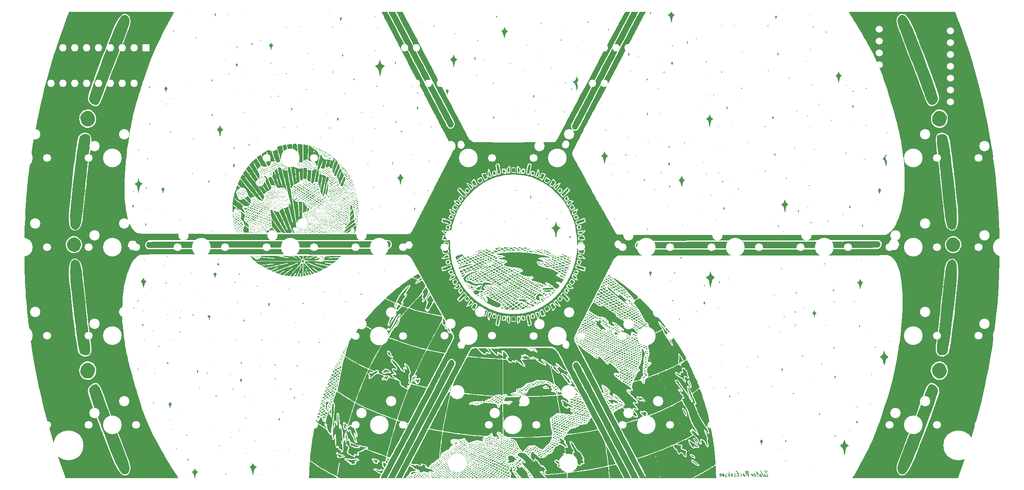
<source format=gbr>
%TF.GenerationSoftware,KiCad,Pcbnew,(6.0.1)*%
%TF.CreationDate,2022-01-22T01:39:17-05:00*%
%TF.ProjectId,keyboard,6b657962-6f61-4726-942e-6b696361645f,rev?*%
%TF.SameCoordinates,Original*%
%TF.FileFunction,Legend,Bot*%
%TF.FilePolarity,Positive*%
%FSLAX46Y46*%
G04 Gerber Fmt 4.6, Leading zero omitted, Abs format (unit mm)*
G04 Created by KiCad (PCBNEW (6.0.1)) date 2022-01-22 01:39:17*
%MOMM*%
%LPD*%
G01*
G04 APERTURE LIST*
%ADD10C,3.050000*%
%ADD11C,4.000000*%
%ADD12C,1.700000*%
%ADD13C,2.200000*%
%ADD14C,1.400000*%
%ADD15O,1.400000X1.400000*%
%ADD16R,1.600000X1.600000*%
%ADD17O,1.600000X1.600000*%
%ADD18C,1.524000*%
%ADD19C,6.400000*%
G04 APERTURE END LIST*
%TO.C,G\u002A\u002A\u002A*%
G36*
X182276335Y-129754864D02*
G01*
X182280217Y-129843169D01*
X182247706Y-129870783D01*
X182135226Y-129866115D01*
X182081062Y-129828519D01*
X182096597Y-129745334D01*
X182101173Y-129740547D01*
X182195880Y-129709588D01*
X182276335Y-129754864D01*
G37*
G36*
X244690000Y-161679813D02*
G01*
X244692113Y-161732371D01*
X244614612Y-161831305D01*
X244514633Y-161912484D01*
X244463232Y-161920397D01*
X244417679Y-161848713D01*
X244400747Y-161805699D01*
X244448366Y-161814771D01*
X244492445Y-161827791D01*
X244528707Y-161749694D01*
X244530923Y-161716302D01*
X244588381Y-161632153D01*
X244690000Y-161679813D01*
G37*
G36*
X199671526Y-185228569D02*
G01*
X199744493Y-185284989D01*
X199706620Y-185383837D01*
X199675008Y-185423550D01*
X199576579Y-185484070D01*
X199449112Y-185424602D01*
X199407917Y-185361161D01*
X199445381Y-185276324D01*
X199546684Y-185220287D01*
X199671526Y-185228569D01*
G37*
G36*
X203186813Y-144552384D02*
G01*
X203266904Y-144677280D01*
X203276956Y-144708470D01*
X203283523Y-144796639D01*
X203231129Y-144877894D01*
X203097430Y-144976337D01*
X202860080Y-145116070D01*
X202852755Y-145120229D01*
X202602337Y-145261903D01*
X202452359Y-145343683D01*
X202379989Y-145375739D01*
X202362392Y-145368242D01*
X202376734Y-145331363D01*
X202383880Y-145315585D01*
X202439025Y-145186762D01*
X202519097Y-144994760D01*
X202582050Y-144871043D01*
X202794718Y-144653911D01*
X203112518Y-144525808D01*
X203186813Y-144552384D01*
G37*
G36*
X163666242Y-130803333D02*
G01*
X163631447Y-130841818D01*
X163596653Y-130803333D01*
X163631447Y-130764848D01*
X163666242Y-130803333D01*
G37*
G36*
X213575236Y-180468919D02*
G01*
X213644156Y-180492499D01*
X213654852Y-180531515D01*
X213547955Y-180605247D01*
X213402088Y-180686287D01*
X213307899Y-180703564D01*
X213251077Y-180645942D01*
X213242435Y-180603905D01*
X213302870Y-180520213D01*
X213430143Y-180466295D01*
X213575236Y-180468919D01*
G37*
G36*
X171719286Y-127682135D02*
G01*
X171835540Y-127747419D01*
X171858433Y-127793742D01*
X171773365Y-127839710D01*
X171643029Y-127861395D01*
X171510449Y-127827620D01*
X171432286Y-127754748D01*
X171450856Y-127665624D01*
X171548891Y-127624567D01*
X171719286Y-127682135D01*
G37*
G36*
X200793824Y-183462032D02*
G01*
X200839084Y-183491787D01*
X200858956Y-183570764D01*
X200829951Y-183596363D01*
X200720577Y-183593118D01*
X200675317Y-183563364D01*
X200655445Y-183484387D01*
X200684450Y-183458787D01*
X200793824Y-183462032D01*
G37*
G36*
X161036862Y-146710957D02*
G01*
X161091447Y-146813030D01*
X161084470Y-146866021D01*
X161029303Y-146928484D01*
X160995410Y-146914883D01*
X160927104Y-146813030D01*
X160919043Y-146748573D01*
X160989248Y-146697575D01*
X161036862Y-146710957D01*
G37*
G36*
X215008975Y-121718580D02*
G01*
X215014524Y-121992850D01*
X215009155Y-122222203D01*
X214993762Y-122348272D01*
X214950625Y-122405852D01*
X214820635Y-122452121D01*
X214743417Y-122432065D01*
X214680323Y-122330649D01*
X214637293Y-122111041D01*
X214633816Y-122084784D01*
X214620776Y-121859527D01*
X214666220Y-121685196D01*
X214789605Y-121481349D01*
X214988159Y-121192736D01*
X215008975Y-121718580D01*
G37*
G36*
X174886711Y-133999812D02*
G01*
X174939666Y-134074545D01*
X174937644Y-134092943D01*
X174870077Y-134151515D01*
X174853444Y-134149278D01*
X174800488Y-134074545D01*
X174802510Y-134056147D01*
X174870077Y-133997575D01*
X174886711Y-133999812D01*
G37*
G36*
X152752494Y-141929101D02*
G01*
X152854871Y-141976003D01*
X152879940Y-142105050D01*
X152870164Y-142225823D01*
X152833548Y-142335959D01*
X152753591Y-142385870D01*
X152628648Y-142347911D01*
X152530273Y-142189837D01*
X152503534Y-142111533D01*
X152472190Y-141979057D01*
X152520316Y-141931580D01*
X152671173Y-141925454D01*
X152752494Y-141929101D01*
G37*
G36*
X215347703Y-182898989D02*
G01*
X215358590Y-182922141D01*
X215301310Y-182950303D01*
X215264470Y-182944748D01*
X215254917Y-182898989D01*
X215265117Y-182889778D01*
X215347703Y-182898989D01*
G37*
G36*
X160707170Y-171111655D02*
G01*
X160743502Y-171216966D01*
X160733488Y-171271944D01*
X160673913Y-171289393D01*
X160654908Y-171273639D01*
X160604324Y-171169396D01*
X160606316Y-171152213D01*
X160673913Y-171096969D01*
X160707170Y-171111655D01*
G37*
G36*
X225666689Y-140645908D02*
G01*
X225817533Y-140710516D01*
X225878844Y-140787783D01*
X225876812Y-140799023D01*
X225798710Y-140839970D01*
X225641443Y-140843857D01*
X225451909Y-140813495D01*
X225277004Y-140751696D01*
X225086149Y-140655514D01*
X225291127Y-140614092D01*
X225294929Y-140613343D01*
X225475943Y-140608628D01*
X225666689Y-140645908D01*
G37*
G36*
X241555018Y-150644313D02*
G01*
X241659816Y-150732815D01*
X241726500Y-150812586D01*
X241728025Y-150838220D01*
X241617405Y-150779724D01*
X241518412Y-150704601D01*
X241497281Y-150640618D01*
X241555018Y-150644313D01*
G37*
G36*
X203582025Y-185798781D02*
G01*
X203655007Y-185824954D01*
X203610987Y-185912788D01*
X203546922Y-185971011D01*
X203446892Y-185974395D01*
X203401584Y-185870609D01*
X203431630Y-185826953D01*
X203549283Y-185798181D01*
X203582025Y-185798781D01*
G37*
G36*
X224496174Y-140998831D02*
G01*
X224556653Y-141083974D01*
X224551177Y-141100881D01*
X224462405Y-141141142D01*
X224306623Y-141152632D01*
X224138006Y-141134974D01*
X224010725Y-141087789D01*
X223993969Y-141074761D01*
X223984688Y-141020137D01*
X224103629Y-140970403D01*
X224156644Y-140958331D01*
X224346804Y-140952930D01*
X224496174Y-140998831D01*
G37*
G36*
X179501770Y-134231948D02*
G01*
X179567338Y-134305454D01*
X179580299Y-134332705D01*
X179575551Y-134382424D01*
X179563316Y-134378960D01*
X179497749Y-134305454D01*
X179484787Y-134278203D01*
X179489535Y-134228484D01*
X179501770Y-134231948D01*
G37*
G36*
X263256014Y-90718505D02*
G01*
X263286652Y-90768054D01*
X263286701Y-90887838D01*
X263246956Y-90947212D01*
X263195687Y-90949267D01*
X263178570Y-90802181D01*
X263178576Y-90798656D01*
X263196320Y-90689758D01*
X263256014Y-90718505D01*
G37*
G36*
X210732165Y-184313682D02*
G01*
X210757758Y-184361179D01*
X210669839Y-184444767D01*
X210559415Y-184508320D01*
X210448392Y-184516735D01*
X210401348Y-184459961D01*
X210454080Y-184353192D01*
X210530408Y-184297025D01*
X210678925Y-184288865D01*
X210732165Y-184313682D01*
G37*
G36*
X209675249Y-180504624D02*
G01*
X209734187Y-180564242D01*
X209732033Y-180590018D01*
X209669426Y-180635863D01*
X209525420Y-180564242D01*
X209500928Y-180545878D01*
X209475929Y-180500604D01*
X209577612Y-180488451D01*
X209675249Y-180504624D01*
G37*
G36*
X177321786Y-134462351D02*
G01*
X177375283Y-134536363D01*
X177374485Y-134553782D01*
X177344595Y-134613333D01*
X177333432Y-134609791D01*
X177270899Y-134536363D01*
X177260026Y-134506548D01*
X177301587Y-134459393D01*
X177321786Y-134462351D01*
G37*
G36*
X163640827Y-150379360D02*
G01*
X163701323Y-150523089D01*
X163716683Y-150567263D01*
X163740901Y-150753358D01*
X163670986Y-150948569D01*
X163665504Y-150959205D01*
X163588397Y-151102124D01*
X163549858Y-151161331D01*
X163546427Y-151157060D01*
X163511563Y-151064069D01*
X163456035Y-150887598D01*
X163415594Y-150726941D01*
X163420840Y-150587093D01*
X163498372Y-150461631D01*
X163586796Y-150365075D01*
X163640827Y-150379360D01*
G37*
G36*
X208083849Y-182267950D02*
G01*
X208098844Y-182334545D01*
X208071685Y-182366353D01*
X207951452Y-182411515D01*
X207905073Y-182401140D01*
X207890077Y-182334545D01*
X207917237Y-182302737D01*
X208037469Y-182257575D01*
X208083849Y-182267950D01*
G37*
G36*
X182585767Y-128119416D02*
G01*
X182561826Y-128220983D01*
X182538534Y-128249052D01*
X182443045Y-128254967D01*
X182413798Y-128219234D01*
X182463235Y-128142442D01*
X182513046Y-128114115D01*
X182585767Y-128119416D01*
G37*
G36*
X178945857Y-130766790D02*
G01*
X179017128Y-130795253D01*
X178979264Y-130875727D01*
X178919236Y-130928469D01*
X178796770Y-130944462D01*
X178786908Y-130940109D01*
X178701173Y-130863768D01*
X178737063Y-130794834D01*
X178879968Y-130764848D01*
X178945857Y-130766790D01*
G37*
G36*
X161978239Y-129872764D02*
G01*
X161986453Y-129890294D01*
X161964172Y-129990030D01*
X161962105Y-129993584D01*
X161872964Y-130059962D01*
X161768205Y-130064493D01*
X161717749Y-130003386D01*
X161718050Y-129998218D01*
X161778916Y-129919608D01*
X161891663Y-129864744D01*
X161978239Y-129872764D01*
G37*
G36*
X261051122Y-129847546D02*
G01*
X261087386Y-129945959D01*
X261072838Y-130129885D01*
X261009223Y-130355746D01*
X260927547Y-130572424D01*
X260883804Y-130303030D01*
X260873226Y-130085541D01*
X260923562Y-129908195D01*
X261029831Y-129841212D01*
X261051122Y-129847546D01*
G37*
G36*
X166039396Y-121407639D02*
G01*
X166158207Y-121472354D01*
X166193324Y-121558538D01*
X166258987Y-121773363D01*
X166345709Y-122088361D01*
X166446405Y-122477698D01*
X166553989Y-122915536D01*
X166607328Y-123138168D01*
X166797067Y-123931036D01*
X166954404Y-124590304D01*
X167082176Y-125128037D01*
X167183219Y-125556305D01*
X167260371Y-125887173D01*
X167316467Y-126132710D01*
X167354345Y-126304983D01*
X167376842Y-126416060D01*
X167379947Y-126433081D01*
X167388611Y-126523050D01*
X167356482Y-126481133D01*
X167278628Y-126301582D01*
X167233074Y-126195888D01*
X167122559Y-125972895D01*
X167029136Y-125823908D01*
X166891407Y-125719734D01*
X166638231Y-125647609D01*
X166338491Y-125646157D01*
X166037242Y-125720094D01*
X165902653Y-125767944D01*
X165700248Y-125800257D01*
X165515325Y-125758579D01*
X165502096Y-125753210D01*
X165417468Y-125703255D01*
X165333482Y-125615268D01*
X165238275Y-125468935D01*
X165119984Y-125243945D01*
X164966746Y-124919987D01*
X164766698Y-124476748D01*
X164726575Y-124386707D01*
X164542854Y-123968854D01*
X164415245Y-123663787D01*
X164337042Y-123451310D01*
X164301534Y-123311224D01*
X164302012Y-123223332D01*
X164331767Y-123167438D01*
X164352217Y-123138490D01*
X164410053Y-122952027D01*
X164431721Y-122680240D01*
X164440422Y-122467011D01*
X164482093Y-122309682D01*
X164570899Y-122221212D01*
X164606681Y-122201039D01*
X164690405Y-122185303D01*
X164710077Y-122284174D01*
X164710183Y-122289545D01*
X164736301Y-122438814D01*
X164799515Y-122678863D01*
X164886927Y-122960367D01*
X164888318Y-122964544D01*
X165066533Y-123499824D01*
X165204513Y-123915297D01*
X165310240Y-124235372D01*
X165391697Y-124484457D01*
X165456865Y-124686959D01*
X165513728Y-124867287D01*
X165570267Y-125049848D01*
X165653998Y-125287489D01*
X165737216Y-125463612D01*
X165798901Y-125530909D01*
X165819409Y-125522580D01*
X165832810Y-125430049D01*
X165792962Y-125227387D01*
X165697604Y-124905009D01*
X165544474Y-124453333D01*
X165481032Y-124271413D01*
X165393866Y-124016524D01*
X165334750Y-123837575D01*
X165299066Y-123724709D01*
X165130291Y-123191023D01*
X165003029Y-122780126D01*
X164914904Y-122472473D01*
X164863542Y-122248517D01*
X164846568Y-122088712D01*
X164861606Y-121973511D01*
X164906284Y-121883367D01*
X164978224Y-121798735D01*
X165075054Y-121700067D01*
X165244043Y-121525286D01*
X165533772Y-122527491D01*
X165644714Y-122911250D01*
X165805880Y-123468746D01*
X165969345Y-124034193D01*
X166112764Y-124530303D01*
X166144302Y-124638217D01*
X166251834Y-124988671D01*
X166346610Y-125272093D01*
X166419334Y-125461749D01*
X166460710Y-125530909D01*
X166472067Y-125529541D01*
X166519392Y-125458660D01*
X166500720Y-125375494D01*
X166444769Y-125164184D01*
X166357065Y-124845483D01*
X166243178Y-124439406D01*
X166108677Y-123965965D01*
X165959130Y-123445175D01*
X165841874Y-123036453D01*
X165694081Y-122509637D01*
X165586240Y-122105631D01*
X165515100Y-121810572D01*
X165477413Y-121610594D01*
X165469931Y-121491832D01*
X165489404Y-121440420D01*
X165490628Y-121439570D01*
X165643241Y-121388269D01*
X165846953Y-121378618D01*
X166039396Y-121407639D01*
G37*
G36*
X243855451Y-166778490D02*
G01*
X243857127Y-166904586D01*
X243839083Y-166949606D01*
X243765590Y-167011665D01*
X243638153Y-166951875D01*
X243586658Y-166882765D01*
X243652502Y-166792488D01*
X243769862Y-166735190D01*
X243855451Y-166778490D01*
G37*
G36*
X180421609Y-131372280D02*
G01*
X180493452Y-131451803D01*
X180489015Y-131495491D01*
X180402406Y-131534545D01*
X180344952Y-131521987D01*
X180311360Y-131451803D01*
X180320811Y-131428983D01*
X180402406Y-131369060D01*
X180421609Y-131372280D01*
G37*
G36*
X178390969Y-128674774D02*
G01*
X178381724Y-128690442D01*
X178312966Y-128761329D01*
X178279940Y-128729694D01*
X178286161Y-128712381D01*
X178360281Y-128640831D01*
X178399171Y-128622104D01*
X178390969Y-128674774D01*
G37*
G36*
X179502816Y-129309269D02*
G01*
X179452986Y-129387836D01*
X179406852Y-129414011D01*
X179254187Y-129452737D01*
X179236976Y-129452037D01*
X179201245Y-129424121D01*
X179281836Y-129340926D01*
X179379907Y-129281597D01*
X179480636Y-129276026D01*
X179502816Y-129309269D01*
G37*
G36*
X207437749Y-147462508D02*
G01*
X207423986Y-147547098D01*
X207350762Y-147646868D01*
X207211804Y-147674332D01*
X207125820Y-147618817D01*
X207136868Y-147513664D01*
X207261974Y-147405216D01*
X207346385Y-147366328D01*
X207421460Y-147365892D01*
X207437749Y-147462508D01*
G37*
G36*
X175859741Y-134539299D02*
G01*
X175948707Y-134613333D01*
X175955254Y-134652988D01*
X175883225Y-134690303D01*
X175831378Y-134680882D01*
X175774735Y-134613333D01*
X175776609Y-134595071D01*
X175840217Y-134536363D01*
X175859741Y-134539299D01*
G37*
G36*
X219548796Y-138712348D02*
G01*
X219739167Y-138780916D01*
X219911322Y-138882822D01*
X219746179Y-138928039D01*
X219608655Y-138932173D01*
X219409263Y-138852234D01*
X219237490Y-138731212D01*
X219402251Y-138705111D01*
X219548796Y-138712348D01*
G37*
G36*
X226008801Y-176433991D02*
G01*
X226022308Y-176518206D01*
X225928077Y-176645782D01*
X225910464Y-176662008D01*
X225787468Y-176763338D01*
X225703932Y-176777556D01*
X225600827Y-176717618D01*
X225565175Y-176689832D01*
X225544517Y-176623733D01*
X225635622Y-176528820D01*
X225772178Y-176441075D01*
X225915958Y-176404494D01*
X226008801Y-176433991D01*
G37*
G36*
X239620302Y-148624835D02*
G01*
X239769693Y-148661524D01*
X239893450Y-148734738D01*
X239956087Y-148816132D01*
X239922122Y-148877361D01*
X239901633Y-148886127D01*
X239731875Y-148913673D01*
X239570488Y-148822551D01*
X239470470Y-148719056D01*
X239472576Y-148646046D01*
X239605283Y-148624266D01*
X239620302Y-148624835D01*
G37*
G36*
X164037993Y-123401395D02*
G01*
X164118617Y-123509569D01*
X164241988Y-123723374D01*
X164393211Y-124015671D01*
X164557389Y-124359325D01*
X164980212Y-125278733D01*
X164723364Y-125179576D01*
X164577745Y-125131005D01*
X164436949Y-125126420D01*
X164303902Y-125196359D01*
X164186245Y-125268997D01*
X164119461Y-125286907D01*
X164119174Y-125286547D01*
X164078756Y-125208805D01*
X163987910Y-125022561D01*
X163859850Y-124755196D01*
X163707796Y-124434090D01*
X163571591Y-124137259D01*
X163448440Y-123839568D01*
X163397380Y-123664163D01*
X163416872Y-123606666D01*
X163420319Y-123606594D01*
X163549639Y-123567426D01*
X163718471Y-123478002D01*
X163728131Y-123471995D01*
X163897772Y-123399166D01*
X164027862Y-123394627D01*
X164037993Y-123401395D01*
G37*
G36*
X215812351Y-185022909D02*
G01*
X215823532Y-185104910D01*
X215793511Y-185137862D01*
X215681527Y-185178085D01*
X215564310Y-185169165D01*
X215510077Y-185109997D01*
X215513542Y-185085612D01*
X215582999Y-184987722D01*
X215606978Y-184974839D01*
X215720623Y-184970030D01*
X215812351Y-185022909D01*
G37*
G36*
X153045854Y-180947774D02*
G01*
X153041633Y-181072184D01*
X153007643Y-181132093D01*
X152932435Y-181114910D01*
X152928107Y-181109848D01*
X152900117Y-181005096D01*
X152941051Y-180916108D01*
X153020888Y-180911815D01*
X153045854Y-180947774D01*
G37*
G36*
X216059412Y-143689471D02*
G01*
X216048143Y-143756709D01*
X215910214Y-143847298D01*
X215806799Y-143893034D01*
X215740349Y-143921787D01*
X215735649Y-143920714D01*
X215688239Y-143857194D01*
X215686024Y-143852110D01*
X215726188Y-143780986D01*
X215858105Y-143707259D01*
X215956270Y-143678502D01*
X216059412Y-143689471D01*
G37*
G36*
X185698142Y-130169626D02*
G01*
X185710936Y-130200047D01*
X185685401Y-130313360D01*
X185639922Y-130371610D01*
X185601595Y-130313671D01*
X185593065Y-130242090D01*
X185629347Y-130156986D01*
X185698142Y-130169626D01*
G37*
G36*
X201158331Y-185454136D02*
G01*
X201142100Y-185563407D01*
X201118946Y-185591520D01*
X201024685Y-185598325D01*
X200994079Y-185563957D01*
X201028333Y-185467504D01*
X201091014Y-185424706D01*
X201158331Y-185454136D01*
G37*
G36*
X256599624Y-120156055D02*
G01*
X256637201Y-120258484D01*
X256629349Y-120311597D01*
X256567612Y-120373939D01*
X256535599Y-120360913D01*
X256498022Y-120258484D01*
X256505874Y-120205372D01*
X256567612Y-120143030D01*
X256599624Y-120156055D01*
G37*
G36*
X215694076Y-146857450D02*
G01*
X215713468Y-146869218D01*
X215804950Y-146952018D01*
X215772364Y-147018068D01*
X215705773Y-147051969D01*
X215499270Y-147075322D01*
X215309306Y-147012549D01*
X215286703Y-146994975D01*
X215268378Y-146931480D01*
X215370196Y-146851931D01*
X215372337Y-146850668D01*
X215530224Y-146797957D01*
X215694076Y-146857450D01*
G37*
G36*
X172934952Y-129361577D02*
G01*
X172991173Y-129453947D01*
X172989324Y-129478658D01*
X172928190Y-129528289D01*
X172784421Y-129459370D01*
X172736901Y-129412732D01*
X172729228Y-129335585D01*
X172819492Y-129312016D01*
X172934952Y-129361577D01*
G37*
G36*
X177823896Y-124526892D02*
G01*
X177878058Y-124595393D01*
X177892327Y-124692963D01*
X177881396Y-124710711D01*
X177795766Y-124755691D01*
X177654221Y-124686268D01*
X177590719Y-124616263D01*
X177633874Y-124521376D01*
X177714820Y-124468887D01*
X177823896Y-124526892D01*
G37*
G36*
X203066687Y-179818936D02*
G01*
X203098897Y-179846641D01*
X203024643Y-179865438D01*
X202954062Y-179859996D01*
X202933308Y-179825012D01*
X202957928Y-179809760D01*
X203066687Y-179818936D01*
G37*
G36*
X177476485Y-129000475D02*
G01*
X177479666Y-129071515D01*
X177465445Y-129092316D01*
X177367069Y-129148484D01*
X177343669Y-129142554D01*
X177340488Y-129071515D01*
X177354709Y-129050714D01*
X177453086Y-128994545D01*
X177476485Y-129000475D01*
G37*
G36*
X212457144Y-146557468D02*
G01*
X212586251Y-146635603D01*
X212680952Y-146747773D01*
X212694583Y-146846394D01*
X212642035Y-146910690D01*
X212548674Y-146910033D01*
X212392890Y-146807763D01*
X212291417Y-146687162D01*
X212293089Y-146585700D01*
X212400075Y-146546084D01*
X212457144Y-146557468D01*
G37*
G36*
X180039309Y-124609475D02*
G01*
X180089255Y-124684242D01*
X180075978Y-124721026D01*
X179980765Y-124761212D01*
X179931059Y-124750136D01*
X179915283Y-124684242D01*
X179929526Y-124663221D01*
X180023773Y-124607272D01*
X180039309Y-124609475D01*
G37*
G36*
X201477268Y-182933214D02*
G01*
X201484212Y-183033846D01*
X201468541Y-183054014D01*
X201377558Y-183061694D01*
X201359325Y-183044361D01*
X201352381Y-182943729D01*
X201368052Y-182923561D01*
X201459035Y-182915881D01*
X201477268Y-182933214D01*
G37*
G36*
X242790456Y-161594495D02*
G01*
X242937228Y-161640988D01*
X242997749Y-161715643D01*
X242991737Y-161732656D01*
X242901663Y-161770580D01*
X242745462Y-161780392D01*
X242577419Y-161762089D01*
X242451821Y-161715667D01*
X242439469Y-161706500D01*
X242417428Y-161651059D01*
X242523508Y-161604172D01*
X242609613Y-161588430D01*
X242790456Y-161594495D01*
G37*
G36*
X190783878Y-111425411D02*
G01*
X190805968Y-111556366D01*
X190788247Y-111687328D01*
X190736379Y-111753333D01*
X190696723Y-111726522D01*
X190666790Y-111603936D01*
X190677919Y-111515533D01*
X190736379Y-111406969D01*
X190783878Y-111425411D01*
G37*
G36*
X161644656Y-131722828D02*
G01*
X161624655Y-131814380D01*
X161526379Y-131913228D01*
X161413009Y-131973954D01*
X161302469Y-131995507D01*
X161277034Y-131947367D01*
X161360115Y-131839863D01*
X161493492Y-131733506D01*
X161586280Y-131688484D01*
X161644656Y-131722828D01*
G37*
G36*
X211279139Y-144020921D02*
G01*
X211387509Y-144094710D01*
X211435361Y-144188332D01*
X211389831Y-144259468D01*
X211353059Y-144275496D01*
X211277968Y-144305438D01*
X211236105Y-144292287D01*
X211119444Y-144230683D01*
X211027721Y-144133426D01*
X211053579Y-144042857D01*
X211191143Y-144003636D01*
X211279139Y-144020921D01*
G37*
G36*
X296680176Y-152476346D02*
G01*
X296685694Y-152547272D01*
X296671411Y-152570307D01*
X296611998Y-152624242D01*
X296605053Y-152622241D01*
X296581310Y-152547272D01*
X296584142Y-152526176D01*
X296655006Y-152470303D01*
X296680176Y-152476346D01*
G37*
G36*
X191498961Y-153080427D02*
G01*
X191470542Y-153179710D01*
X191379868Y-153369286D01*
X191248111Y-153597754D01*
X191167900Y-153729763D01*
X191071513Y-153915734D01*
X191046266Y-154034567D01*
X191081112Y-154120870D01*
X191109366Y-154175788D01*
X191100301Y-154272705D01*
X191020402Y-154418057D01*
X190856410Y-154642634D01*
X190742744Y-154795841D01*
X190545299Y-155071436D01*
X190302267Y-155417376D01*
X190034159Y-155804421D01*
X189761490Y-156203333D01*
X189515983Y-156564167D01*
X189284638Y-156902311D01*
X189091248Y-157183038D01*
X188950942Y-157384390D01*
X188878847Y-157484411D01*
X188803552Y-157559998D01*
X188713161Y-157564532D01*
X188557616Y-157491808D01*
X188399969Y-157405233D01*
X188317293Y-157335544D01*
X188329710Y-157262314D01*
X188421638Y-157145908D01*
X188527307Y-156995840D01*
X188671072Y-156759854D01*
X188819584Y-156491969D01*
X188881341Y-156375914D01*
X189016345Y-156137373D01*
X189094535Y-156030599D01*
X189119973Y-156051238D01*
X189096723Y-156194936D01*
X189089345Y-156233172D01*
X189105556Y-156393094D01*
X189207078Y-156442305D01*
X189373930Y-156368309D01*
X189468967Y-156282936D01*
X189666168Y-156045134D01*
X189897215Y-155710913D01*
X190145390Y-155306639D01*
X190393973Y-154858678D01*
X190626247Y-154393396D01*
X190727006Y-154185969D01*
X190906409Y-153845543D01*
X191082874Y-153541467D01*
X191243382Y-153293329D01*
X191374913Y-153120717D01*
X191464446Y-153043221D01*
X191498961Y-153080427D01*
G37*
G36*
X179708345Y-132815972D02*
G01*
X179753442Y-132846248D01*
X179771598Y-132928065D01*
X179694053Y-132992434D01*
X179580828Y-132947749D01*
X179554210Y-132884759D01*
X179601310Y-132815451D01*
X179708345Y-132815972D01*
G37*
G36*
X170085836Y-124917635D02*
G01*
X170137710Y-124932141D01*
X170068433Y-124992121D01*
X170008614Y-125026456D01*
X169859666Y-125066733D01*
X169842263Y-125066607D01*
X169790390Y-125052101D01*
X169859666Y-124992121D01*
X169919486Y-124957786D01*
X170068433Y-124917508D01*
X170085836Y-124917635D01*
G37*
G36*
X209197172Y-143539008D02*
G01*
X209220068Y-143597680D01*
X209126746Y-143688686D01*
X209002420Y-143746856D01*
X208836129Y-143765540D01*
X208731866Y-143707784D01*
X208729186Y-143695835D01*
X208789055Y-143629649D01*
X208936458Y-143561072D01*
X209080110Y-143527460D01*
X209197172Y-143539008D01*
G37*
G36*
X177149059Y-126716270D02*
G01*
X177137347Y-126829325D01*
X177103265Y-126862262D01*
X176988538Y-126865528D01*
X176923530Y-126811338D01*
X176966941Y-126711688D01*
X176980397Y-126695778D01*
X177078174Y-126658936D01*
X177149059Y-126716270D01*
G37*
G36*
X236042840Y-155709951D02*
G01*
X236143228Y-155780000D01*
X236150656Y-155818473D01*
X236081853Y-155856969D01*
X236034849Y-155850048D01*
X235934461Y-155780000D01*
X235927032Y-155741526D01*
X235995836Y-155703030D01*
X236042840Y-155709951D01*
G37*
G36*
X218462101Y-100303640D02*
G01*
X218460214Y-100393871D01*
X218430394Y-100454085D01*
X218349984Y-100515757D01*
X218344824Y-100515562D01*
X218304236Y-100465764D01*
X218336357Y-100372976D01*
X218419816Y-100302469D01*
X218462101Y-100303640D01*
G37*
G36*
X179434101Y-97163547D02*
G01*
X179481713Y-97296332D01*
X179437763Y-97477775D01*
X179422257Y-97513645D01*
X179341541Y-97646342D01*
X179280981Y-97627441D01*
X179233674Y-97456212D01*
X179225055Y-97294189D01*
X179264993Y-97148162D01*
X179341708Y-97094346D01*
X179434101Y-97163547D01*
G37*
G36*
X172399307Y-130157037D02*
G01*
X172469839Y-130234832D01*
X172455765Y-130330779D01*
X172434098Y-130351676D01*
X172338020Y-130370697D01*
X172295283Y-130264545D01*
X172302650Y-130211501D01*
X172360765Y-130149090D01*
X172399307Y-130157037D01*
G37*
G36*
X164408525Y-128943232D02*
G01*
X164419412Y-128966383D01*
X164362132Y-128994545D01*
X164325292Y-128988990D01*
X164315739Y-128943232D01*
X164325939Y-128934020D01*
X164408525Y-128943232D01*
G37*
G36*
X166032269Y-128109393D02*
G01*
X165997475Y-128147878D01*
X165962680Y-128109393D01*
X165997475Y-128070909D01*
X166032269Y-128109393D01*
G37*
G36*
X261463601Y-186943513D02*
G01*
X261559446Y-187069556D01*
X261548829Y-187206496D01*
X261400126Y-187325548D01*
X261375582Y-187338813D01*
X261272975Y-187441786D01*
X261297601Y-187530654D01*
X261442951Y-187568484D01*
X261497796Y-187573967D01*
X261576148Y-187637780D01*
X261531630Y-187748080D01*
X261498678Y-187776345D01*
X261360751Y-187783851D01*
X261204390Y-187656585D01*
X261130290Y-187501326D01*
X261161293Y-187332368D01*
X261309003Y-187218843D01*
X261403299Y-187148553D01*
X261396920Y-187004850D01*
X261379492Y-186939987D01*
X261382934Y-186882224D01*
X261463601Y-186943513D01*
G37*
G36*
X173392617Y-131626695D02*
G01*
X173339118Y-131688484D01*
X173276080Y-131731639D01*
X173210241Y-131757712D01*
X173234735Y-131688484D01*
X173249631Y-131667522D01*
X173360623Y-131612693D01*
X173392617Y-131626695D01*
G37*
G36*
X173651776Y-133767548D02*
G01*
X173638143Y-133787734D01*
X173543779Y-133843636D01*
X173504752Y-133839572D01*
X173488343Y-133799409D01*
X173586294Y-133737298D01*
X173640575Y-133723809D01*
X173651776Y-133767548D01*
G37*
G36*
X213147483Y-145816999D02*
G01*
X213160781Y-145835291D01*
X213184383Y-145909692D01*
X213087089Y-145927878D01*
X213066719Y-145927317D01*
X212939763Y-145889192D01*
X212897717Y-145817235D01*
X212965389Y-145748094D01*
X213031308Y-145742960D01*
X213147483Y-145816999D01*
G37*
G36*
X231039867Y-158548875D02*
G01*
X231098022Y-158636113D01*
X231058840Y-158681344D01*
X230940313Y-158703114D01*
X230805502Y-158687970D01*
X230719789Y-158635944D01*
X230714605Y-158595357D01*
X230785271Y-158522905D01*
X230908552Y-158505973D01*
X231039867Y-158548875D01*
G37*
G36*
X214411447Y-183943498D02*
G01*
X214466242Y-184036113D01*
X214465744Y-184040705D01*
X214395497Y-184086158D01*
X214242563Y-184104848D01*
X214110216Y-184099374D01*
X214067991Y-184067033D01*
X214125824Y-183986565D01*
X214156339Y-183959190D01*
X214287785Y-183914893D01*
X214411447Y-183943498D01*
G37*
G36*
X160047612Y-133651212D02*
G01*
X160012817Y-133689697D01*
X159978022Y-133651212D01*
X160012817Y-133612727D01*
X160047612Y-133651212D01*
G37*
G36*
X150417535Y-165290242D02*
G01*
X150444324Y-165396669D01*
X150430728Y-165490491D01*
X150374735Y-165555151D01*
X150344054Y-165543718D01*
X150305146Y-165444239D01*
X150310704Y-165397123D01*
X150374735Y-165285757D01*
X150417535Y-165290242D01*
G37*
G36*
X174470812Y-132777821D02*
G01*
X174487338Y-132843030D01*
X174473075Y-132866316D01*
X174417749Y-132920000D01*
X174407683Y-132916377D01*
X174348159Y-132843030D01*
X174342586Y-132802264D01*
X174417749Y-132766060D01*
X174470812Y-132777821D01*
G37*
G36*
X236881951Y-162224914D02*
G01*
X237014274Y-162276135D01*
X237089496Y-162344837D01*
X237067258Y-162411565D01*
X237003650Y-162449055D01*
X236875183Y-162470059D01*
X236682543Y-162427850D01*
X236553707Y-162364352D01*
X236544832Y-162288153D01*
X236672150Y-162221126D01*
X236732891Y-162210627D01*
X236881951Y-162224914D01*
G37*
G36*
X276622743Y-109229720D02*
G01*
X276644050Y-109290303D01*
X276619244Y-109320363D01*
X276500765Y-109367272D01*
X276456555Y-109359338D01*
X276400488Y-109290303D01*
X276428482Y-109244736D01*
X276543773Y-109213333D01*
X276622743Y-109229720D01*
G37*
G36*
X180339608Y-126321669D02*
G01*
X180298658Y-126415213D01*
X180238261Y-126471420D01*
X180143530Y-126482561D01*
X180118447Y-126448173D01*
X180168812Y-126369133D01*
X180281122Y-126308944D01*
X180339608Y-126321669D01*
G37*
G36*
X180508156Y-127494570D02*
G01*
X180553144Y-127543899D01*
X180500144Y-127613633D01*
X180390001Y-127646384D01*
X180326338Y-127603102D01*
X180355485Y-127514746D01*
X180391543Y-127488126D01*
X180508156Y-127494570D01*
G37*
G36*
X179731263Y-122074110D02*
G01*
X179809152Y-122138172D01*
X179763057Y-122248472D01*
X179737574Y-122269214D01*
X179629474Y-122265203D01*
X179548491Y-122158674D01*
X179561403Y-122102696D01*
X179665922Y-122067272D01*
X179731263Y-122074110D01*
G37*
G36*
X177093454Y-171517863D02*
G01*
X177071043Y-171676313D01*
X177052929Y-171716956D01*
X176985455Y-171749189D01*
X176846237Y-171695130D01*
X176660444Y-171601498D01*
X176861288Y-171509910D01*
X177015525Y-171465397D01*
X177093454Y-171517863D01*
G37*
G36*
X175033021Y-128158908D02*
G01*
X175122522Y-128249566D01*
X175113523Y-128378996D01*
X175069759Y-128414024D01*
X174933494Y-128375134D01*
X174848661Y-128289930D01*
X174856244Y-128192028D01*
X174974461Y-128147878D01*
X175033021Y-128158908D01*
G37*
G36*
X173826242Y-130726363D02*
G01*
X173791447Y-130764848D01*
X173756653Y-130726363D01*
X173791447Y-130687878D01*
X173826242Y-130726363D01*
G37*
G36*
X160840142Y-132027883D02*
G01*
X160813091Y-132150303D01*
X160758343Y-132255257D01*
X160692979Y-132297379D01*
X160573176Y-132256654D01*
X160533206Y-132238083D01*
X160502269Y-132189508D01*
X160584881Y-132105163D01*
X160640300Y-132062206D01*
X160775018Y-131997028D01*
X160840142Y-132027883D01*
G37*
G36*
X228675449Y-168816485D02*
G01*
X228731995Y-168951242D01*
X228721616Y-168976295D01*
X228623354Y-169009459D01*
X228462623Y-169001422D01*
X228290471Y-168952085D01*
X228225713Y-168917522D01*
X228229003Y-168871842D01*
X228350451Y-168801281D01*
X228352911Y-168800051D01*
X228534662Y-168760418D01*
X228675449Y-168816485D01*
G37*
G36*
X238374277Y-147139382D02*
G01*
X238549428Y-147212677D01*
X238693182Y-147310639D01*
X238752817Y-147406898D01*
X238710917Y-147458376D01*
X238582697Y-147462622D01*
X238411089Y-147414305D01*
X238240245Y-147320839D01*
X238222556Y-147307916D01*
X238106229Y-147214430D01*
X238097561Y-147164677D01*
X238187221Y-147124027D01*
X238220457Y-147117121D01*
X238374277Y-147139382D01*
G37*
G36*
X212388617Y-88873657D02*
G01*
X212404868Y-88894451D01*
X212429229Y-89013685D01*
X212374614Y-89211778D01*
X212280975Y-89461817D01*
X212220945Y-89205582D01*
X212199347Y-89054561D01*
X212219705Y-88891263D01*
X212287816Y-88821021D01*
X212388617Y-88873657D01*
G37*
G36*
X214125677Y-143699138D02*
G01*
X214341824Y-143798165D01*
X214108280Y-143891717D01*
X213946480Y-143955636D01*
X213836821Y-143983625D01*
X213753945Y-143964141D01*
X213641717Y-143897932D01*
X213478289Y-143797682D01*
X213693909Y-143698897D01*
X213754261Y-143673049D01*
X213933102Y-143639528D01*
X214125677Y-143699138D01*
G37*
G36*
X180523918Y-128520708D02*
G01*
X180546134Y-128585099D01*
X180456061Y-128679595D01*
X180393004Y-128717812D01*
X180271448Y-128756907D01*
X180199928Y-128697921D01*
X180220536Y-128630175D01*
X180332514Y-128546884D01*
X180416298Y-128515301D01*
X180523918Y-128520708D01*
G37*
G36*
X161428382Y-129258775D02*
G01*
X161522614Y-129312241D01*
X161539269Y-129387459D01*
X161496458Y-129430679D01*
X161371138Y-129451053D01*
X161268392Y-129384712D01*
X161259444Y-129361537D01*
X161292799Y-129269008D01*
X161317994Y-129256581D01*
X161428382Y-129258775D01*
G37*
G36*
X175509317Y-132090277D02*
G01*
X175531173Y-132150303D01*
X175516910Y-132171547D01*
X175426790Y-132227272D01*
X175408173Y-132224272D01*
X175322406Y-132150303D01*
X175328009Y-132102262D01*
X175426790Y-132073333D01*
X175509317Y-132090277D01*
G37*
G36*
X202915596Y-184067139D02*
G01*
X202937557Y-184088282D01*
X202946284Y-184187136D01*
X202861973Y-184248923D01*
X202756998Y-184249150D01*
X202705694Y-184186360D01*
X202714251Y-184140560D01*
X202799808Y-184056836D01*
X202915596Y-184067139D01*
G37*
G36*
X174466030Y-135245478D02*
G01*
X174487338Y-135306060D01*
X174462531Y-135336121D01*
X174344053Y-135383030D01*
X174299843Y-135375096D01*
X174243776Y-135306060D01*
X174271770Y-135260494D01*
X174387061Y-135229090D01*
X174466030Y-135245478D01*
G37*
G36*
X164767113Y-127190486D02*
G01*
X164749612Y-127292729D01*
X164712582Y-127325919D01*
X164595848Y-127324867D01*
X164569849Y-127313376D01*
X164524580Y-127269045D01*
X164603296Y-127205719D01*
X164689033Y-127168533D01*
X164767113Y-127190486D01*
G37*
G36*
X205160329Y-182345621D02*
G01*
X205176105Y-182411515D01*
X205161861Y-182432535D01*
X205067614Y-182488484D01*
X205052078Y-182486281D01*
X205002132Y-182411515D01*
X205015410Y-182374731D01*
X205110623Y-182334545D01*
X205160329Y-182345621D01*
G37*
G36*
X223264941Y-142455600D02*
G01*
X223467611Y-142546360D01*
X223499846Y-142568073D01*
X223610116Y-142649473D01*
X223609270Y-142686763D01*
X223504019Y-142710142D01*
X223335661Y-142712445D01*
X223100356Y-142680283D01*
X222872762Y-142624676D01*
X222718608Y-142558328D01*
X222711148Y-142538102D01*
X222786958Y-142495414D01*
X222954491Y-142457826D01*
X223019343Y-142449264D01*
X223264941Y-142455600D01*
G37*
G36*
X231295184Y-172473880D02*
G01*
X231235968Y-172599521D01*
X231166423Y-172660909D01*
X231046387Y-172678351D01*
X231002053Y-172661755D01*
X230883564Y-172636363D01*
X230826773Y-172625204D01*
X230818159Y-172570951D01*
X230895206Y-172499572D01*
X231033409Y-172442730D01*
X231049197Y-172438988D01*
X231232343Y-172419917D01*
X231295184Y-172473880D01*
G37*
G36*
X171255554Y-120150380D02*
G01*
X171276353Y-120201466D01*
X171273796Y-120319243D01*
X171249457Y-120341892D01*
X171166149Y-120310382D01*
X171142082Y-120270500D01*
X171147908Y-120141519D01*
X171192507Y-120091759D01*
X171255554Y-120150380D01*
G37*
G36*
X236606807Y-148089690D02*
G01*
X236712569Y-148180124D01*
X236712003Y-148272548D01*
X236578159Y-148331911D01*
X236555403Y-148335320D01*
X236382574Y-148322165D01*
X236238367Y-148258192D01*
X236178022Y-148166269D01*
X236198139Y-148120089D01*
X236308526Y-148064293D01*
X236464309Y-148050667D01*
X236606807Y-148089690D01*
G37*
G36*
X172127955Y-130983865D02*
G01*
X172118710Y-130999533D01*
X172049952Y-131070420D01*
X172016927Y-131038784D01*
X172023147Y-131021472D01*
X172097268Y-130949922D01*
X172136157Y-130931195D01*
X172127955Y-130983865D01*
G37*
G36*
X208116242Y-139980841D02*
G01*
X208162888Y-140003287D01*
X208176255Y-140041708D01*
X208064050Y-140086208D01*
X208027796Y-140097302D01*
X207868924Y-140139834D01*
X207800409Y-140136197D01*
X207785694Y-140086416D01*
X207834272Y-140004614D01*
X207964311Y-139959633D01*
X208116242Y-139980841D01*
G37*
G36*
X212996918Y-187871939D02*
G01*
X213114447Y-187962624D01*
X213116965Y-187975460D01*
X213051083Y-188014559D01*
X212896074Y-188030303D01*
X212757391Y-188024537D01*
X212690255Y-187993464D01*
X212720553Y-187922794D01*
X212837992Y-187858067D01*
X212996918Y-187871939D01*
G37*
G36*
X243345694Y-153626027D02*
G01*
X243350653Y-153629650D01*
X243413620Y-153701943D01*
X243351920Y-153771724D01*
X243276150Y-153794389D01*
X243151147Y-153766715D01*
X243054428Y-153695465D01*
X243041151Y-153609442D01*
X243059655Y-153585093D01*
X243181654Y-153553830D01*
X243345694Y-153626027D01*
G37*
G36*
X158197985Y-109527255D02*
G01*
X158203502Y-109598181D01*
X158189219Y-109621216D01*
X158129806Y-109675151D01*
X158122861Y-109673150D01*
X158099118Y-109598181D01*
X158101950Y-109577085D01*
X158172814Y-109521212D01*
X158197985Y-109527255D01*
G37*
G36*
X197940723Y-187956694D02*
G01*
X197935591Y-188001885D01*
X197838568Y-188030303D01*
X197743157Y-188023109D01*
X197702658Y-187986638D01*
X197797438Y-187926444D01*
X197850195Y-187914763D01*
X197940723Y-187956694D01*
G37*
G36*
X230309409Y-158984357D02*
G01*
X230411845Y-159016027D01*
X230446558Y-159051100D01*
X230364801Y-159096756D01*
X230186389Y-159151206D01*
X230042054Y-159151852D01*
X229984598Y-159094239D01*
X229998966Y-159030416D01*
X230108270Y-158963500D01*
X230309409Y-158984357D01*
G37*
G36*
X242725697Y-155371337D02*
G01*
X242743466Y-155395286D01*
X242734520Y-155477845D01*
X242605286Y-155577588D01*
X242451138Y-155656408D01*
X242297711Y-155693025D01*
X242238320Y-155653389D01*
X242287277Y-155553822D01*
X242458896Y-155410647D01*
X242481684Y-155395696D01*
X242629761Y-155330697D01*
X242725697Y-155371337D01*
G37*
G36*
X175659734Y-118663517D02*
G01*
X175666678Y-118764149D01*
X175651007Y-118784317D01*
X175560024Y-118791997D01*
X175541791Y-118774664D01*
X175534847Y-118674032D01*
X175550518Y-118653864D01*
X175641500Y-118646184D01*
X175659734Y-118663517D01*
G37*
G36*
X208435637Y-183263379D02*
G01*
X208446840Y-183305717D01*
X208343446Y-183408568D01*
X208336189Y-183414686D01*
X208210215Y-183504726D01*
X208142159Y-183524171D01*
X208133878Y-183488305D01*
X208188199Y-183392506D01*
X208293773Y-183300340D01*
X208403119Y-183259893D01*
X208435637Y-183263379D01*
G37*
G36*
X179596069Y-160817370D02*
G01*
X179644495Y-160861523D01*
X179659371Y-160962140D01*
X179549940Y-161030301D01*
X179481938Y-161034710D01*
X179402933Y-160990725D01*
X179410396Y-160899547D01*
X179493209Y-160816327D01*
X179596069Y-160817370D01*
G37*
G36*
X161053472Y-133541687D02*
G01*
X161056653Y-133612727D01*
X161042432Y-133633528D01*
X160944055Y-133689697D01*
X160920656Y-133683766D01*
X160917475Y-133612727D01*
X160931695Y-133591926D01*
X161030072Y-133535757D01*
X161053472Y-133541687D01*
G37*
G36*
X178432828Y-163678765D02*
G01*
X178459916Y-163714211D01*
X178409151Y-163793291D01*
X178397885Y-163801061D01*
X178263552Y-163857054D01*
X178180063Y-163792913D01*
X178172870Y-163768612D01*
X178219433Y-163697431D01*
X178326183Y-163658406D01*
X178432828Y-163678765D01*
G37*
G36*
X230071584Y-170215556D02*
G01*
X230106762Y-170243504D01*
X230207612Y-170378892D01*
X230319916Y-170578746D01*
X230481261Y-170904545D01*
X230232930Y-170617039D01*
X230104608Y-170457408D01*
X230004535Y-170296915D01*
X229991341Y-170210858D01*
X230071584Y-170215556D01*
G37*
G36*
X201738877Y-185918715D02*
G01*
X201774569Y-185961355D01*
X201721479Y-186037533D01*
X201693443Y-186056218D01*
X201567816Y-186101236D01*
X201522680Y-186033633D01*
X201532263Y-185984422D01*
X201619640Y-185903815D01*
X201738877Y-185918715D01*
G37*
G36*
X147744926Y-185990606D02*
G01*
X147773574Y-186072800D01*
X147957943Y-186391258D01*
X148217475Y-186582879D01*
X148391447Y-186657182D01*
X148209684Y-186763360D01*
X148197827Y-186770511D01*
X148033819Y-186934655D01*
X147914021Y-187206090D01*
X147828422Y-187606969D01*
X147818677Y-187667690D01*
X147778319Y-187870505D01*
X147742475Y-187989440D01*
X147734561Y-187998471D01*
X147692408Y-187951232D01*
X147646820Y-187797016D01*
X147576797Y-187479672D01*
X147502805Y-187201021D01*
X147430146Y-187016791D01*
X147345799Y-186895502D01*
X147236744Y-186805678D01*
X147029074Y-186665992D01*
X147243816Y-186567609D01*
X147432431Y-186423782D01*
X147595504Y-186175099D01*
X147666256Y-185898216D01*
X147667835Y-185878421D01*
X147694133Y-185865871D01*
X147744926Y-185990606D01*
G37*
G36*
X153605108Y-183033316D02*
G01*
X153610625Y-183104242D01*
X153596342Y-183127276D01*
X153536929Y-183181212D01*
X153529984Y-183179211D01*
X153506242Y-183104242D01*
X153509074Y-183083145D01*
X153579938Y-183027272D01*
X153605108Y-183033316D01*
G37*
G36*
X218064199Y-138778056D02*
G01*
X218241185Y-138882822D01*
X218076042Y-138934041D01*
X217945934Y-138968657D01*
X217687097Y-138982150D01*
X217490147Y-138892066D01*
X217464282Y-138870775D01*
X217410552Y-138807947D01*
X217456713Y-138768301D01*
X217621579Y-138728408D01*
X217802225Y-138709398D01*
X218064199Y-138778056D01*
G37*
G36*
X221855897Y-139547217D02*
G01*
X221944945Y-139603157D01*
X221967802Y-139650876D01*
X221875922Y-139700011D01*
X221788279Y-139735196D01*
X221691796Y-139764893D01*
X221601307Y-139751172D01*
X221481336Y-139688443D01*
X221425146Y-139613315D01*
X221439620Y-139568973D01*
X221543068Y-139508528D01*
X221700141Y-139498466D01*
X221855897Y-139547217D01*
G37*
G36*
X218154461Y-150430606D02*
G01*
X218119666Y-150469090D01*
X218084872Y-150430606D01*
X218119666Y-150392121D01*
X218154461Y-150430606D01*
G37*
G36*
X159967025Y-129071580D02*
G01*
X160027454Y-129095641D01*
X159978022Y-129186969D01*
X159921257Y-129249868D01*
X159832508Y-129302424D01*
X159808183Y-129286304D01*
X159813679Y-129186969D01*
X159844080Y-129133765D01*
X159959194Y-129071515D01*
X159967025Y-129071580D01*
G37*
G36*
X236399580Y-145076684D02*
G01*
X236412966Y-145193753D01*
X236368695Y-145282439D01*
X236289710Y-145294314D01*
X236149944Y-145196336D01*
X236095335Y-145148467D01*
X236059125Y-145083864D01*
X236132546Y-145036610D01*
X236137754Y-145034450D01*
X236293373Y-145015475D01*
X236399580Y-145076684D01*
G37*
G36*
X234758415Y-107386596D02*
G01*
X234771210Y-107417016D01*
X234745675Y-107530330D01*
X234700196Y-107588580D01*
X234661869Y-107530640D01*
X234653339Y-107459060D01*
X234689621Y-107373956D01*
X234758415Y-107386596D01*
G37*
G36*
X157943176Y-133460856D02*
G01*
X157959940Y-133624567D01*
X157956132Y-133743868D01*
X157927663Y-133811053D01*
X157855557Y-133766666D01*
X157799952Y-133700491D01*
X157751173Y-133573052D01*
X157763157Y-133522608D01*
X157855557Y-133430953D01*
X157883675Y-133422100D01*
X157943176Y-133460856D01*
G37*
G36*
X171253982Y-134691742D02*
G01*
X171316660Y-134707496D01*
X171251447Y-134767272D01*
X171154838Y-134823965D01*
X171071859Y-134835265D01*
X171077475Y-134767272D01*
X171112332Y-134730702D01*
X171238157Y-134691481D01*
X171253982Y-134691742D01*
G37*
G36*
X172510330Y-128190656D02*
G01*
X172523419Y-128201171D01*
X172573639Y-128306360D01*
X172563263Y-128335771D01*
X172474347Y-128374604D01*
X172351547Y-128366242D01*
X172264995Y-128309883D01*
X172258405Y-128289091D01*
X172302301Y-128216788D01*
X172406818Y-128173993D01*
X172510330Y-128190656D01*
G37*
G36*
X226190457Y-130933473D02*
G01*
X226226790Y-131038784D01*
X226216776Y-131093763D01*
X226157201Y-131111212D01*
X226138196Y-131095457D01*
X226087612Y-130991215D01*
X226089603Y-130974031D01*
X226157201Y-130918787D01*
X226190457Y-130933473D01*
G37*
G36*
X293101858Y-103710000D02*
G01*
X293067064Y-103748484D01*
X293032269Y-103710000D01*
X293067064Y-103671515D01*
X293101858Y-103710000D01*
G37*
G36*
X175870650Y-174554835D02*
G01*
X175828338Y-174684129D01*
X175815249Y-174714594D01*
X175743249Y-174813651D01*
X175660195Y-174782192D01*
X175608316Y-174717446D01*
X175621401Y-174616325D01*
X175768587Y-174540082D01*
X175830923Y-174525708D01*
X175870650Y-174554835D01*
G37*
G36*
X167779837Y-120275414D02*
G01*
X167865746Y-120358838D01*
X167871506Y-120459630D01*
X167825101Y-120505647D01*
X167699361Y-120520130D01*
X167594275Y-120444202D01*
X167581286Y-120398114D01*
X167622013Y-120278131D01*
X167671060Y-120251030D01*
X167779837Y-120275414D01*
G37*
G36*
X223034404Y-148496751D02*
G01*
X223094094Y-148545108D01*
X223140561Y-148606126D01*
X223075972Y-148621818D01*
X223012917Y-148639200D01*
X222956105Y-148737272D01*
X222947107Y-148778474D01*
X222861022Y-148843028D01*
X222736383Y-148841645D01*
X222638616Y-148767993D01*
X222645217Y-148665883D01*
X222732119Y-148527472D01*
X222818246Y-148440939D01*
X222909236Y-148417087D01*
X223034404Y-148496751D01*
G37*
G36*
X229750448Y-156917697D02*
G01*
X229933833Y-156956471D01*
X229767845Y-157058235D01*
X229717419Y-157089223D01*
X229607622Y-157149309D01*
X229570636Y-157129322D01*
X229567064Y-157022188D01*
X229568502Y-156988539D01*
X229614043Y-156911462D01*
X229750448Y-156917697D01*
G37*
G36*
X279826060Y-103581132D02*
G01*
X279850127Y-103621014D01*
X279844301Y-103749995D01*
X279799702Y-103799755D01*
X279736655Y-103741134D01*
X279707045Y-103619310D01*
X279746176Y-103548894D01*
X279826060Y-103581132D01*
G37*
G36*
X213018866Y-143739155D02*
G01*
X213084225Y-143764176D01*
X213113645Y-143808534D01*
X213027072Y-143892606D01*
X213001378Y-143912334D01*
X212830393Y-143986569D01*
X212660880Y-143992719D01*
X212552462Y-143926522D01*
X212546570Y-143909279D01*
X212591992Y-143831982D01*
X212717567Y-143765120D01*
X212875719Y-143727806D01*
X213018866Y-143739155D01*
G37*
G36*
X216358427Y-145089074D02*
G01*
X216507681Y-145177424D01*
X216339427Y-145280530D01*
X216209808Y-145349491D01*
X216101584Y-145385184D01*
X216071144Y-145381616D01*
X215965128Y-145336471D01*
X215875935Y-145269764D01*
X215860038Y-145220094D01*
X215891380Y-145197908D01*
X216089779Y-145076977D01*
X216231239Y-145044438D01*
X216358427Y-145089074D01*
G37*
G36*
X239325608Y-172169033D02*
G01*
X239362425Y-172185125D01*
X239428359Y-172228876D01*
X239391803Y-172276653D01*
X239239940Y-172356504D01*
X239097715Y-172417446D01*
X238903986Y-172467721D01*
X238770847Y-172465876D01*
X238717644Y-172419913D01*
X238763730Y-172337838D01*
X238928451Y-172227654D01*
X239128676Y-172151304D01*
X239325608Y-172169033D01*
G37*
G36*
X240727951Y-157653512D02*
G01*
X240852541Y-157709476D01*
X240910077Y-157786398D01*
X240903928Y-157812757D01*
X240823091Y-157857003D01*
X240801500Y-157855525D01*
X240676874Y-157811055D01*
X240585144Y-157733746D01*
X240576300Y-157662914D01*
X240608338Y-157645155D01*
X240727951Y-157653512D01*
G37*
G36*
X225543988Y-172426091D02*
G01*
X225629051Y-172903183D01*
X225702022Y-173320723D01*
X225758988Y-173655886D01*
X225796036Y-173885847D01*
X225809255Y-173987783D01*
X225808021Y-174003559D01*
X225745108Y-174057632D01*
X225573226Y-174046745D01*
X225319235Y-174041454D01*
X224970553Y-174157520D01*
X224647944Y-174406258D01*
X224561609Y-174489312D01*
X224332622Y-174680503D01*
X224092684Y-174853138D01*
X224087199Y-174856713D01*
X223831402Y-175068124D01*
X223695285Y-175305339D01*
X223669588Y-175598294D01*
X223745053Y-175976921D01*
X223786308Y-176135150D01*
X223839820Y-176396720D01*
X223860762Y-176586863D01*
X223866847Y-176665675D01*
X223902073Y-176893038D01*
X223961678Y-177199736D01*
X224037600Y-177542219D01*
X224113289Y-177894505D01*
X224172818Y-178299453D01*
X224172090Y-178572917D01*
X224169573Y-178589458D01*
X224138611Y-178740874D01*
X224080497Y-178824358D01*
X223958101Y-178867458D01*
X223734294Y-178897721D01*
X223727178Y-178898532D01*
X223511091Y-178919883D01*
X223183045Y-178948368D01*
X222768771Y-178981991D01*
X222294002Y-179018759D01*
X221784470Y-179056675D01*
X221265909Y-179093746D01*
X220764050Y-179127976D01*
X220735182Y-179129519D01*
X220552299Y-179135033D01*
X220252396Y-179140749D01*
X219852621Y-179146464D01*
X219370120Y-179151978D01*
X218822043Y-179157087D01*
X218225536Y-179161590D01*
X217597749Y-179165285D01*
X214779392Y-179179529D01*
X214274872Y-178976424D01*
X213770351Y-178773319D01*
X213770351Y-177872545D01*
X213770242Y-177804486D01*
X213767952Y-177459092D01*
X213762992Y-176995852D01*
X213755755Y-176443279D01*
X213746635Y-175829884D01*
X213736025Y-175184178D01*
X213724318Y-174534673D01*
X213682776Y-172335398D01*
X217073075Y-172335398D01*
X217113426Y-172447672D01*
X217200270Y-172504785D01*
X217400539Y-172547143D01*
X217658078Y-172554237D01*
X217928945Y-172528283D01*
X218169195Y-172471496D01*
X218334883Y-172386091D01*
X218366965Y-172361052D01*
X218568588Y-172257810D01*
X218800567Y-172194897D01*
X218870641Y-172184187D01*
X219140278Y-172114908D01*
X219290747Y-172011909D01*
X219337475Y-171865732D01*
X219323923Y-171776677D01*
X219207248Y-171613655D01*
X218990052Y-171500146D01*
X218695456Y-171442053D01*
X218346580Y-171445278D01*
X217966543Y-171515725D01*
X217819869Y-171557204D01*
X217557056Y-171648325D01*
X217381552Y-171750121D01*
X217258175Y-171887123D01*
X217151742Y-172083862D01*
X217112382Y-172173877D01*
X217073075Y-172335398D01*
X213682776Y-172335398D01*
X213678284Y-172097575D01*
X214089660Y-172098049D01*
X214258577Y-172106489D01*
X214515614Y-172148198D01*
X214700513Y-172213591D01*
X214806148Y-172267238D01*
X214913619Y-172281499D01*
X215046319Y-172234155D01*
X215251572Y-172116905D01*
X215505782Y-171945485D01*
X215667606Y-171780948D01*
X215702520Y-171639167D01*
X215614912Y-171512846D01*
X215589209Y-171493883D01*
X215486137Y-171450211D01*
X215328416Y-171429766D01*
X215088163Y-171430571D01*
X214737495Y-171450650D01*
X214566290Y-171461108D01*
X214254454Y-171469487D01*
X214045536Y-171458217D01*
X213957157Y-171427814D01*
X213943921Y-171393286D01*
X213949375Y-171217654D01*
X214018570Y-171003359D01*
X214127933Y-170808817D01*
X214253894Y-170692441D01*
X214364496Y-170671790D01*
X214610880Y-170652172D01*
X214985993Y-170634589D01*
X215484516Y-170619205D01*
X216101127Y-170606182D01*
X216830508Y-170595684D01*
X217667338Y-170587872D01*
X218088331Y-170584240D01*
X218801575Y-170575559D01*
X219502758Y-170564090D01*
X220170694Y-170550339D01*
X220784196Y-170534810D01*
X221322079Y-170518007D01*
X221763156Y-170500436D01*
X222086242Y-170482601D01*
X222116039Y-170480540D01*
X222946882Y-170425166D01*
X223642061Y-170383306D01*
X224204451Y-170354860D01*
X224636924Y-170339725D01*
X224942356Y-170337800D01*
X225123619Y-170348983D01*
X225183587Y-170373173D01*
X225187413Y-170404428D01*
X225213726Y-170567334D01*
X225261712Y-170847097D01*
X225327474Y-171221423D01*
X225407115Y-171668020D01*
X225442798Y-171865732D01*
X225496737Y-172164592D01*
X225543988Y-172426091D01*
G37*
G36*
X180670816Y-122898787D02*
G01*
X180773162Y-123031040D01*
X180810025Y-123156075D01*
X180803687Y-123252623D01*
X180748401Y-123295752D01*
X180678934Y-123273328D01*
X180680623Y-123145332D01*
X180692672Y-123035721D01*
X180622763Y-123035125D01*
X180570286Y-123046767D01*
X180479817Y-123004907D01*
X180480751Y-122954690D01*
X180569833Y-122893530D01*
X180670816Y-122898787D01*
G37*
G36*
X204254050Y-142490236D02*
G01*
X204265854Y-142516963D01*
X204167064Y-142529059D01*
X204071335Y-142518329D01*
X204080077Y-142490236D01*
X204111577Y-142480070D01*
X204254050Y-142490236D01*
G37*
G36*
X174538766Y-114757388D02*
G01*
X174591721Y-114832121D01*
X174589699Y-114850518D01*
X174522132Y-114909090D01*
X174505499Y-114906854D01*
X174452543Y-114832121D01*
X174454565Y-114813723D01*
X174522132Y-114755151D01*
X174538766Y-114757388D01*
G37*
G36*
X260738969Y-124206944D02*
G01*
X260760275Y-124340007D01*
X260721689Y-124512702D01*
X260643832Y-124701702D01*
X260581181Y-124493813D01*
X260553700Y-124349698D01*
X260598845Y-124197090D01*
X260673469Y-124153843D01*
X260738969Y-124206944D01*
G37*
G36*
X163822817Y-128173872D02*
G01*
X163834621Y-128200599D01*
X163735831Y-128212695D01*
X163640102Y-128201966D01*
X163648844Y-128173872D01*
X163680344Y-128163706D01*
X163822817Y-128173872D01*
G37*
G36*
X173609903Y-125686544D02*
G01*
X173684808Y-125749162D01*
X173645466Y-125859141D01*
X173638660Y-125865668D01*
X173549565Y-125878710D01*
X173463349Y-125829307D01*
X173448009Y-125753752D01*
X173471400Y-125726550D01*
X173586787Y-125684848D01*
X173609903Y-125686544D01*
G37*
G36*
X221343270Y-139240980D02*
G01*
X221406393Y-139269649D01*
X221472359Y-139327503D01*
X221422788Y-139388695D01*
X221408370Y-139398067D01*
X221249501Y-139448845D01*
X221072176Y-139446036D01*
X220927964Y-139397032D01*
X220868433Y-139309227D01*
X220888094Y-139264561D01*
X221001212Y-139212155D01*
X221170188Y-139201816D01*
X221343270Y-139240980D01*
G37*
G36*
X206980341Y-180962600D02*
G01*
X206985420Y-181026060D01*
X206930272Y-181071347D01*
X206789943Y-181101851D01*
X206754969Y-181101086D01*
X206686212Y-181082587D01*
X206741858Y-181026060D01*
X206764380Y-181010955D01*
X206891620Y-180957565D01*
X206980341Y-180962600D01*
G37*
G36*
X219070095Y-182188920D02*
G01*
X219122730Y-182269610D01*
X219045201Y-182396121D01*
X219001269Y-182440568D01*
X218898766Y-182484401D01*
X218748655Y-182440490D01*
X218700235Y-182417261D01*
X218673332Y-182363096D01*
X218746917Y-182256415D01*
X218836859Y-182182806D01*
X218993483Y-182159447D01*
X219070095Y-182188920D01*
G37*
G36*
X174586667Y-158750571D02*
G01*
X174589901Y-158782771D01*
X174520117Y-158861794D01*
X174419480Y-158914485D01*
X174296022Y-158928491D01*
X174243776Y-158867764D01*
X174261720Y-158831621D01*
X174364204Y-158769077D01*
X174496280Y-158733940D01*
X174586667Y-158750571D01*
G37*
G36*
X174630537Y-127304675D02*
G01*
X174696105Y-127378181D01*
X174709066Y-127405433D01*
X174704319Y-127455151D01*
X174692083Y-127451688D01*
X174626516Y-127378181D01*
X174613554Y-127350930D01*
X174618302Y-127301212D01*
X174630537Y-127304675D01*
G37*
G36*
X235796715Y-162939029D02*
G01*
X235812060Y-162948289D01*
X235912280Y-163035676D01*
X235885186Y-163102019D01*
X235805493Y-163113373D01*
X235674665Y-163037386D01*
X235630443Y-162989090D01*
X235583177Y-162893148D01*
X235643798Y-162872273D01*
X235796715Y-162939029D01*
G37*
G36*
X218728289Y-151094980D02*
G01*
X218805466Y-151143768D01*
X218833468Y-151202730D01*
X218745209Y-151287404D01*
X218664311Y-151354100D01*
X218602492Y-151381265D01*
X218521342Y-151353375D01*
X218366584Y-151267587D01*
X218283234Y-151218061D01*
X218201533Y-151138630D01*
X218234111Y-151076341D01*
X218261486Y-151059067D01*
X218482348Y-151013632D01*
X218728289Y-151094980D01*
G37*
G36*
X241428381Y-149823965D02*
G01*
X241481793Y-149850619D01*
X241536379Y-149900053D01*
X241517092Y-149928727D01*
X241437329Y-149918020D01*
X241362899Y-149854215D01*
X241356546Y-149818585D01*
X241428381Y-149823965D01*
G37*
G36*
X166032269Y-128417272D02*
G01*
X165997475Y-128455757D01*
X165962680Y-128417272D01*
X165997475Y-128378787D01*
X166032269Y-128417272D01*
G37*
G36*
X176922252Y-132610865D02*
G01*
X176929145Y-132651221D01*
X176857472Y-132689090D01*
X176822337Y-132687585D01*
X176752057Y-132651226D01*
X176813762Y-132576923D01*
X176838854Y-132566464D01*
X176922252Y-132610865D01*
G37*
G36*
X223628843Y-142012942D02*
G01*
X223686790Y-142074543D01*
X223673912Y-142124801D01*
X223541093Y-142166499D01*
X223389482Y-142202878D01*
X223299953Y-142224226D01*
X223245258Y-142205548D01*
X223126859Y-142124794D01*
X223103339Y-142105486D01*
X223046930Y-142041479D01*
X223090771Y-142001672D01*
X223253500Y-141962130D01*
X223463787Y-141944661D01*
X223628843Y-142012942D01*
G37*
G36*
X163290470Y-131864989D02*
G01*
X163248707Y-131957878D01*
X163190782Y-132020269D01*
X163092488Y-132073333D01*
X163067766Y-132050768D01*
X163109529Y-131957878D01*
X163167455Y-131895488D01*
X163265749Y-131842424D01*
X163290470Y-131864989D01*
G37*
G36*
X174996511Y-172806994D02*
G01*
X175026098Y-172853448D01*
X174997708Y-172929168D01*
X174853853Y-173022732D01*
X174848047Y-173025833D01*
X174649622Y-173098945D01*
X174508025Y-173066768D01*
X174445362Y-173014094D01*
X174457202Y-172950877D01*
X174577614Y-172851537D01*
X174750583Y-172743792D01*
X174883153Y-172725408D01*
X174996511Y-172806994D01*
G37*
G36*
X230819666Y-176215454D02*
G01*
X230784872Y-176253939D01*
X230750077Y-176215454D01*
X230784872Y-176176969D01*
X230819666Y-176215454D01*
G37*
G36*
X213154535Y-180352887D02*
G01*
X213178844Y-180410303D01*
X213110828Y-180459536D01*
X212961863Y-180487272D01*
X212855208Y-180467718D01*
X212830899Y-180410303D01*
X212898915Y-180361069D01*
X213047880Y-180333333D01*
X213154535Y-180352887D01*
G37*
G36*
X235250169Y-168274747D02*
G01*
X235261056Y-168297898D01*
X235203776Y-168326060D01*
X235166936Y-168320505D01*
X235157383Y-168274747D01*
X235167583Y-168265535D01*
X235250169Y-168274747D01*
G37*
G36*
X189957862Y-162714348D02*
G01*
X190168533Y-162816487D01*
X190279171Y-162885614D01*
X190520505Y-163075738D01*
X190707849Y-163272046D01*
X190912361Y-163545054D01*
X191265077Y-164040204D01*
X191555333Y-164486700D01*
X191714327Y-164699278D01*
X191936976Y-164928143D01*
X192178055Y-165128395D01*
X192401531Y-165270329D01*
X192571367Y-165324242D01*
X192611481Y-165320916D01*
X192711906Y-165241482D01*
X192713344Y-165060915D01*
X192615284Y-164785458D01*
X192524797Y-164570687D01*
X192501221Y-164449839D01*
X192559812Y-164445914D01*
X192702622Y-164553467D01*
X192756446Y-164597200D01*
X192930826Y-164692431D01*
X193055056Y-164689114D01*
X193102406Y-164585131D01*
X193087627Y-164508412D01*
X193018880Y-164318648D01*
X192912991Y-164089080D01*
X192853059Y-163964587D01*
X192779872Y-163764215D01*
X192780638Y-163666158D01*
X192842122Y-163662027D01*
X192951089Y-163743436D01*
X193094303Y-163901998D01*
X193258530Y-164129326D01*
X193430534Y-164417033D01*
X193512153Y-164584948D01*
X193618162Y-164871804D01*
X193690009Y-165153746D01*
X193721817Y-165396978D01*
X193707709Y-165567702D01*
X193641810Y-165632121D01*
X193618709Y-165632804D01*
X193491898Y-165680619D01*
X193425690Y-165817064D01*
X193415788Y-166060801D01*
X193457892Y-166430489D01*
X193489067Y-166652844D01*
X193510562Y-166918447D01*
X193497211Y-167126117D01*
X193448426Y-167331907D01*
X193416717Y-167441039D01*
X193385938Y-167597858D01*
X193413104Y-167689406D01*
X193505265Y-167770029D01*
X193605620Y-167875172D01*
X193659118Y-168012114D01*
X193651857Y-168065188D01*
X193583889Y-168115741D01*
X193416263Y-168109851D01*
X193298913Y-168109164D01*
X193153448Y-168170020D01*
X193100253Y-168284496D01*
X193162755Y-168423597D01*
X193196256Y-168470195D01*
X193241584Y-168610848D01*
X193240029Y-168637893D01*
X193196060Y-168700905D01*
X193075308Y-168688185D01*
X192855922Y-168599064D01*
X192649248Y-168489060D01*
X192371792Y-168307361D01*
X192110434Y-168104935D01*
X191901757Y-167910604D01*
X191782346Y-167753193D01*
X191754223Y-167691463D01*
X191726115Y-167554141D01*
X191785799Y-167433466D01*
X191806589Y-167403691D01*
X191831583Y-167317390D01*
X191778148Y-167217642D01*
X191629661Y-167065236D01*
X191610274Y-167047266D01*
X191410621Y-166886884D01*
X191145043Y-166700635D01*
X190865504Y-166525240D01*
X190865013Y-166524952D01*
X190502267Y-166298255D01*
X190245019Y-166106559D01*
X190101356Y-165956752D01*
X190079366Y-165855722D01*
X190113101Y-165837001D01*
X190253838Y-165824334D01*
X190458492Y-165838954D01*
X190487771Y-165842699D01*
X190689321Y-165857069D01*
X190797077Y-165829426D01*
X190849129Y-165751216D01*
X190853932Y-165732726D01*
X190830564Y-165618975D01*
X190717794Y-165458063D01*
X190502652Y-165230494D01*
X190345238Y-165064425D01*
X190184242Y-164855692D01*
X190113809Y-164706431D01*
X190135152Y-164629791D01*
X190249486Y-164638920D01*
X190458022Y-164746969D01*
X190481150Y-164761169D01*
X190708127Y-164851240D01*
X190883060Y-164831142D01*
X190981534Y-164702929D01*
X190982683Y-164698886D01*
X191005590Y-164527704D01*
X190968925Y-164346861D01*
X190861264Y-164133595D01*
X190671185Y-163865146D01*
X190387266Y-163518750D01*
X190149134Y-163231369D01*
X189944987Y-162959309D01*
X189845471Y-162783775D01*
X189849969Y-162702782D01*
X189957862Y-162714348D01*
G37*
G36*
X212290901Y-149199070D02*
G01*
X212395872Y-149246862D01*
X212409090Y-149322195D01*
X212352511Y-149383382D01*
X212214874Y-149468999D01*
X212060990Y-149529006D01*
X211973772Y-149520081D01*
X211895475Y-149435367D01*
X211880410Y-149413990D01*
X211862364Y-149321990D01*
X211963025Y-149236398D01*
X211991308Y-149221811D01*
X212140578Y-149187744D01*
X212290901Y-149199070D01*
G37*
G36*
X160813091Y-134200262D02*
G01*
X160812579Y-134212618D01*
X160766698Y-134331111D01*
X160757058Y-134340274D01*
X160684351Y-134342656D01*
X160677575Y-134309780D01*
X160730744Y-134211808D01*
X160777785Y-134171644D01*
X160813091Y-134200262D01*
G37*
G36*
X155543967Y-179104021D02*
G01*
X155593913Y-179178787D01*
X155580635Y-179215571D01*
X155485422Y-179255757D01*
X155435716Y-179244681D01*
X155419940Y-179178787D01*
X155434184Y-179157767D01*
X155528431Y-179101818D01*
X155543967Y-179104021D01*
G37*
G36*
X213116307Y-142490945D02*
G01*
X213166482Y-142519606D01*
X213289333Y-142618558D01*
X213317625Y-142695862D01*
X213310418Y-142706895D01*
X213190747Y-142763507D01*
X213006354Y-142749486D01*
X212808793Y-142667686D01*
X212730920Y-142615952D01*
X212691613Y-142548942D01*
X212759944Y-142465496D01*
X212833262Y-142414683D01*
X212942783Y-142413601D01*
X213116307Y-142490945D01*
G37*
G36*
X157264050Y-135267575D02*
G01*
X157229255Y-135306060D01*
X157194461Y-135267575D01*
X157229255Y-135229090D01*
X157264050Y-135267575D01*
G37*
G36*
X193742113Y-185431353D02*
G01*
X193911543Y-185509483D01*
X194109438Y-185626352D01*
X194296976Y-185759480D01*
X194435334Y-185886383D01*
X194453945Y-185907117D01*
X194630561Y-186059901D01*
X194800677Y-186149574D01*
X194940204Y-186199360D01*
X194969093Y-186263803D01*
X194887148Y-186375144D01*
X194753150Y-186441508D01*
X194501644Y-186436071D01*
X194372700Y-186422457D01*
X194197407Y-186446451D01*
X194056491Y-186548487D01*
X193915567Y-186664504D01*
X193746105Y-186756643D01*
X193642194Y-186823028D01*
X193589529Y-186996398D01*
X193575149Y-187117863D01*
X193529738Y-187183636D01*
X193468561Y-187210815D01*
X193329959Y-187321942D01*
X193161174Y-187485189D01*
X192997239Y-187663929D01*
X192873186Y-187821538D01*
X192824050Y-187921389D01*
X192821466Y-187942909D01*
X192742565Y-188009356D01*
X192543245Y-188030303D01*
X192466428Y-188029883D01*
X192333363Y-188016808D01*
X192301991Y-187967256D01*
X192344673Y-187857121D01*
X192389469Y-187767038D01*
X192494554Y-187562507D01*
X192639885Y-187283247D01*
X192811734Y-186955264D01*
X192996372Y-186604564D01*
X193180072Y-186257153D01*
X193349104Y-185939039D01*
X193489740Y-185676226D01*
X193588252Y-185494722D01*
X193630912Y-185420532D01*
X193639971Y-185414448D01*
X193742113Y-185431353D01*
G37*
G36*
X170346790Y-133574242D02*
G01*
X170311995Y-133612727D01*
X170277201Y-133574242D01*
X170311995Y-133535757D01*
X170346790Y-133574242D01*
G37*
G36*
X180490385Y-123339591D02*
G01*
X180474155Y-123448861D01*
X180451000Y-123476974D01*
X180356740Y-123483780D01*
X180326133Y-123449412D01*
X180360388Y-123352959D01*
X180423069Y-123310161D01*
X180490385Y-123339591D01*
G37*
G36*
X240372292Y-162444523D02*
G01*
X240446747Y-162472957D01*
X240476953Y-162518202D01*
X240387868Y-162601571D01*
X240378932Y-162608794D01*
X240271036Y-162685576D01*
X240177009Y-162698365D01*
X240022817Y-162658759D01*
X239924513Y-162616313D01*
X239866242Y-162552700D01*
X239910412Y-162495756D01*
X240045336Y-162445308D01*
X240217646Y-162424307D01*
X240372292Y-162444523D01*
G37*
G36*
X216117732Y-149118921D02*
G01*
X216176796Y-149149872D01*
X216179510Y-149198652D01*
X216066790Y-149278899D01*
X215909778Y-149355539D01*
X215728418Y-149384751D01*
X215619452Y-149323478D01*
X215617037Y-149288845D01*
X215691290Y-149213016D01*
X215831601Y-149146238D01*
X215989803Y-149108282D01*
X216117732Y-149118921D01*
G37*
G36*
X206216311Y-124950925D02*
G01*
X206375810Y-125010316D01*
X206581561Y-125080426D01*
X206631590Y-125097885D01*
X206852108Y-125226146D01*
X206999095Y-125435759D01*
X207028548Y-125497264D01*
X207085720Y-125641724D01*
X207073203Y-125725496D01*
X206989516Y-125805744D01*
X206850730Y-125899785D01*
X206764972Y-125878282D01*
X206686633Y-125727465D01*
X206638860Y-125634261D01*
X206508024Y-125431525D01*
X206344915Y-125214814D01*
X206236303Y-125072549D01*
X206170099Y-124961951D01*
X206185146Y-124937761D01*
X206216311Y-124950925D01*
G37*
G36*
X215172476Y-147695046D02*
G01*
X215231721Y-147776617D01*
X215188535Y-147826272D01*
X215057749Y-147852121D01*
X214943329Y-147871230D01*
X214883776Y-147929090D01*
X214866772Y-147987357D01*
X214787297Y-147992622D01*
X214679036Y-147895973D01*
X214663972Y-147874596D01*
X214645926Y-147782596D01*
X214746586Y-147697004D01*
X214861412Y-147656201D01*
X215030940Y-147651937D01*
X215172476Y-147695046D01*
G37*
G36*
X203672369Y-181643514D02*
G01*
X203747274Y-181706131D01*
X203707931Y-181816110D01*
X203701125Y-181822637D01*
X203612031Y-181835680D01*
X203525814Y-181786277D01*
X203510474Y-181710722D01*
X203533866Y-181683520D01*
X203649253Y-181641818D01*
X203672369Y-181643514D01*
G37*
G36*
X235498243Y-160137988D02*
G01*
X235525974Y-160189229D01*
X235442718Y-160252110D01*
X235366152Y-160282773D01*
X235206985Y-160309718D01*
X235072730Y-160251430D01*
X235048094Y-160230502D01*
X235056774Y-160179005D01*
X235192813Y-160131451D01*
X235222543Y-160124850D01*
X235387706Y-160111993D01*
X235498243Y-160137988D01*
G37*
G36*
X162566339Y-129233388D02*
G01*
X162622406Y-129302424D01*
X162594412Y-129347990D01*
X162479121Y-129379393D01*
X162400152Y-129363006D01*
X162378844Y-129302424D01*
X162403651Y-129272363D01*
X162522129Y-129225454D01*
X162566339Y-129233388D01*
G37*
G36*
X232461788Y-157217467D02*
G01*
X232506416Y-157237360D01*
X232542048Y-157277281D01*
X232449921Y-157327443D01*
X232377388Y-157356633D01*
X232216608Y-157385231D01*
X232083054Y-157328395D01*
X232059140Y-157302894D01*
X232084259Y-157246978D01*
X232187971Y-157205832D01*
X232327930Y-157191861D01*
X232461788Y-157217467D01*
G37*
G36*
X209938915Y-181682795D02*
G01*
X210004730Y-181733177D01*
X209941004Y-181798719D01*
X209843427Y-181842405D01*
X209666511Y-181871548D01*
X209494452Y-181872727D01*
X209652341Y-181750407D01*
X209787008Y-181681683D01*
X209926834Y-181677578D01*
X209938915Y-181682795D01*
G37*
G36*
X176082125Y-168559628D02*
G01*
X176111279Y-168643793D01*
X176025442Y-168752110D01*
X175931432Y-168810293D01*
X175817799Y-168803550D01*
X175774735Y-168676116D01*
X175775218Y-168664667D01*
X175839690Y-168555861D01*
X175964852Y-168512185D01*
X176082125Y-168559628D01*
G37*
G36*
X281758844Y-177485454D02*
G01*
X281753822Y-177526202D01*
X281712452Y-177536767D01*
X281704123Y-177525486D01*
X281712452Y-177434141D01*
X281733383Y-177422099D01*
X281758844Y-177485454D01*
G37*
G36*
X180172915Y-131150501D02*
G01*
X180228433Y-131234901D01*
X180202382Y-131274819D01*
X180089255Y-131303636D01*
X180032904Y-131298035D01*
X179951861Y-131235587D01*
X179991675Y-131129343D01*
X180062525Y-131108132D01*
X180172915Y-131150501D01*
G37*
G36*
X174259181Y-126991867D02*
G01*
X174313365Y-127071332D01*
X174285662Y-127100141D01*
X174174970Y-127092831D01*
X174098962Y-127055540D01*
X174072815Y-126987944D01*
X174151187Y-126955637D01*
X174259181Y-126991867D01*
G37*
G36*
X160632821Y-140453954D02*
G01*
X160636147Y-140545318D01*
X160625546Y-140561322D01*
X160530628Y-140616969D01*
X160511124Y-140614294D01*
X160466564Y-140545454D01*
X160509647Y-140439466D01*
X160559252Y-140414184D01*
X160632821Y-140453954D01*
G37*
G36*
X202973612Y-185032333D02*
G01*
X202977307Y-185069698D01*
X202917940Y-185093909D01*
X202888629Y-185079320D01*
X202839653Y-185007318D01*
X202849965Y-184971224D01*
X202912658Y-184952549D01*
X202973612Y-185032333D01*
G37*
G36*
X164027952Y-127932577D02*
G01*
X164050860Y-127990577D01*
X164019551Y-128020007D01*
X163907575Y-128020827D01*
X163831181Y-127980001D01*
X163823318Y-127934062D01*
X163948705Y-127916969D01*
X164027952Y-127932577D01*
G37*
G36*
X174607987Y-133844540D02*
G01*
X174661310Y-133928840D01*
X174658672Y-133964695D01*
X174617671Y-133993590D01*
X174493429Y-133951025D01*
X174441487Y-133916909D01*
X174420377Y-133838932D01*
X174500891Y-133805356D01*
X174607987Y-133844540D01*
G37*
G36*
X238224944Y-159891713D02*
G01*
X238189050Y-159984249D01*
X238175393Y-160001510D01*
X238032206Y-160084900D01*
X237857208Y-160021147D01*
X237849163Y-160015390D01*
X237804886Y-159950287D01*
X237884489Y-159878451D01*
X237967661Y-159844482D01*
X238137866Y-159840375D01*
X238224944Y-159891713D01*
G37*
G36*
X237733933Y-163906775D02*
G01*
X237792384Y-163941330D01*
X237848159Y-164023992D01*
X237845947Y-164057654D01*
X237805737Y-164082258D01*
X237707659Y-163975510D01*
X237690843Y-163952711D01*
X237658807Y-163887039D01*
X237733933Y-163906775D01*
G37*
G36*
X161797495Y-129014440D02*
G01*
X161822132Y-129071515D01*
X161777270Y-129113141D01*
X161644053Y-129148484D01*
X161567082Y-129134671D01*
X161508981Y-129071515D01*
X161554330Y-129020338D01*
X161687061Y-128994545D01*
X161797495Y-129014440D01*
G37*
G36*
X211970949Y-147025055D02*
G01*
X212030625Y-147082424D01*
X212006385Y-147126285D01*
X211895554Y-147159393D01*
X211815628Y-147147083D01*
X211717475Y-147082424D01*
X211734148Y-147029887D01*
X211852546Y-147005454D01*
X211970949Y-147025055D01*
G37*
G36*
X227769753Y-141051900D02*
G01*
X227908496Y-141092070D01*
X227976434Y-141146418D01*
X227951079Y-141204376D01*
X227809940Y-141255376D01*
X227587210Y-141291786D01*
X227386770Y-141281921D01*
X227238541Y-141205952D01*
X227218081Y-141189086D01*
X227166896Y-141127826D01*
X227214984Y-141089733D01*
X227381816Y-141054183D01*
X227582696Y-141036479D01*
X227769753Y-141051900D01*
G37*
G36*
X161432311Y-132750650D02*
G01*
X161468636Y-132801774D01*
X161389246Y-132888170D01*
X161299804Y-132948549D01*
X161167648Y-132994521D01*
X161147323Y-132993964D01*
X161117946Y-132957814D01*
X161191584Y-132848221D01*
X161296263Y-132761005D01*
X161413181Y-132741869D01*
X161432311Y-132750650D01*
G37*
G36*
X215997201Y-183142727D02*
G01*
X215962406Y-183181212D01*
X215927612Y-183142727D01*
X215962406Y-183104242D01*
X215997201Y-183142727D01*
G37*
G36*
X182588132Y-130871868D02*
G01*
X182633724Y-130960514D01*
X182579968Y-131020680D01*
X182505049Y-131046047D01*
X182380363Y-131038818D01*
X182340344Y-130964153D01*
X182412021Y-130849590D01*
X182492136Y-130805105D01*
X182588132Y-130871868D01*
G37*
G36*
X173963623Y-132459609D02*
G01*
X174029394Y-132475503D01*
X173965420Y-132535151D01*
X173897170Y-132582371D01*
X173836930Y-132602359D01*
X173826242Y-132535151D01*
X173844789Y-132494626D01*
X173948022Y-132459360D01*
X173963623Y-132459609D01*
G37*
G36*
X255079453Y-152205393D02*
G01*
X255106242Y-152311821D01*
X255092646Y-152405643D01*
X255036653Y-152470303D01*
X255005972Y-152458870D01*
X254967064Y-152359391D01*
X254972622Y-152312274D01*
X255036653Y-152200909D01*
X255079453Y-152205393D01*
G37*
G36*
X235318645Y-150669457D02*
G01*
X235508678Y-150749635D01*
X235574497Y-150786338D01*
X235688646Y-150878488D01*
X235673869Y-150944179D01*
X235653980Y-150957958D01*
X235569459Y-150997677D01*
X235484024Y-150968891D01*
X235343994Y-150857492D01*
X235228196Y-150736033D01*
X235220814Y-150667763D01*
X235318645Y-150669457D01*
G37*
G36*
X158117388Y-126235397D02*
G01*
X158133913Y-126300606D01*
X158119650Y-126323892D01*
X158064324Y-126377575D01*
X158054258Y-126373953D01*
X157994735Y-126300606D01*
X157989161Y-126259840D01*
X158064324Y-126223636D01*
X158117388Y-126235397D01*
G37*
G36*
X181236311Y-126999743D02*
G01*
X181264096Y-127055166D01*
X181202680Y-127147272D01*
X181146161Y-127173987D01*
X181029871Y-127140862D01*
X181002086Y-127085439D01*
X181063502Y-126993333D01*
X181120021Y-126966619D01*
X181236311Y-126999743D01*
G37*
G36*
X172516988Y-128703610D02*
G01*
X172538844Y-128763636D01*
X172524581Y-128784881D01*
X172434461Y-128840606D01*
X172415844Y-128837605D01*
X172330077Y-128763636D01*
X172335680Y-128715595D01*
X172434461Y-128686666D01*
X172516988Y-128703610D01*
G37*
G36*
X241087819Y-151408213D02*
G01*
X241204767Y-151455461D01*
X241228551Y-151515905D01*
X241137094Y-151570397D01*
X240985414Y-151606137D01*
X240862657Y-151594200D01*
X240770899Y-151508181D01*
X240732809Y-151439391D01*
X240774941Y-151401581D01*
X240932244Y-151392727D01*
X241087819Y-151408213D01*
G37*
G36*
X215697009Y-148886659D02*
G01*
X215760714Y-148919790D01*
X215762616Y-148968006D01*
X215649255Y-149047990D01*
X215541240Y-149107976D01*
X215368262Y-149153153D01*
X215266699Y-149083963D01*
X215261585Y-149071695D01*
X215296287Y-148988883D01*
X215412971Y-148915516D01*
X215562818Y-148873980D01*
X215697009Y-148886659D01*
G37*
G36*
X179044694Y-126916497D02*
G01*
X178975831Y-126993333D01*
X178920530Y-127022607D01*
X178840683Y-127023448D01*
X178837379Y-126993199D01*
X178906242Y-126916363D01*
X178961543Y-126887089D01*
X179041389Y-126886248D01*
X179044694Y-126916497D01*
G37*
G36*
X179566845Y-128533608D02*
G01*
X179553211Y-128553795D01*
X179458847Y-128609697D01*
X179419820Y-128605632D01*
X179403412Y-128565470D01*
X179501363Y-128503358D01*
X179555644Y-128489870D01*
X179566845Y-128533608D01*
G37*
G36*
X292577159Y-165645146D02*
G01*
X292614735Y-165747575D01*
X292606884Y-165800688D01*
X292545146Y-165863030D01*
X292513133Y-165850004D01*
X292475557Y-165747575D01*
X292483408Y-165694463D01*
X292545146Y-165632121D01*
X292577159Y-165645146D01*
G37*
G36*
X210766910Y-179596737D02*
G01*
X210861074Y-179650497D01*
X210877899Y-179725641D01*
X210851259Y-179754629D01*
X210741345Y-179791193D01*
X210623967Y-179780089D01*
X210569255Y-179722118D01*
X210570625Y-179706207D01*
X210632565Y-179606414D01*
X210657035Y-179594311D01*
X210766910Y-179596737D01*
G37*
G36*
X174038419Y-127996270D02*
G01*
X174066091Y-128017018D01*
X174091508Y-128082702D01*
X174002790Y-128174762D01*
X173864112Y-128242125D01*
X173739917Y-128231018D01*
X173687064Y-128142352D01*
X173691372Y-128115367D01*
X173774362Y-128023201D01*
X173912360Y-127974224D01*
X174038419Y-127996270D01*
G37*
G36*
X157535344Y-126918597D02*
G01*
X157609827Y-126982136D01*
X157567494Y-127093867D01*
X157538523Y-127113368D01*
X157449272Y-127089299D01*
X157403228Y-126988790D01*
X157414972Y-126955515D01*
X157507612Y-126916363D01*
X157535344Y-126918597D01*
G37*
G36*
X215649586Y-181141741D02*
G01*
X215687762Y-181191329D01*
X215644114Y-181302307D01*
X215625211Y-181326138D01*
X215504979Y-181407142D01*
X215410567Y-181342660D01*
X215401663Y-181309677D01*
X215446377Y-181210854D01*
X215548065Y-181138864D01*
X215649586Y-181141741D01*
G37*
G36*
X208471537Y-185574110D02*
G01*
X208549426Y-185638172D01*
X208503331Y-185748472D01*
X208477848Y-185769214D01*
X208369748Y-185765203D01*
X208288764Y-185658674D01*
X208301677Y-185602696D01*
X208406196Y-185567272D01*
X208471537Y-185574110D01*
G37*
G36*
X244355438Y-165226557D02*
G01*
X244388464Y-165352909D01*
X244368909Y-165374083D01*
X244285912Y-165324945D01*
X244235095Y-165258142D01*
X244225022Y-165153364D01*
X244226610Y-165150674D01*
X244287829Y-165142470D01*
X244355438Y-165226557D01*
G37*
G36*
X176486042Y-128381723D02*
G01*
X176575009Y-128455757D01*
X176581555Y-128495413D01*
X176509527Y-128532727D01*
X176457679Y-128523307D01*
X176401036Y-128455757D01*
X176402910Y-128437495D01*
X176466518Y-128378787D01*
X176486042Y-128381723D01*
G37*
G36*
X242930533Y-152483376D02*
G01*
X243022914Y-152585757D01*
X243035044Y-152644416D01*
X243004085Y-152701212D01*
X242957926Y-152682447D01*
X242858570Y-152585757D01*
X242852157Y-152577131D01*
X242809664Y-152491209D01*
X242877399Y-152470303D01*
X242930533Y-152483376D01*
G37*
G36*
X157126038Y-134747810D02*
G01*
X157219986Y-134825197D01*
X157264050Y-134933344D01*
X157230711Y-134958831D01*
X157122923Y-134920058D01*
X157043277Y-134849607D01*
X157024735Y-134759673D01*
X157039574Y-134742818D01*
X157126038Y-134747810D01*
G37*
G36*
X174956300Y-131382842D02*
G01*
X175009255Y-131457575D01*
X175007233Y-131475973D01*
X174939666Y-131534545D01*
X174923033Y-131532308D01*
X174870077Y-131457575D01*
X174872099Y-131439178D01*
X174939666Y-131380606D01*
X174956300Y-131382842D01*
G37*
G36*
X227838362Y-177210021D02*
G01*
X227741847Y-177334519D01*
X227620902Y-177437906D01*
X227527693Y-177478618D01*
X227458556Y-177436751D01*
X227456541Y-177434090D01*
X227479848Y-177355328D01*
X227585464Y-177239325D01*
X227588714Y-177236513D01*
X227735000Y-177144707D01*
X227827148Y-177141314D01*
X227838362Y-177210021D01*
G37*
G36*
X207323577Y-183791045D02*
G01*
X207333669Y-183873395D01*
X207323985Y-183889584D01*
X207236916Y-183945831D01*
X207099771Y-183882382D01*
X207047681Y-183829278D01*
X207085706Y-183761285D01*
X207114978Y-183745871D01*
X207231607Y-183739914D01*
X207323577Y-183791045D01*
G37*
G36*
X241991289Y-154887418D02*
G01*
X241991294Y-154887422D01*
X242067356Y-154963386D01*
X242046445Y-155024792D01*
X241914555Y-155112780D01*
X241904500Y-155118747D01*
X241745488Y-155200159D01*
X241640762Y-155232053D01*
X241618294Y-155226025D01*
X241658159Y-155190236D01*
X241704192Y-155147883D01*
X241745146Y-155008431D01*
X241762546Y-154888465D01*
X241847096Y-154819871D01*
X241991289Y-154887418D01*
G37*
G36*
X215270749Y-146594568D02*
G01*
X215322843Y-146618879D01*
X215348615Y-146666497D01*
X215260878Y-146750137D01*
X215163017Y-146805306D01*
X215036657Y-146814728D01*
X214997310Y-146799941D01*
X214878084Y-146774545D01*
X214866550Y-146773417D01*
X214814187Y-146705919D01*
X214842776Y-146655706D01*
X214963353Y-146597942D01*
X215125417Y-146572830D01*
X215270749Y-146594568D01*
G37*
G36*
X176701138Y-122080753D02*
G01*
X176774147Y-122182727D01*
X176790803Y-122239915D01*
X176790113Y-122298181D01*
X176761737Y-122278315D01*
X176679392Y-122182727D01*
X176640378Y-122113038D01*
X176663426Y-122067272D01*
X176701138Y-122080753D01*
G37*
G36*
X157472817Y-126570000D02*
G01*
X157438022Y-126608484D01*
X157403228Y-126570000D01*
X157438022Y-126531515D01*
X157472817Y-126570000D01*
G37*
G36*
X175424993Y-132459609D02*
G01*
X175490764Y-132475503D01*
X175426790Y-132535151D01*
X175358540Y-132582371D01*
X175298300Y-132602359D01*
X175287612Y-132535151D01*
X175306159Y-132494626D01*
X175409392Y-132459360D01*
X175424993Y-132459609D01*
G37*
G36*
X231837266Y-173582294D02*
G01*
X231846932Y-173635185D01*
X231792522Y-173754278D01*
X231720340Y-173813469D01*
X231585350Y-173849601D01*
X231464659Y-173829158D01*
X231415938Y-173752424D01*
X231466267Y-173682540D01*
X231596657Y-173608943D01*
X231742129Y-173566723D01*
X231837266Y-173582294D01*
G37*
G36*
X251425873Y-161586305D02*
G01*
X251534812Y-161724942D01*
X251696379Y-161996450D01*
X251705674Y-162013258D01*
X251893628Y-162374594D01*
X252025547Y-162671757D01*
X252093337Y-162884230D01*
X252088906Y-162991497D01*
X252086781Y-162993603D01*
X251988245Y-163027575D01*
X251819319Y-163045939D01*
X251726710Y-163056192D01*
X251617276Y-163124068D01*
X251595840Y-163275499D01*
X251654223Y-163534697D01*
X251654969Y-163537209D01*
X251684931Y-163679333D01*
X251658929Y-163695864D01*
X251587849Y-163596035D01*
X251482576Y-163389083D01*
X251469328Y-163359817D01*
X251378480Y-163077094D01*
X251383268Y-162831052D01*
X251405562Y-162703611D01*
X251438575Y-162228295D01*
X251393596Y-161802878D01*
X251375902Y-161714050D01*
X251372069Y-161582141D01*
X251425873Y-161586305D01*
G37*
G36*
X198847985Y-187730447D02*
G01*
X198846859Y-187804736D01*
X198763484Y-187917521D01*
X198657329Y-187997160D01*
X198565052Y-188015549D01*
X198508509Y-187924427D01*
X198532886Y-187822094D01*
X198636092Y-187733561D01*
X198760389Y-187692005D01*
X198847985Y-187730447D01*
G37*
G36*
X225916782Y-177052804D02*
G01*
X225918915Y-177053714D01*
X225994138Y-177115672D01*
X225947750Y-177216971D01*
X225910045Y-177258314D01*
X225737277Y-177327405D01*
X225546969Y-177267159D01*
X225522283Y-177235202D01*
X225553401Y-177158786D01*
X225657601Y-177086640D01*
X225792766Y-177043176D01*
X225916782Y-177052804D01*
G37*
G36*
X249001425Y-129544409D02*
G01*
X249017201Y-129610303D01*
X249002957Y-129631323D01*
X248908710Y-129687272D01*
X248893174Y-129685069D01*
X248843228Y-129610303D01*
X248856506Y-129573519D01*
X248951718Y-129533333D01*
X249001425Y-129544409D01*
G37*
G36*
X166184495Y-126324996D02*
G01*
X166216706Y-126352701D01*
X166142452Y-126371499D01*
X166071870Y-126366056D01*
X166051116Y-126331073D01*
X166075736Y-126315820D01*
X166184495Y-126324996D01*
G37*
G36*
X178263850Y-128470937D02*
G01*
X178210351Y-128532727D01*
X178147313Y-128575881D01*
X178081474Y-128601954D01*
X178105968Y-128532727D01*
X178120863Y-128511764D01*
X178231855Y-128456936D01*
X178263850Y-128470937D01*
G37*
G36*
X214892684Y-179431240D02*
G01*
X214918570Y-179486666D01*
X214901523Y-179513663D01*
X214814718Y-179557548D01*
X214675009Y-179486666D01*
X214643691Y-179461594D01*
X214642342Y-179422295D01*
X214766102Y-179410875D01*
X214892684Y-179431240D01*
G37*
G36*
X158123295Y-127284123D02*
G01*
X158130240Y-127384755D01*
X158114568Y-127404923D01*
X158023586Y-127412603D01*
X158005352Y-127395270D01*
X157998408Y-127294638D01*
X158014079Y-127274470D01*
X158105062Y-127266790D01*
X158123295Y-127284123D01*
G37*
G36*
X177305355Y-167708442D02*
G01*
X177339862Y-167735114D01*
X177362186Y-167800609D01*
X177271549Y-167892683D01*
X177167184Y-167952974D01*
X177010929Y-167931499D01*
X176931049Y-167870276D01*
X176897292Y-167766215D01*
X176998235Y-167680053D01*
X177049008Y-167659679D01*
X177176322Y-167641170D01*
X177305355Y-167708442D01*
G37*
G36*
X231806427Y-153317845D02*
G01*
X231863502Y-153402174D01*
X231852331Y-153431889D01*
X231762464Y-153467636D01*
X231639601Y-153456541D01*
X231553323Y-153399257D01*
X231544375Y-153376083D01*
X231577731Y-153283553D01*
X231685165Y-153268672D01*
X231806427Y-153317845D01*
G37*
G36*
X237813508Y-170530408D02*
G01*
X237887245Y-170581710D01*
X237836597Y-170644684D01*
X237743137Y-170694638D01*
X237618975Y-170695947D01*
X237569803Y-170596666D01*
X237577634Y-170534994D01*
X237649544Y-170484616D01*
X237813508Y-170530408D01*
G37*
G36*
X238089788Y-149316706D02*
G01*
X238175836Y-149417437D01*
X238172855Y-149461296D01*
X238054994Y-149466036D01*
X237927902Y-149444013D01*
X237759552Y-149360028D01*
X237702163Y-149308994D01*
X237685323Y-149253211D01*
X237794347Y-149210698D01*
X237912171Y-149204301D01*
X238089788Y-149316706D01*
G37*
G36*
X240059470Y-165602280D02*
G01*
X240039614Y-165697417D01*
X239883639Y-165819005D01*
X239721276Y-165905019D01*
X239584244Y-165929194D01*
X239460944Y-165873024D01*
X239458138Y-165870950D01*
X239446758Y-165796141D01*
X239527567Y-165698652D01*
X239662652Y-165604993D01*
X239814103Y-165541676D01*
X239944007Y-165535214D01*
X240059470Y-165602280D01*
G37*
G36*
X148333456Y-147646868D02*
G01*
X148344343Y-147670019D01*
X148287064Y-147698181D01*
X148250223Y-147692627D01*
X148240671Y-147646868D01*
X148250870Y-147637656D01*
X148333456Y-147646868D01*
G37*
G36*
X205433189Y-179879449D02*
G01*
X205489255Y-179948484D01*
X205461262Y-179994051D01*
X205345970Y-180025454D01*
X205267001Y-180009067D01*
X205245694Y-179948484D01*
X205270500Y-179918424D01*
X205388979Y-179871515D01*
X205433189Y-179879449D01*
G37*
G36*
X196606317Y-187374025D02*
G01*
X196607912Y-187450905D01*
X196526797Y-187561022D01*
X196449761Y-187583846D01*
X196353984Y-187535891D01*
X196320151Y-187432904D01*
X196382393Y-187329588D01*
X196437842Y-187293820D01*
X196542444Y-187272922D01*
X196606317Y-187374025D01*
G37*
G36*
X162844398Y-129003229D02*
G01*
X162900762Y-129071515D01*
X162888986Y-129106923D01*
X162796379Y-129148484D01*
X162748359Y-129139801D01*
X162691995Y-129071515D01*
X162703772Y-129036106D01*
X162796379Y-128994545D01*
X162844398Y-129003229D01*
G37*
G36*
X237762316Y-159679927D02*
G01*
X237768885Y-159744430D01*
X237656790Y-159807140D01*
X237586995Y-159824193D01*
X237417120Y-159822634D01*
X237339963Y-159743939D01*
X237339610Y-159737348D01*
X237402815Y-159679680D01*
X237552406Y-159642850D01*
X237654944Y-159641742D01*
X237762316Y-159679927D01*
G37*
G36*
X283317473Y-119965522D02*
G01*
X283322872Y-120131336D01*
X283277429Y-120344320D01*
X283187279Y-120620068D01*
X283133321Y-120332823D01*
X283112372Y-120118981D01*
X283161959Y-119935501D01*
X283190184Y-119902969D01*
X283270241Y-119878768D01*
X283317473Y-119965522D01*
G37*
G36*
X212582863Y-186255312D02*
G01*
X212593132Y-186262676D01*
X212646888Y-186338805D01*
X212590435Y-186448295D01*
X212519841Y-186511301D01*
X212351348Y-186521570D01*
X212350346Y-186521229D01*
X212204672Y-186459559D01*
X212184522Y-186396745D01*
X212279267Y-186300137D01*
X212389061Y-186215523D01*
X212477295Y-186195781D01*
X212582863Y-186255312D01*
G37*
G36*
X171282627Y-124116086D02*
G01*
X171336039Y-124142741D01*
X171390625Y-124192174D01*
X171371338Y-124220849D01*
X171291575Y-124210141D01*
X171217145Y-124146336D01*
X171210792Y-124110706D01*
X171282627Y-124116086D01*
G37*
G36*
X227697829Y-175680061D02*
G01*
X227776899Y-175710219D01*
X227810623Y-175756969D01*
X227722663Y-175840359D01*
X227629073Y-175910432D01*
X227532117Y-175937572D01*
X227423907Y-175880360D01*
X227421154Y-175878388D01*
X227379319Y-175795305D01*
X227436481Y-175716280D01*
X227555148Y-175668727D01*
X227697829Y-175680061D01*
G37*
G36*
X172608433Y-121951818D02*
G01*
X172591401Y-122606060D01*
X172591163Y-122614986D01*
X172571606Y-123024705D01*
X172537439Y-123470282D01*
X172495907Y-123856818D01*
X172485941Y-123931217D01*
X172447002Y-124196941D01*
X172414364Y-124383150D01*
X172394249Y-124453333D01*
X172379231Y-124446663D01*
X172278910Y-124380528D01*
X172122110Y-124266478D01*
X172060268Y-124220806D01*
X171901710Y-124110678D01*
X171806362Y-124054812D01*
X171784908Y-123984979D01*
X171778634Y-123772620D01*
X171791055Y-123429794D01*
X171822001Y-122968156D01*
X171904447Y-121906312D01*
X172608433Y-121951818D01*
G37*
G36*
X239057785Y-127856344D02*
G01*
X239056338Y-127955454D01*
X239033805Y-128010722D01*
X238988933Y-128070909D01*
X238976473Y-128058148D01*
X238961584Y-127955454D01*
X238969178Y-127902379D01*
X239028989Y-127840000D01*
X239057785Y-127856344D01*
G37*
G36*
X165661128Y-129097171D02*
G01*
X165672014Y-129120322D01*
X165614735Y-129148484D01*
X165577895Y-129142930D01*
X165568342Y-129097171D01*
X165578542Y-129087959D01*
X165661128Y-129097171D01*
G37*
G36*
X207978872Y-143196275D02*
G01*
X208023845Y-143265534D01*
X207945339Y-143350393D01*
X207750899Y-143437224D01*
X207628516Y-143476754D01*
X207435301Y-143526501D01*
X207326288Y-143525270D01*
X207269779Y-143475592D01*
X207269183Y-143474464D01*
X207301734Y-143404669D01*
X207424573Y-143318125D01*
X207594117Y-143236013D01*
X207766781Y-143179516D01*
X207898980Y-143169813D01*
X207978872Y-143196275D01*
G37*
G36*
X214683153Y-146804179D02*
G01*
X214774555Y-146896139D01*
X214784201Y-146996849D01*
X214768706Y-147022175D01*
X214680715Y-147076972D01*
X214544313Y-147012881D01*
X214497092Y-146941886D01*
X214509254Y-146829926D01*
X214592129Y-146775724D01*
X214683153Y-146804179D01*
G37*
G36*
X190897377Y-150633306D02*
G01*
X190903514Y-150700186D01*
X190837418Y-150861092D01*
X190787141Y-150959322D01*
X190711022Y-151054328D01*
X190680289Y-151008400D01*
X190705741Y-150824536D01*
X190762388Y-150688870D01*
X190850093Y-150623030D01*
X190897377Y-150633306D01*
G37*
G36*
X204834145Y-186175595D02*
G01*
X204825188Y-186265318D01*
X204796565Y-186296721D01*
X204676354Y-186336969D01*
X204668694Y-186336911D01*
X204605310Y-186313064D01*
X204653551Y-186222362D01*
X204669460Y-186203414D01*
X204764663Y-186150562D01*
X204834145Y-186175595D01*
G37*
G36*
X236637588Y-151498464D02*
G01*
X236797579Y-151564694D01*
X236896356Y-151648472D01*
X236896028Y-151727459D01*
X236846505Y-151760966D01*
X236683784Y-151777762D01*
X236497712Y-151727933D01*
X236351995Y-151623636D01*
X236334919Y-151602697D01*
X236271916Y-151510379D01*
X236307915Y-151475994D01*
X236462990Y-151472144D01*
X236637588Y-151498464D01*
G37*
G36*
X222631413Y-139122491D02*
G01*
X222772485Y-139180076D01*
X222815597Y-139239206D01*
X222745322Y-139311491D01*
X222692223Y-139346951D01*
X222591819Y-139376986D01*
X222477463Y-139315911D01*
X222437083Y-139278177D01*
X222420436Y-139183383D01*
X222495868Y-139118101D01*
X222631413Y-139122491D01*
G37*
G36*
X213420613Y-185474506D02*
G01*
X213583848Y-185541295D01*
X213429036Y-185661230D01*
X213294759Y-185729278D01*
X213133723Y-185740527D01*
X213049176Y-185711238D01*
X213036333Y-185662034D01*
X213125300Y-185553802D01*
X213259784Y-185454960D01*
X213420613Y-185474506D01*
G37*
G36*
X252102925Y-133612727D02*
G01*
X252093225Y-133718608D01*
X252067825Y-133708939D01*
X252058634Y-133674098D01*
X252067825Y-133516515D01*
X252091989Y-133503458D01*
X252102925Y-133612727D01*
G37*
G36*
X161437596Y-135076578D02*
G01*
X161503366Y-135092472D01*
X161439392Y-135152121D01*
X161371143Y-135199341D01*
X161310903Y-135219329D01*
X161300214Y-135152121D01*
X161318762Y-135111596D01*
X161421995Y-135076330D01*
X161437596Y-135076578D01*
G37*
G36*
X203907726Y-185578348D02*
G01*
X203923502Y-185644242D01*
X203909258Y-185665263D01*
X203815011Y-185721212D01*
X203799475Y-185719009D01*
X203749529Y-185644242D01*
X203762807Y-185607458D01*
X203858020Y-185567272D01*
X203907726Y-185578348D01*
G37*
G36*
X210121052Y-149967148D02*
G01*
X210150969Y-150034962D01*
X210064735Y-150111122D01*
X209999546Y-150132746D01*
X209856875Y-150125499D01*
X209782703Y-150045757D01*
X209826411Y-149985880D01*
X209960351Y-149944432D01*
X209996108Y-149941409D01*
X210121052Y-149967148D01*
G37*
G36*
X208450811Y-149087099D02*
G01*
X208516379Y-149160606D01*
X208529340Y-149187857D01*
X208524593Y-149237575D01*
X208512357Y-149234112D01*
X208446790Y-149160606D01*
X208433828Y-149133354D01*
X208438576Y-149083636D01*
X208450811Y-149087099D01*
G37*
G36*
X207465978Y-185877811D02*
G01*
X207539396Y-185965416D01*
X207529930Y-186055415D01*
X207529699Y-186055671D01*
X207424064Y-186100387D01*
X207305315Y-185999594D01*
X207263316Y-185912592D01*
X207326501Y-185850230D01*
X207359172Y-185842523D01*
X207465978Y-185877811D01*
G37*
G36*
X221173140Y-150089249D02*
G01*
X221254067Y-150111230D01*
X221216379Y-150161212D01*
X221158143Y-150199325D01*
X221077201Y-150235824D01*
X221044683Y-150225285D01*
X220938022Y-150161212D01*
X220903966Y-150130686D01*
X220927859Y-150096474D01*
X221077201Y-150086599D01*
X221173140Y-150089249D01*
G37*
G36*
X239793057Y-160639238D02*
G01*
X239861517Y-160667760D01*
X239954331Y-160732795D01*
X239925140Y-160791967D01*
X239858972Y-160826314D01*
X239651101Y-160853730D01*
X239462811Y-160794299D01*
X239409308Y-160728106D01*
X239469906Y-160641571D01*
X239485303Y-160628526D01*
X239606034Y-160590883D01*
X239793057Y-160639238D01*
G37*
G36*
X177543339Y-170147550D02*
G01*
X177475075Y-170311165D01*
X177460204Y-170332962D01*
X177322474Y-170449545D01*
X177173080Y-170479567D01*
X177065421Y-170410128D01*
X177061786Y-170394012D01*
X177112159Y-170294901D01*
X177240648Y-170169755D01*
X177389007Y-170078266D01*
X177507850Y-170065815D01*
X177543339Y-170147550D01*
G37*
G36*
X178744231Y-127796394D02*
G01*
X178667760Y-127880137D01*
X178572582Y-127942436D01*
X178495803Y-127950474D01*
X178490439Y-127941419D01*
X178523252Y-127871528D01*
X178622121Y-127799081D01*
X178732269Y-127766656D01*
X178744231Y-127796394D01*
G37*
G36*
X237934165Y-147343559D02*
G01*
X238146908Y-147440451D01*
X238157067Y-147446273D01*
X238289704Y-147530606D01*
X238309791Y-147581220D01*
X238230439Y-147627466D01*
X238144324Y-147664030D01*
X238071875Y-147692772D01*
X238008545Y-147660741D01*
X237880506Y-147573875D01*
X237738749Y-147443548D01*
X237711432Y-147354449D01*
X237782789Y-147318006D01*
X237934165Y-147343559D01*
G37*
G36*
X176831618Y-131866814D02*
G01*
X176863829Y-131894519D01*
X176789575Y-131913317D01*
X176718993Y-131907875D01*
X176698239Y-131872891D01*
X176722859Y-131857639D01*
X176831618Y-131866814D01*
G37*
G36*
X170964696Y-128726158D02*
G01*
X171058899Y-128869930D01*
X171143532Y-129088035D01*
X171152875Y-129116092D01*
X171277209Y-129331760D01*
X171460214Y-129517505D01*
X171542012Y-129581253D01*
X171628267Y-129672789D01*
X171674995Y-129787869D01*
X171687210Y-129958715D01*
X171669926Y-130217547D01*
X171628159Y-130596584D01*
X171613797Y-130712101D01*
X171579636Y-130856155D01*
X171514565Y-130900093D01*
X171388242Y-130879724D01*
X171358088Y-130873076D01*
X171184813Y-130882921D01*
X171027830Y-131009503D01*
X170868707Y-131188181D01*
X170849539Y-129965039D01*
X170846316Y-129702696D01*
X170845134Y-129315819D01*
X170848634Y-129001755D01*
X170856421Y-128787530D01*
X170868096Y-128700170D01*
X170883764Y-128688879D01*
X170964696Y-128726158D01*
G37*
G36*
X176888159Y-132227272D02*
G01*
X176902163Y-132237397D01*
X176952748Y-132290607D01*
X176874869Y-132303063D01*
X176813498Y-132294244D01*
X176714187Y-132227272D01*
X176699805Y-132170580D01*
X176760660Y-132159279D01*
X176888159Y-132227272D01*
G37*
G36*
X207623319Y-183899595D02*
G01*
X207633376Y-183919102D01*
X207614583Y-184022757D01*
X207569575Y-184076096D01*
X207481534Y-184100184D01*
X207437749Y-184032421D01*
X207458741Y-183967165D01*
X207541927Y-183893792D01*
X207623319Y-183899595D01*
G37*
G36*
X172765989Y-125880513D02*
G01*
X172748385Y-125991343D01*
X172697361Y-126034175D01*
X172591401Y-125977222D01*
X172558891Y-125946572D01*
X172521473Y-125883059D01*
X172603043Y-125851226D01*
X172670164Y-125842547D01*
X172765989Y-125880513D01*
G37*
G36*
X213537656Y-183568117D02*
G01*
X213604102Y-183597335D01*
X213561584Y-183681515D01*
X213504479Y-183755071D01*
X213437580Y-183790649D01*
X213324114Y-183750419D01*
X213286226Y-183730349D01*
X213246716Y-183657625D01*
X213315247Y-183593588D01*
X213469828Y-183566060D01*
X213537656Y-183568117D01*
G37*
G36*
X230731546Y-159662778D02*
G01*
X230832514Y-159716292D01*
X230851364Y-159787965D01*
X230837588Y-159808119D01*
X230715949Y-159855018D01*
X230551278Y-159790866D01*
X230501520Y-159740774D01*
X230534503Y-159671622D01*
X230605496Y-159648364D01*
X230731546Y-159662778D01*
G37*
G36*
X235735116Y-154964929D02*
G01*
X235815262Y-155009443D01*
X235854049Y-155067894D01*
X235781611Y-155145000D01*
X235747095Y-155171787D01*
X235583084Y-155235501D01*
X235412882Y-155166102D01*
X235380977Y-155141912D01*
X235353456Y-155076628D01*
X235440073Y-154987211D01*
X235570992Y-154922364D01*
X235735116Y-154964929D01*
G37*
G36*
X180260047Y-127307142D02*
G01*
X180263228Y-127378181D01*
X180249007Y-127398982D01*
X180150631Y-127455151D01*
X180127231Y-127449221D01*
X180124050Y-127378181D01*
X180138271Y-127357381D01*
X180236647Y-127301212D01*
X180260047Y-127307142D01*
G37*
G36*
X252538360Y-115963524D02*
G01*
X252574561Y-116045092D01*
X252568465Y-116209827D01*
X252555545Y-116252583D01*
X252505169Y-116360056D01*
X252473104Y-116316935D01*
X252461858Y-116125212D01*
X252463017Y-116060426D01*
X252484529Y-115945429D01*
X252538360Y-115963524D01*
G37*
G36*
X173408707Y-133223336D02*
G01*
X173406033Y-133245677D01*
X173339118Y-133304848D01*
X173323370Y-133303966D01*
X173269529Y-133270906D01*
X173272732Y-133258559D01*
X173339118Y-133189393D01*
X173366075Y-133177367D01*
X173408707Y-133223336D01*
G37*
G36*
X210113012Y-141176111D02*
G01*
X210243995Y-141241013D01*
X210313539Y-141319717D01*
X210283636Y-141393260D01*
X210231111Y-141421988D01*
X210057667Y-141458812D01*
X209872364Y-141445549D01*
X209724807Y-141389754D01*
X209664598Y-141298981D01*
X209700442Y-141238832D01*
X209821173Y-141162543D01*
X209958600Y-141143973D01*
X210113012Y-141176111D01*
G37*
G36*
X166774552Y-128712323D02*
G01*
X166785439Y-128735474D01*
X166728159Y-128763636D01*
X166691319Y-128758081D01*
X166681767Y-128712323D01*
X166691966Y-128703111D01*
X166774552Y-128712323D01*
G37*
G36*
X214363161Y-183421714D02*
G01*
X214321922Y-183534428D01*
X214274757Y-183579239D01*
X214150126Y-183633960D01*
X214031773Y-183638636D01*
X213979118Y-183584575D01*
X214011313Y-183525379D01*
X214121127Y-183428028D01*
X214179523Y-183393908D01*
X214304391Y-183368884D01*
X214363161Y-183421714D01*
G37*
G36*
X212683643Y-149482900D02*
G01*
X212781347Y-149559919D01*
X212805278Y-149593145D01*
X212796368Y-149678959D01*
X212673484Y-149790321D01*
X212667804Y-149794439D01*
X212513245Y-149889973D01*
X212404489Y-149929795D01*
X212356269Y-149913373D01*
X212260226Y-149835473D01*
X212184830Y-149739695D01*
X212177284Y-149678291D01*
X212399515Y-149545184D01*
X212567304Y-149475845D01*
X212683643Y-149482900D01*
G37*
G36*
X215202082Y-143132172D02*
G01*
X215244778Y-143168327D01*
X215293602Y-143244694D01*
X215231382Y-143312769D01*
X215169844Y-143345964D01*
X215011403Y-143374487D01*
X214863461Y-143347005D01*
X214768598Y-143276228D01*
X214769392Y-143174865D01*
X214859594Y-143090682D01*
X215030640Y-143062189D01*
X215202082Y-143132172D01*
G37*
G36*
X178500905Y-133615600D02*
G01*
X178593091Y-133689697D01*
X178604239Y-133719243D01*
X178566510Y-133766666D01*
X178546098Y-133763793D01*
X178453913Y-133689697D01*
X178442765Y-133660150D01*
X178480494Y-133612727D01*
X178500905Y-133615600D01*
G37*
G36*
X217530146Y-143333785D02*
G01*
X217609379Y-143371034D01*
X217667338Y-143450986D01*
X217667261Y-143453251D01*
X217610935Y-143488524D01*
X217492561Y-143476238D01*
X217374901Y-143431305D01*
X217320716Y-143368636D01*
X217323798Y-143337392D01*
X217379352Y-143303454D01*
X217530146Y-143333785D01*
G37*
G36*
X162107423Y-158309023D02*
G01*
X162089612Y-158458058D01*
X162082598Y-158484345D01*
X162020901Y-158601522D01*
X161956450Y-158623101D01*
X161927581Y-158531666D01*
X161929560Y-158503603D01*
X161969939Y-158370297D01*
X162036257Y-158265698D01*
X162093944Y-158248620D01*
X162107423Y-158309023D01*
G37*
G36*
X237833588Y-152239637D02*
G01*
X237939317Y-152308553D01*
X237949900Y-152398063D01*
X237917219Y-152437487D01*
X237798689Y-152465807D01*
X237587201Y-152421790D01*
X237582507Y-152420381D01*
X237451289Y-152351760D01*
X237456770Y-152279522D01*
X237597964Y-152221958D01*
X237676738Y-152213343D01*
X237833588Y-152239637D01*
G37*
G36*
X207040013Y-184807950D02*
G01*
X207055009Y-184874545D01*
X207027849Y-184906353D01*
X206907617Y-184951515D01*
X206861237Y-184941140D01*
X206846242Y-184874545D01*
X206873401Y-184842737D01*
X206993634Y-184797575D01*
X207040013Y-184807950D01*
G37*
G36*
X237219355Y-160939238D02*
G01*
X237394223Y-161027363D01*
X237225633Y-161127159D01*
X237074028Y-161184339D01*
X236857415Y-161149984D01*
X236657788Y-161073013D01*
X236851138Y-160962062D01*
X236876286Y-160948033D01*
X237050179Y-160891589D01*
X237219355Y-160939238D01*
G37*
G36*
X171931247Y-132396392D02*
G01*
X171877749Y-132458181D01*
X171814710Y-132501336D01*
X171748871Y-132527409D01*
X171773365Y-132458181D01*
X171788261Y-132437219D01*
X171899253Y-132382390D01*
X171931247Y-132396392D01*
G37*
G36*
X202152977Y-183342072D02*
G01*
X202253365Y-183412121D01*
X202260793Y-183450595D01*
X202191990Y-183489090D01*
X202144986Y-183482169D01*
X202044598Y-183412121D01*
X202037169Y-183373647D01*
X202105973Y-183335151D01*
X202152977Y-183342072D01*
G37*
G36*
X229390926Y-158522155D02*
G01*
X229433073Y-158555767D01*
X229450159Y-158674698D01*
X229405197Y-158741778D01*
X229316141Y-158698091D01*
X229255836Y-158603836D01*
X229281226Y-158521040D01*
X229390926Y-158522155D01*
G37*
G36*
X202370687Y-184968459D02*
G01*
X202392543Y-185028484D01*
X202378280Y-185049729D01*
X202288159Y-185105454D01*
X202269543Y-185102454D01*
X202183776Y-185028484D01*
X202189379Y-184980443D01*
X202288159Y-184951515D01*
X202370687Y-184968459D01*
G37*
G36*
X179198516Y-133674303D02*
G01*
X179214501Y-133693106D01*
X179225618Y-133751144D01*
X179115009Y-133766666D01*
X179081515Y-133766104D01*
X178997248Y-133743234D01*
X179031502Y-133674303D01*
X179103820Y-133621571D01*
X179198516Y-133674303D01*
G37*
G36*
X222973662Y-181407067D02*
G01*
X223002764Y-181455447D01*
X222917773Y-181538742D01*
X222914452Y-181541419D01*
X222771938Y-181631321D01*
X222712150Y-181613419D01*
X222745951Y-181490745D01*
X222808403Y-181406038D01*
X222932135Y-181387669D01*
X222973662Y-181407067D01*
G37*
G36*
X143014930Y-177487691D02*
G01*
X143067885Y-177562424D01*
X143065863Y-177580821D01*
X142998296Y-177639393D01*
X142981663Y-177637157D01*
X142928707Y-177562424D01*
X142930730Y-177544026D01*
X142998296Y-177485454D01*
X143014930Y-177487691D01*
G37*
G36*
X232090334Y-160329059D02*
G01*
X232102557Y-160406247D01*
X232075800Y-160435169D01*
X231965969Y-160471664D01*
X231848620Y-160461348D01*
X231793913Y-160404595D01*
X231800089Y-160376169D01*
X231880899Y-160300479D01*
X231993511Y-160287236D01*
X232090334Y-160329059D01*
G37*
G36*
X204792652Y-181311431D02*
G01*
X204868299Y-181349445D01*
X204892859Y-181419659D01*
X204869142Y-181458047D01*
X204813597Y-181483153D01*
X204695073Y-181441328D01*
X204664893Y-181426235D01*
X204613915Y-181357079D01*
X204665727Y-181306530D01*
X204792652Y-181311431D01*
G37*
G36*
X176646113Y-168602286D02*
G01*
X176731584Y-168691666D01*
X176720176Y-168752413D01*
X176609803Y-168787878D01*
X176520320Y-168768917D01*
X176488022Y-168691666D01*
X176505314Y-168656151D01*
X176609803Y-168595454D01*
X176646113Y-168602286D01*
G37*
G36*
X175386478Y-134927255D02*
G01*
X175391995Y-134998181D01*
X175377712Y-135021216D01*
X175318299Y-135075151D01*
X175311354Y-135073150D01*
X175287612Y-134998181D01*
X175290444Y-134977085D01*
X175361308Y-134921212D01*
X175386478Y-134927255D01*
G37*
G36*
X202973039Y-182675745D02*
G01*
X203067272Y-182729211D01*
X203083927Y-182804428D01*
X203041115Y-182847649D01*
X202915796Y-182868023D01*
X202813049Y-182801682D01*
X202804101Y-182778507D01*
X202837457Y-182685977D01*
X202862652Y-182673550D01*
X202973039Y-182675745D01*
G37*
G36*
X242402265Y-153405940D02*
G01*
X242520692Y-153479632D01*
X242575039Y-153573721D01*
X242493228Y-153650842D01*
X242287077Y-153688977D01*
X242069947Y-153590025D01*
X242007852Y-153535144D01*
X241985340Y-153470620D01*
X242083368Y-153399695D01*
X242211699Y-153356093D01*
X242402265Y-153405940D01*
G37*
G36*
X208849865Y-185309728D02*
G01*
X208899118Y-185417875D01*
X208848003Y-185467296D01*
X208710234Y-185490303D01*
X208608240Y-185486732D01*
X208566764Y-185455034D01*
X208633967Y-185365741D01*
X208737365Y-185296816D01*
X208849865Y-185309728D01*
G37*
G36*
X236978296Y-150266005D02*
G01*
X237010029Y-150292794D01*
X237067717Y-150361800D01*
X237028103Y-150417475D01*
X236875278Y-150495213D01*
X236721932Y-150557338D01*
X236586038Y-150563426D01*
X236432351Y-150493832D01*
X236340321Y-150430090D01*
X236291341Y-150332601D01*
X236378874Y-150252233D01*
X236601563Y-150191410D01*
X236768564Y-150183907D01*
X236978296Y-150266005D01*
G37*
G36*
X172192728Y-128890517D02*
G01*
X172237826Y-128920793D01*
X172255982Y-129002610D01*
X172178436Y-129066979D01*
X172065211Y-129022294D01*
X172038594Y-128959305D01*
X172085693Y-128889997D01*
X172192728Y-128890517D01*
G37*
G36*
X206691912Y-184645839D02*
G01*
X206741858Y-184720606D01*
X206728580Y-184757389D01*
X206633368Y-184797575D01*
X206583661Y-184786499D01*
X206567885Y-184720606D01*
X206582129Y-184699585D01*
X206676376Y-184643636D01*
X206691912Y-184645839D01*
G37*
G36*
X241476487Y-159594011D02*
G01*
X241616065Y-159637391D01*
X241675557Y-159707384D01*
X241669076Y-159733776D01*
X241588570Y-159808418D01*
X241554299Y-159823739D01*
X241488717Y-159853317D01*
X241488655Y-159853344D01*
X241421765Y-159833292D01*
X241279950Y-159777011D01*
X241179430Y-159730332D01*
X241136853Y-159679170D01*
X241203201Y-159620875D01*
X241315166Y-159587928D01*
X241476487Y-159594011D01*
G37*
G36*
X185702771Y-121169292D02*
G01*
X185713658Y-121192444D01*
X185656379Y-121220606D01*
X185619538Y-121215051D01*
X185609986Y-121169292D01*
X185620185Y-121160081D01*
X185702771Y-121169292D01*
G37*
G36*
X210435514Y-142804255D02*
G01*
X210530774Y-142892981D01*
X210539269Y-142994424D01*
X210487225Y-143036658D01*
X210339008Y-143074745D01*
X210172572Y-143074264D01*
X210060017Y-143029883D01*
X210053314Y-142997769D01*
X210109437Y-142906634D01*
X210216469Y-142817094D01*
X210325694Y-142775747D01*
X210435514Y-142804255D01*
G37*
G36*
X196879857Y-187878566D02*
G01*
X196929803Y-187953333D01*
X196916526Y-187990117D01*
X196821313Y-188030303D01*
X196771607Y-188019227D01*
X196755831Y-187953333D01*
X196770074Y-187932312D01*
X196864321Y-187876363D01*
X196879857Y-187878566D01*
G37*
G36*
X163735831Y-130341515D02*
G01*
X163701036Y-130380000D01*
X163666242Y-130341515D01*
X163701036Y-130303030D01*
X163735831Y-130341515D01*
G37*
G36*
X169246413Y-127787420D02*
G01*
X169278623Y-127815125D01*
X169204370Y-127833923D01*
X169133788Y-127828481D01*
X169113034Y-127793497D01*
X169137654Y-127778245D01*
X169246413Y-127787420D01*
G37*
G36*
X241582740Y-166600683D02*
G01*
X241563571Y-166742339D01*
X241519207Y-166819417D01*
X241443632Y-166791840D01*
X241408047Y-166730222D01*
X241451712Y-166618616D01*
X241527702Y-166562877D01*
X241582740Y-166600683D01*
G37*
G36*
X235703800Y-154390105D02*
G01*
X235728092Y-154444703D01*
X235652571Y-154552804D01*
X235633816Y-154573445D01*
X235509494Y-154643422D01*
X235393906Y-154635310D01*
X235342954Y-154549674D01*
X235389850Y-154446596D01*
X235514666Y-154366552D01*
X235650289Y-154364242D01*
X235703800Y-154390105D01*
G37*
G36*
X208326316Y-180733362D02*
G01*
X208272817Y-180795151D01*
X208209779Y-180838305D01*
X208143940Y-180864378D01*
X208168433Y-180795151D01*
X208183329Y-180774189D01*
X208294321Y-180719360D01*
X208326316Y-180733362D01*
G37*
G36*
X229869835Y-174576377D02*
G01*
X229919307Y-174635977D01*
X229868616Y-174740202D01*
X229773358Y-174775622D01*
X229607657Y-174789067D01*
X229471618Y-174782616D01*
X229445803Y-174751834D01*
X229528172Y-174673612D01*
X229609397Y-174618237D01*
X229754949Y-174568199D01*
X229869835Y-174576377D01*
G37*
G36*
X179782750Y-160386289D02*
G01*
X179773505Y-160401957D01*
X179704746Y-160472844D01*
X179671721Y-160441209D01*
X179677942Y-160423896D01*
X179752062Y-160352347D01*
X179790952Y-160333619D01*
X179782750Y-160386289D01*
G37*
G36*
X172921584Y-132607578D02*
G01*
X172918910Y-132629920D01*
X172851995Y-132689090D01*
X172836247Y-132688208D01*
X172782406Y-132655148D01*
X172785608Y-132642801D01*
X172851995Y-132573636D01*
X172878951Y-132561609D01*
X172921584Y-132607578D01*
G37*
G36*
X200984986Y-182653500D02*
G01*
X201000762Y-182719393D01*
X200986519Y-182740414D01*
X200892272Y-182796363D01*
X200876736Y-182794160D01*
X200826790Y-182719393D01*
X200840067Y-182682610D01*
X200935280Y-182642424D01*
X200984986Y-182653500D01*
G37*
G36*
X213678465Y-149556926D02*
G01*
X213716267Y-149596128D01*
X213725042Y-149666536D01*
X213618485Y-149749915D01*
X213490954Y-149810286D01*
X213358584Y-149832380D01*
X213345106Y-149829660D01*
X213246097Y-149763452D01*
X213263759Y-149660571D01*
X213393598Y-149556442D01*
X213415835Y-149545514D01*
X213566971Y-149502616D01*
X213678465Y-149556926D01*
G37*
G36*
X205787255Y-185800384D02*
G01*
X205837201Y-185875151D01*
X205823923Y-185911935D01*
X205728710Y-185952121D01*
X205679004Y-185941045D01*
X205663228Y-185875151D01*
X205677471Y-185854130D01*
X205771718Y-185798181D01*
X205787255Y-185800384D01*
G37*
G36*
X170587170Y-121226536D02*
G01*
X170590351Y-121297575D01*
X170576130Y-121318376D01*
X170477754Y-121374545D01*
X170454354Y-121368615D01*
X170451173Y-121297575D01*
X170465394Y-121276774D01*
X170563771Y-121220606D01*
X170587170Y-121226536D01*
G37*
G36*
X172953597Y-120309995D02*
G01*
X172991173Y-120412424D01*
X172983322Y-120465536D01*
X172921584Y-120527878D01*
X172889571Y-120514853D01*
X172851995Y-120412424D01*
X172859846Y-120359311D01*
X172921584Y-120296969D01*
X172953597Y-120309995D01*
G37*
G36*
X170917810Y-132170494D02*
G01*
X170927950Y-132216011D01*
X170956559Y-132429023D01*
X170947596Y-132574585D01*
X170915100Y-132652822D01*
X170870699Y-132677201D01*
X170845663Y-132553584D01*
X170841105Y-132285000D01*
X170848297Y-131880909D01*
X170917810Y-132170494D01*
G37*
G36*
X235233053Y-170025437D02*
G01*
X235238570Y-170096363D01*
X235224287Y-170119397D01*
X235164874Y-170173333D01*
X235157930Y-170171332D01*
X235134187Y-170096363D01*
X235137019Y-170075267D01*
X235207883Y-170019393D01*
X235233053Y-170025437D01*
G37*
G36*
X224637055Y-179147694D02*
G01*
X224654933Y-179211743D01*
X224586680Y-179338553D01*
X224486142Y-179426674D01*
X224387278Y-179424199D01*
X224347885Y-179297934D01*
X224392369Y-179199253D01*
X224512141Y-179131321D01*
X224637055Y-179147694D01*
G37*
G36*
X203211086Y-182115397D02*
G01*
X203227612Y-182180606D01*
X203213349Y-182203892D01*
X203158022Y-182257575D01*
X203147957Y-182253953D01*
X203088433Y-182180606D01*
X203082860Y-182139840D01*
X203158022Y-182103636D01*
X203211086Y-182115397D01*
G37*
G36*
X208120307Y-139428024D02*
G01*
X208163886Y-139451385D01*
X208176270Y-139493363D01*
X208064050Y-139541901D01*
X207950036Y-139574875D01*
X207815581Y-139577374D01*
X207768026Y-139498984D01*
X207768000Y-139486691D01*
X207831402Y-139416624D01*
X207967402Y-139393328D01*
X208120307Y-139428024D01*
G37*
G36*
X231610668Y-159236963D02*
G01*
X231620244Y-159320062D01*
X231605445Y-159342070D01*
X231481024Y-159392827D01*
X231308740Y-159323568D01*
X231296178Y-159314624D01*
X231246595Y-159253006D01*
X231326137Y-159201057D01*
X231372828Y-159185964D01*
X231511727Y-159185600D01*
X231610668Y-159236963D01*
G37*
G36*
X172399666Y-131534545D02*
G01*
X172364809Y-131571115D01*
X172238984Y-131610336D01*
X172223159Y-131610075D01*
X172160481Y-131594321D01*
X172225694Y-131534545D01*
X172322303Y-131477853D01*
X172405282Y-131466552D01*
X172399666Y-131534545D01*
G37*
G36*
X278836105Y-117603030D02*
G01*
X278831083Y-117643777D01*
X278789712Y-117654343D01*
X278781384Y-117643062D01*
X278789712Y-117551717D01*
X278810643Y-117539675D01*
X278836105Y-117603030D01*
G37*
G36*
X166532440Y-126478936D02*
G01*
X166564651Y-126506641D01*
X166490397Y-126525438D01*
X166419815Y-126519996D01*
X166399061Y-126485012D01*
X166423681Y-126469760D01*
X166532440Y-126478936D01*
G37*
G36*
X236379207Y-91685243D02*
G01*
X236352379Y-91872324D01*
X236321024Y-91991029D01*
X236289063Y-92026357D01*
X236248238Y-91933636D01*
X236230703Y-91827349D01*
X236266128Y-91681624D01*
X236274434Y-91670451D01*
X236350853Y-91612707D01*
X236379207Y-91685243D01*
G37*
G36*
X163403765Y-130385349D02*
G01*
X163438959Y-130413410D01*
X163357188Y-130497902D01*
X163252938Y-130566855D01*
X163117723Y-130610909D01*
X163101843Y-130610455D01*
X163066649Y-130582394D01*
X163148421Y-130497902D01*
X163252671Y-130428949D01*
X163387885Y-130384895D01*
X163403765Y-130385349D01*
G37*
G36*
X208456759Y-182820218D02*
G01*
X208467377Y-182840329D01*
X208449651Y-182945182D01*
X208448723Y-182946815D01*
X208358518Y-183016186D01*
X208253596Y-183016797D01*
X208203228Y-182947887D01*
X208253184Y-182862346D01*
X208363727Y-182805138D01*
X208456759Y-182820218D01*
G37*
G36*
X201959857Y-183876142D02*
G01*
X202009803Y-183950909D01*
X201996526Y-183987692D01*
X201901313Y-184027878D01*
X201851607Y-184016802D01*
X201835831Y-183950909D01*
X201850074Y-183929888D01*
X201944321Y-183873939D01*
X201959857Y-183876142D01*
G37*
G36*
X226413550Y-171332903D02*
G01*
X226585052Y-171391978D01*
X226798499Y-171500612D01*
X226996947Y-171627212D01*
X227123447Y-171740182D01*
X227160572Y-171777206D01*
X227314185Y-171888168D01*
X227544157Y-172029023D01*
X227816312Y-172178170D01*
X227834583Y-172187658D01*
X228219945Y-172399795D01*
X228477240Y-172569253D01*
X228610970Y-172699458D01*
X228625638Y-172793834D01*
X228619799Y-172803215D01*
X228589068Y-172823749D01*
X228523935Y-172820054D01*
X228400049Y-172785828D01*
X228193058Y-172714773D01*
X227878610Y-172600589D01*
X227641051Y-172523535D01*
X227484416Y-172502907D01*
X227397915Y-172541754D01*
X227355345Y-172624264D01*
X227407356Y-172748556D01*
X227427312Y-172776894D01*
X227450679Y-172857674D01*
X227370439Y-172859482D01*
X227198077Y-172785083D01*
X226945080Y-172637244D01*
X226708764Y-172477483D01*
X226564405Y-172347715D01*
X226521650Y-172245187D01*
X226566880Y-172152444D01*
X226634554Y-172027099D01*
X226613254Y-171846348D01*
X226470351Y-171681320D01*
X226397081Y-171616657D01*
X226311658Y-171484284D01*
X226303528Y-171374202D01*
X226383365Y-171329569D01*
X226413550Y-171332903D01*
G37*
G36*
X174220580Y-173816565D02*
G01*
X174231467Y-173839716D01*
X174174187Y-173867878D01*
X174137347Y-173862324D01*
X174127794Y-173816565D01*
X174137994Y-173807353D01*
X174220580Y-173816565D01*
G37*
G36*
X233097879Y-154187460D02*
G01*
X233108599Y-154199629D01*
X233160612Y-154293883D01*
X233110160Y-154311959D01*
X232978942Y-154243612D01*
X232932041Y-154195987D01*
X232928407Y-154114675D01*
X232989553Y-154108506D01*
X233097879Y-154187460D01*
G37*
G36*
X218363228Y-168287575D02*
G01*
X218328433Y-168326060D01*
X218293639Y-168287575D01*
X218328433Y-168249090D01*
X218363228Y-168287575D01*
G37*
G36*
X221877115Y-90440673D02*
G01*
X221947647Y-90518468D01*
X221933574Y-90614415D01*
X221911906Y-90635313D01*
X221815828Y-90654333D01*
X221773091Y-90548181D01*
X221780458Y-90495137D01*
X221838573Y-90432727D01*
X221877115Y-90440673D01*
G37*
G36*
X237067687Y-145187590D02*
G01*
X237171865Y-145294052D01*
X237221858Y-145407192D01*
X237189638Y-145429136D01*
X237082680Y-145389090D01*
X237080413Y-145387738D01*
X236975143Y-145291936D01*
X236942326Y-145199552D01*
X236999173Y-145158181D01*
X237067687Y-145187590D01*
G37*
G36*
X206812582Y-185914412D02*
G01*
X206834543Y-185935554D01*
X206843270Y-186034409D01*
X206758959Y-186096196D01*
X206653984Y-186096423D01*
X206602680Y-186033633D01*
X206611237Y-185987833D01*
X206696795Y-185904108D01*
X206812582Y-185914412D01*
G37*
G36*
X212340595Y-180108354D02*
G01*
X212343776Y-180179393D01*
X212329555Y-180200194D01*
X212231178Y-180256363D01*
X212207779Y-180250433D01*
X212204598Y-180179393D01*
X212218819Y-180158593D01*
X212317195Y-180102424D01*
X212340595Y-180108354D01*
G37*
G36*
X174778332Y-134975711D02*
G01*
X174843183Y-135021130D01*
X174788926Y-135084684D01*
X174763160Y-135101878D01*
X174638294Y-135147947D01*
X174591721Y-135087979D01*
X174591853Y-135080263D01*
X174647069Y-134971958D01*
X174778332Y-134975711D01*
G37*
G36*
X165718626Y-130073002D02*
G01*
X165704992Y-130093189D01*
X165610628Y-130149090D01*
X165571601Y-130145026D01*
X165555193Y-130104864D01*
X165653144Y-130042752D01*
X165707425Y-130029264D01*
X165718626Y-130073002D01*
G37*
G36*
X171603089Y-124228572D02*
G01*
X171703776Y-124299393D01*
X171699721Y-124346733D01*
X171603499Y-124376363D01*
X171518674Y-124361325D01*
X171460214Y-124299393D01*
X171470551Y-124265459D01*
X171560491Y-124222424D01*
X171603089Y-124228572D01*
G37*
G36*
X244080400Y-160401645D02*
G01*
X244145968Y-160475151D01*
X244158929Y-160502402D01*
X244154182Y-160552121D01*
X244141946Y-160548657D01*
X244076379Y-160475151D01*
X244063417Y-160447900D01*
X244068165Y-160398181D01*
X244080400Y-160401645D01*
G37*
G36*
X235431372Y-161479430D02*
G01*
X235477357Y-161572334D01*
X235395146Y-161655669D01*
X235361567Y-161666572D01*
X235215482Y-161662083D01*
X235182201Y-161651874D01*
X235043422Y-161629697D01*
X235030248Y-161597280D01*
X235113049Y-161514258D01*
X235235658Y-161450765D01*
X235372094Y-161445523D01*
X235431372Y-161479430D01*
G37*
G36*
X244768493Y-162293555D02*
G01*
X244869227Y-162440026D01*
X244993774Y-162651956D01*
X245215278Y-163053636D01*
X244993774Y-163093792D01*
X244984959Y-163095322D01*
X244818763Y-163098533D01*
X244721143Y-163055307D01*
X244711135Y-163034333D01*
X244683951Y-162892918D01*
X244671183Y-162689892D01*
X244672901Y-162478926D01*
X244689175Y-162313692D01*
X244720077Y-162247865D01*
X244768493Y-162293555D01*
G37*
G36*
X234517055Y-153682168D02*
G01*
X234606108Y-153734479D01*
X234570420Y-153826674D01*
X234523643Y-153883164D01*
X234429945Y-153924852D01*
X234299118Y-153854578D01*
X234232256Y-153780599D01*
X234289424Y-153711252D01*
X234359126Y-153681545D01*
X234517055Y-153682168D01*
G37*
G36*
X209800435Y-184988827D02*
G01*
X209820475Y-184996168D01*
X209905240Y-185056869D01*
X209869722Y-185148795D01*
X209783553Y-185214099D01*
X209649820Y-185173676D01*
X209581765Y-185115049D01*
X209570381Y-185027014D01*
X209652373Y-184973769D01*
X209800435Y-184988827D01*
G37*
G36*
X242396504Y-163380562D02*
G01*
X242408225Y-163386370D01*
X242490388Y-163438495D01*
X242470030Y-163489050D01*
X242336138Y-163573172D01*
X242329988Y-163576714D01*
X242142910Y-163649010D01*
X241994322Y-163613636D01*
X241914544Y-163556307D01*
X241927749Y-163502951D01*
X242054689Y-163421025D01*
X242212586Y-163356146D01*
X242396504Y-163380562D01*
G37*
G36*
X171181858Y-124337878D02*
G01*
X171147064Y-124376363D01*
X171112269Y-124337878D01*
X171147064Y-124299393D01*
X171181858Y-124337878D01*
G37*
G36*
X194600187Y-186668351D02*
G01*
X194906412Y-186735037D01*
X195056085Y-186776952D01*
X195216025Y-186840471D01*
X195238773Y-186884537D01*
X195125388Y-186903523D01*
X194876927Y-186891801D01*
X194700600Y-186878153D01*
X194563573Y-186884063D01*
X194505945Y-186927652D01*
X194494187Y-187020165D01*
X194490247Y-187078493D01*
X194438574Y-187164890D01*
X194309293Y-187169506D01*
X194080077Y-187096453D01*
X193853966Y-187009270D01*
X194052296Y-186829827D01*
X194060384Y-186822556D01*
X194217981Y-186707581D01*
X194384313Y-186657689D01*
X194600187Y-186668351D01*
G37*
G36*
X239533188Y-150895786D02*
G01*
X239727807Y-150982123D01*
X239846945Y-151067095D01*
X239881479Y-151127706D01*
X239815625Y-151174032D01*
X239797347Y-151182004D01*
X239676898Y-151224844D01*
X239578529Y-151213702D01*
X239428329Y-151142575D01*
X239421243Y-151138914D01*
X239272763Y-151039524D01*
X239259039Y-150960429D01*
X239378287Y-150892716D01*
X239533188Y-150895786D01*
G37*
G36*
X216499279Y-184903518D02*
G01*
X216634329Y-184954969D01*
X216693091Y-185038928D01*
X216660668Y-185083581D01*
X216536516Y-185076997D01*
X216426301Y-185049766D01*
X216279036Y-185029535D01*
X216219866Y-185014037D01*
X216256544Y-184941756D01*
X216349798Y-184898343D01*
X216499279Y-184903518D01*
G37*
G36*
X255068666Y-93678480D02*
G01*
X255106242Y-93780909D01*
X255098391Y-93834021D01*
X255036653Y-93896363D01*
X255004640Y-93883338D01*
X254967064Y-93780909D01*
X254974915Y-93727796D01*
X255036653Y-93665454D01*
X255068666Y-93678480D01*
G37*
G36*
X166867338Y-127262727D02*
G01*
X166832543Y-127301212D01*
X166797749Y-127262727D01*
X166832543Y-127224242D01*
X166867338Y-127262727D01*
G37*
G36*
X223443228Y-181642164D02*
G01*
X223440414Y-181644589D01*
X223291720Y-181738407D01*
X223176578Y-181755907D01*
X223142284Y-181743776D01*
X223002605Y-181716060D01*
X222989591Y-181714977D01*
X222974964Y-181685221D01*
X223049892Y-181629351D01*
X223177497Y-181566093D01*
X223320902Y-181514173D01*
X223443228Y-181492317D01*
X223617201Y-181491301D01*
X223443228Y-181642164D01*
G37*
G36*
X201482368Y-182571497D02*
G01*
X201487885Y-182642424D01*
X201473603Y-182665458D01*
X201414190Y-182719393D01*
X201407245Y-182717392D01*
X201383502Y-182642424D01*
X201386334Y-182621327D01*
X201457198Y-182565454D01*
X201482368Y-182571497D01*
G37*
G36*
X244205309Y-164781817D02*
G01*
X244228562Y-164862102D01*
X244145968Y-165016363D01*
X244044442Y-165109387D01*
X243947448Y-165096970D01*
X243924195Y-165016684D01*
X244006790Y-164862424D01*
X244108316Y-164769400D01*
X244205309Y-164781817D01*
G37*
G36*
X169766881Y-134562020D02*
G01*
X169777768Y-134585171D01*
X169720488Y-134613333D01*
X169683648Y-134607778D01*
X169674096Y-134562020D01*
X169684295Y-134552808D01*
X169766881Y-134562020D01*
G37*
G36*
X210056726Y-179718811D02*
G01*
X210128604Y-179742781D01*
X210082132Y-179833030D01*
X210021324Y-179910786D01*
X209954908Y-179941621D01*
X209838427Y-179899288D01*
X209764690Y-179847986D01*
X209815338Y-179785012D01*
X209876161Y-179753560D01*
X210038461Y-179718754D01*
X210056726Y-179718811D01*
G37*
G36*
X238596739Y-171053468D02*
G01*
X238661879Y-171132186D01*
X238676235Y-171173413D01*
X238590550Y-171146382D01*
X238513783Y-171120954D01*
X238385262Y-171096969D01*
X238347293Y-171082618D01*
X238391451Y-171004056D01*
X238401742Y-170993200D01*
X238488192Y-170961255D01*
X238596739Y-171053468D01*
G37*
G36*
X210384449Y-185738494D02*
G01*
X210469558Y-185810311D01*
X210451382Y-185902900D01*
X210423435Y-185932146D01*
X210371278Y-185946706D01*
X210261796Y-185905401D01*
X210171145Y-185840437D01*
X210169672Y-185758894D01*
X210286792Y-185721212D01*
X210384449Y-185738494D01*
G37*
G36*
X155774941Y-131538087D02*
G01*
X155837475Y-131611515D01*
X155848348Y-131641330D01*
X155806787Y-131688484D01*
X155786588Y-131685527D01*
X155733091Y-131611515D01*
X155733889Y-131594096D01*
X155763779Y-131534545D01*
X155774941Y-131538087D01*
G37*
G36*
X218062356Y-146146796D02*
G01*
X218127280Y-146192192D01*
X218131475Y-146241545D01*
X218015283Y-146302850D01*
X217873716Y-146355232D01*
X217677520Y-146380388D01*
X217567945Y-146321660D01*
X217564229Y-146277644D01*
X217639680Y-146201584D01*
X217779659Y-146143172D01*
X217936455Y-146119285D01*
X218062356Y-146146796D01*
G37*
G36*
X213087407Y-178418511D02*
G01*
X213144050Y-178486060D01*
X213142176Y-178504322D01*
X213078568Y-178563030D01*
X213059044Y-178560094D01*
X212970077Y-178486060D01*
X212963531Y-178446405D01*
X213035559Y-178409090D01*
X213087407Y-178418511D01*
G37*
G36*
X239792926Y-158372467D02*
G01*
X239875630Y-158398997D01*
X239912966Y-158432782D01*
X239828832Y-158474954D01*
X239809898Y-158481672D01*
X239646897Y-158500578D01*
X239507670Y-158465044D01*
X239448707Y-158387992D01*
X239461127Y-158349873D01*
X239568945Y-158324723D01*
X239792926Y-158372467D01*
G37*
G36*
X231095661Y-132549358D02*
G01*
X231133944Y-132705141D01*
X231152083Y-132810100D01*
X231120414Y-132908930D01*
X230983026Y-132962933D01*
X230953699Y-132970882D01*
X230769690Y-133030083D01*
X230512474Y-133121248D01*
X230228159Y-133228176D01*
X230141872Y-133261522D01*
X229882653Y-133360811D01*
X229678321Y-133437789D01*
X229567064Y-133478024D01*
X229484774Y-133469009D01*
X229400402Y-133344030D01*
X229363284Y-133112424D01*
X229365955Y-133071037D01*
X229416147Y-132983991D01*
X229549739Y-132904343D01*
X229793324Y-132813612D01*
X230032805Y-132738467D01*
X230308868Y-132659066D01*
X230584547Y-132585207D01*
X230826345Y-132525527D01*
X231000763Y-132488665D01*
X231074304Y-132483260D01*
X231095661Y-132549358D01*
G37*
G36*
X163429325Y-131060834D02*
G01*
X163420080Y-131076503D01*
X163351322Y-131147390D01*
X163318296Y-131115754D01*
X163324517Y-131098442D01*
X163398638Y-131026892D01*
X163437527Y-131008164D01*
X163429325Y-131060834D01*
G37*
G36*
X241272465Y-160868549D02*
G01*
X241300131Y-160885518D01*
X241369532Y-160955964D01*
X241319616Y-161021034D01*
X241270113Y-161052179D01*
X241176728Y-161089730D01*
X241087634Y-161072862D01*
X240966332Y-161009577D01*
X240910077Y-160936969D01*
X240911206Y-160923175D01*
X240981705Y-160845435D01*
X241121132Y-160823638D01*
X241272465Y-160868549D01*
G37*
G36*
X199899864Y-185963620D02*
G01*
X199957930Y-186040228D01*
X199914339Y-186111387D01*
X199875261Y-186130155D01*
X199735297Y-186128435D01*
X199678348Y-186079621D01*
X199720822Y-185980668D01*
X199796454Y-185916180D01*
X199899864Y-185963620D01*
G37*
G36*
X225933597Y-175976729D02*
G01*
X225917386Y-176093293D01*
X225860425Y-176146924D01*
X225709213Y-176171602D01*
X225546322Y-176112171D01*
X225532922Y-176101585D01*
X225524819Y-176036526D01*
X225643894Y-175955725D01*
X225701975Y-175931217D01*
X225850144Y-175916844D01*
X225933597Y-175976729D01*
G37*
G36*
X232049073Y-152265050D02*
G01*
X232059129Y-152284557D01*
X232040336Y-152388212D01*
X231995328Y-152441551D01*
X231907287Y-152465638D01*
X231863502Y-152397875D01*
X231884495Y-152332619D01*
X231967681Y-152259247D01*
X232049073Y-152265050D01*
G37*
G36*
X261704632Y-108238731D02*
G01*
X261736333Y-108365672D01*
X261733528Y-108543996D01*
X261693277Y-108712380D01*
X261663655Y-108778921D01*
X261587544Y-108889531D01*
X261532204Y-108849824D01*
X261491411Y-108658126D01*
X261490983Y-108654824D01*
X261500176Y-108445849D01*
X261566938Y-108280166D01*
X261669319Y-108212727D01*
X261704632Y-108238731D01*
G37*
G36*
X209455425Y-142040631D02*
G01*
X209519512Y-142112360D01*
X209478456Y-142201340D01*
X209299255Y-142285992D01*
X209113697Y-142328138D01*
X208958030Y-142315899D01*
X208899118Y-142240560D01*
X208919617Y-142206286D01*
X209032504Y-142136954D01*
X209196175Y-142073030D01*
X209355518Y-142034321D01*
X209455425Y-142040631D01*
G37*
G36*
X162085493Y-122385526D02*
G01*
X162100488Y-122452121D01*
X162073329Y-122483929D01*
X161953096Y-122529090D01*
X161906717Y-122518716D01*
X161891721Y-122452121D01*
X161918881Y-122420313D01*
X162039113Y-122375151D01*
X162085493Y-122385526D01*
G37*
G36*
X175480201Y-172340393D02*
G01*
X175497192Y-172439108D01*
X175471933Y-172581283D01*
X175412872Y-172697939D01*
X175340088Y-172766124D01*
X175248560Y-172775722D01*
X175113687Y-172684405D01*
X175100863Y-172673962D01*
X175033253Y-172601773D01*
X175061817Y-172541247D01*
X175201314Y-172453496D01*
X175226558Y-172439200D01*
X175376537Y-172360559D01*
X175458128Y-172328484D01*
X175480201Y-172340393D01*
G37*
G36*
X179035386Y-164005686D02*
G01*
X179045420Y-164101875D01*
X179033409Y-164193433D01*
X178958433Y-164362442D01*
X178909239Y-164423341D01*
X178864835Y-164474648D01*
X178830287Y-164439717D01*
X178738802Y-164331620D01*
X178730643Y-164321615D01*
X178665900Y-164222408D01*
X178694231Y-164153643D01*
X178832400Y-164068125D01*
X178841867Y-164062908D01*
X178980118Y-163994690D01*
X179035386Y-164005686D01*
G37*
G36*
X165996773Y-129762986D02*
G01*
X166003666Y-129803342D01*
X165931992Y-129841212D01*
X165896858Y-129839706D01*
X165826578Y-129803347D01*
X165888282Y-129729044D01*
X165913374Y-129718585D01*
X165996773Y-129762986D01*
G37*
G36*
X209439609Y-184838519D02*
G01*
X209423898Y-184946394D01*
X209415691Y-184960001D01*
X209312083Y-185025272D01*
X209211965Y-184950971D01*
X209206232Y-184902181D01*
X209280449Y-184826008D01*
X209353715Y-184805698D01*
X209439609Y-184838519D01*
G37*
G36*
X210264667Y-181829411D02*
G01*
X210190612Y-181913660D01*
X210063208Y-182008820D01*
X210022683Y-182009915D01*
X210082132Y-181911212D01*
X210141163Y-181849471D01*
X210247228Y-181798205D01*
X210264667Y-181829411D01*
G37*
G36*
X229190533Y-172298601D02*
G01*
X229279729Y-172326484D01*
X229317104Y-172370760D01*
X229238737Y-172450452D01*
X229150191Y-172503152D01*
X228973408Y-172550128D01*
X228804321Y-172548600D01*
X228703490Y-172493679D01*
X228697457Y-172475763D01*
X228743869Y-172397984D01*
X228872144Y-172330263D01*
X229036346Y-172291002D01*
X229190533Y-172298601D01*
G37*
G36*
X204027885Y-181021518D02*
G01*
X204025211Y-181043859D01*
X203958296Y-181103030D01*
X203942548Y-181102147D01*
X203888707Y-181069088D01*
X203891910Y-181056741D01*
X203958296Y-180987575D01*
X203985253Y-180975549D01*
X204027885Y-181021518D01*
G37*
G36*
X211695763Y-186373353D02*
G01*
X211769084Y-186435957D01*
X211746738Y-186536765D01*
X211658936Y-186600676D01*
X211525067Y-186556966D01*
X211476166Y-186526504D01*
X211425711Y-186465411D01*
X211491599Y-186404521D01*
X211569530Y-186371111D01*
X211695763Y-186373353D01*
G37*
G36*
X206964681Y-183581877D02*
G01*
X206985420Y-183643030D01*
X206938157Y-183685653D01*
X206803233Y-183720000D01*
X206727803Y-183704182D01*
X206707064Y-183643030D01*
X206754326Y-183600407D01*
X206889250Y-183566060D01*
X206964681Y-183581877D01*
G37*
G36*
X164083776Y-106245457D02*
G01*
X164075259Y-106302804D01*
X164014187Y-106365454D01*
X163997676Y-106363381D01*
X163944598Y-106293027D01*
X163947252Y-106271432D01*
X164014187Y-106173030D01*
X164050040Y-106165789D01*
X164083776Y-106245457D01*
G37*
G36*
X156378397Y-134436663D02*
G01*
X156428981Y-134540906D01*
X156426990Y-134558090D01*
X156359392Y-134613333D01*
X156326136Y-134598647D01*
X156289803Y-134493336D01*
X156299817Y-134438358D01*
X156359392Y-134420909D01*
X156378397Y-134436663D01*
G37*
G36*
X180533990Y-132814188D02*
G01*
X180607681Y-132841392D01*
X180639109Y-132876421D01*
X180541584Y-132925978D01*
X180360364Y-132981270D01*
X180216373Y-132983030D01*
X180158844Y-132928234D01*
X180159017Y-132922986D01*
X180223710Y-132836261D01*
X180367178Y-132794378D01*
X180533990Y-132814188D01*
G37*
G36*
X244807064Y-157083942D02*
G01*
X244804389Y-157106283D01*
X244737475Y-157165454D01*
X244721726Y-157164572D01*
X244667885Y-157131512D01*
X244671088Y-157119165D01*
X244737475Y-157050000D01*
X244764431Y-157037973D01*
X244807064Y-157083942D01*
G37*
G36*
X210295967Y-186992991D02*
G01*
X210301710Y-186995035D01*
X210392083Y-187055355D01*
X210358868Y-187147311D01*
X210349668Y-187159037D01*
X210255163Y-187212659D01*
X210108233Y-187165250D01*
X210039866Y-187128223D01*
X209986043Y-187069407D01*
X210045333Y-187010930D01*
X210129887Y-186981822D01*
X210295967Y-186992991D01*
G37*
G36*
X224168395Y-147858164D02*
G01*
X224173913Y-147929090D01*
X224159630Y-147952125D01*
X224100217Y-148006060D01*
X224093272Y-148004059D01*
X224069529Y-147929090D01*
X224072361Y-147907994D01*
X224143225Y-147852121D01*
X224168395Y-147858164D01*
G37*
G36*
X234416705Y-147795252D02*
G01*
X234475675Y-147866657D01*
X234478979Y-147934808D01*
X234363832Y-147998538D01*
X234227096Y-148052312D01*
X234107842Y-148065365D01*
X234099347Y-147988422D01*
X234197629Y-147817138D01*
X234249683Y-147746010D01*
X234321590Y-147711022D01*
X234416705Y-147795252D01*
G37*
G36*
X224516341Y-178261194D02*
G01*
X224521858Y-178332121D01*
X224507575Y-178355155D01*
X224448162Y-178409090D01*
X224441217Y-178407089D01*
X224417475Y-178332121D01*
X224420307Y-178311024D01*
X224491171Y-178255151D01*
X224516341Y-178261194D01*
G37*
G36*
X236317201Y-155048787D02*
G01*
X236282406Y-155087272D01*
X236247612Y-155048787D01*
X236282406Y-155010303D01*
X236317201Y-155048787D01*
G37*
G36*
X210583934Y-144474143D02*
G01*
X210651510Y-144516804D01*
X210679726Y-144575380D01*
X210592399Y-144663490D01*
X210513288Y-144711698D01*
X210345561Y-144750330D01*
X210190019Y-144732164D01*
X210105489Y-144657878D01*
X210102728Y-144641651D01*
X210154249Y-144548728D01*
X210285543Y-144476809D01*
X210445731Y-144445435D01*
X210583934Y-144474143D01*
G37*
G36*
X242302900Y-157836256D02*
G01*
X242459423Y-157892696D01*
X242577319Y-157962242D01*
X242607197Y-158026101D01*
X242587992Y-158048974D01*
X242461215Y-158087043D01*
X242288330Y-158064101D01*
X242130644Y-157985385D01*
X242054833Y-157900457D01*
X242082955Y-157826626D01*
X242157139Y-157811716D01*
X242302900Y-157836256D01*
G37*
G36*
X228075934Y-175378446D02*
G01*
X228183176Y-175426982D01*
X228205188Y-175492993D01*
X228196784Y-175504112D01*
X228096442Y-175547169D01*
X227949051Y-175559536D01*
X227815767Y-175541281D01*
X227757749Y-175492477D01*
X227767588Y-175458323D01*
X227855420Y-175382287D01*
X227937406Y-175364460D01*
X228075934Y-175378446D01*
G37*
G36*
X167076105Y-176792727D02*
G01*
X167071083Y-176833474D01*
X167029712Y-176844040D01*
X167021384Y-176832759D01*
X167029712Y-176741414D01*
X167050643Y-176729372D01*
X167076105Y-176792727D01*
G37*
G36*
X244667885Y-140847878D02*
G01*
X244662863Y-140888626D01*
X244621493Y-140899191D01*
X244613164Y-140887910D01*
X244621493Y-140796565D01*
X244642424Y-140784524D01*
X244667885Y-140847878D01*
G37*
G36*
X168846097Y-127481111D02*
G01*
X168950204Y-127555724D01*
X168979756Y-127627071D01*
X168948293Y-127666374D01*
X168850484Y-127668340D01*
X168750102Y-127540100D01*
X168716971Y-127464794D01*
X168731531Y-127429755D01*
X168846097Y-127481111D01*
G37*
G36*
X241528468Y-164505517D02*
G01*
X241561174Y-164565160D01*
X241558971Y-164657839D01*
X241437412Y-164704790D01*
X241266018Y-164638609D01*
X241248649Y-164625673D01*
X241218946Y-164562279D01*
X241310903Y-164487466D01*
X241430876Y-164443709D01*
X241528468Y-164505517D01*
G37*
G36*
X214651812Y-184207474D02*
G01*
X214662699Y-184230625D01*
X214605420Y-184258787D01*
X214568580Y-184253233D01*
X214559027Y-184207474D01*
X214569227Y-184198263D01*
X214651812Y-184207474D01*
G37*
G36*
X213422212Y-184810389D02*
G01*
X213595991Y-184883662D01*
X213422212Y-185031331D01*
X213289124Y-185131655D01*
X213152360Y-185174148D01*
X213021524Y-185118466D01*
X213003421Y-185103387D01*
X212991681Y-185024011D01*
X213091113Y-184896991D01*
X213129046Y-184860233D01*
X213267527Y-184780497D01*
X213422212Y-184810389D01*
G37*
G36*
X224448919Y-181281653D02*
G01*
X224475062Y-181372444D01*
X224365283Y-181481713D01*
X224266574Y-181543922D01*
X224202897Y-181555016D01*
X224107011Y-181516853D01*
X224058591Y-181493625D01*
X224031688Y-181439460D01*
X224105273Y-181332778D01*
X224195215Y-181259170D01*
X224351839Y-181235811D01*
X224448919Y-181281653D01*
G37*
G36*
X177181933Y-132768996D02*
G01*
X177270899Y-132843030D01*
X177277446Y-132882685D01*
X177205417Y-132920000D01*
X177153569Y-132910579D01*
X177096927Y-132843030D01*
X177098801Y-132824768D01*
X177162409Y-132766060D01*
X177181933Y-132768996D01*
G37*
G36*
X215979870Y-169923136D02*
G01*
X216203825Y-170027165D01*
X216288294Y-170076672D01*
X216428809Y-170163903D01*
X216484324Y-170206259D01*
X216474465Y-170215966D01*
X216381737Y-170211898D01*
X216237842Y-170179152D01*
X216100402Y-170132694D01*
X216027036Y-170087489D01*
X215943178Y-170040289D01*
X215784327Y-170019393D01*
X215640042Y-169996880D01*
X215579666Y-169942424D01*
X215632967Y-169877722D01*
X215777964Y-169871744D01*
X215979870Y-169923136D01*
G37*
G36*
X197547132Y-126146687D02*
G01*
X197648358Y-126205064D01*
X197648402Y-126346173D01*
X197623348Y-126391866D01*
X197548813Y-126411076D01*
X197495730Y-126319621D01*
X197493519Y-126203692D01*
X197544507Y-126146666D01*
X197547132Y-126146687D01*
G37*
G36*
X197744299Y-187674013D02*
G01*
X197756172Y-187714416D01*
X197695283Y-187799393D01*
X197609514Y-187839394D01*
X197557655Y-187809650D01*
X197611776Y-187707030D01*
X197659689Y-187669588D01*
X197744299Y-187674013D01*
G37*
G36*
X202647409Y-182502917D02*
G01*
X202705694Y-182565454D01*
X202679596Y-182610191D01*
X202566516Y-182642424D01*
X202485622Y-182627991D01*
X202427338Y-182565454D01*
X202453436Y-182520717D01*
X202566516Y-182488484D01*
X202647409Y-182502917D01*
G37*
G36*
X202953322Y-186356768D02*
G01*
X202978081Y-186435427D01*
X202897064Y-186512593D01*
X202864198Y-186522347D01*
X202756750Y-186513688D01*
X202727115Y-186455735D01*
X202776741Y-186375765D01*
X202883773Y-186336969D01*
X202953322Y-186356768D01*
G37*
G36*
X258861918Y-105698900D02*
G01*
X258813914Y-105878098D01*
X258794030Y-105932657D01*
X258762605Y-105977114D01*
X258737799Y-105876218D01*
X258735450Y-105789708D01*
X258787935Y-105649157D01*
X258851963Y-105615130D01*
X258861918Y-105698900D01*
G37*
G36*
X208603459Y-140232100D02*
G01*
X208695456Y-140338789D01*
X208710588Y-140414990D01*
X208592100Y-140458703D01*
X208405635Y-140437565D01*
X208211413Y-140355929D01*
X208045626Y-140254284D01*
X208249261Y-140175767D01*
X208297775Y-140158396D01*
X208458846Y-140142950D01*
X208603459Y-140232100D01*
G37*
G36*
X168705930Y-125767861D02*
G01*
X168711447Y-125838787D01*
X168697164Y-125861822D01*
X168637751Y-125915757D01*
X168630806Y-125913756D01*
X168607064Y-125838787D01*
X168609896Y-125817691D01*
X168680760Y-125761818D01*
X168705930Y-125767861D01*
G37*
G36*
X239327112Y-152634650D02*
G01*
X239401013Y-152681363D01*
X239431940Y-152740921D01*
X239347252Y-152823816D01*
X239300644Y-152851739D01*
X239152460Y-152868486D01*
X239019349Y-152814053D01*
X238961584Y-152706738D01*
X238962557Y-152693187D01*
X239032038Y-152611030D01*
X239172008Y-152587879D01*
X239327112Y-152634650D01*
G37*
G36*
X215214287Y-180591101D02*
G01*
X215164567Y-180676451D01*
X215054951Y-180762146D01*
X214932326Y-180767447D01*
X214862703Y-180679697D01*
X214862609Y-180679142D01*
X214913627Y-180617518D01*
X215053784Y-180576938D01*
X215164914Y-180567072D01*
X215214287Y-180591101D01*
G37*
G36*
X207601012Y-186408309D02*
G01*
X207612025Y-186490365D01*
X207567115Y-186537773D01*
X207440390Y-186563218D01*
X207336337Y-186496227D01*
X207326803Y-186466063D01*
X207370357Y-186373952D01*
X207395123Y-186360691D01*
X207509240Y-186355705D01*
X207601012Y-186408309D01*
G37*
G36*
X175890717Y-129251111D02*
G01*
X175901604Y-129274262D01*
X175844324Y-129302424D01*
X175807484Y-129296869D01*
X175797931Y-129251111D01*
X175808131Y-129241899D01*
X175890717Y-129251111D01*
G37*
G36*
X156718787Y-132377742D02*
G01*
X156776927Y-132460002D01*
X156770448Y-132486432D01*
X156689940Y-132561145D01*
X156633882Y-132584508D01*
X156526082Y-132594071D01*
X156435726Y-132505655D01*
X156394451Y-132417585D01*
X156462000Y-132354131D01*
X156587889Y-132337086D01*
X156718787Y-132377742D01*
G37*
G36*
X182236117Y-130183592D02*
G01*
X182330680Y-130235479D01*
X182346393Y-130311095D01*
X182341859Y-130318891D01*
X182256107Y-130375247D01*
X182117305Y-130311472D01*
X182073991Y-130268433D01*
X182093628Y-130196947D01*
X182122997Y-130182660D01*
X182236117Y-130183592D01*
G37*
G36*
X170627680Y-134845681D02*
G01*
X170690358Y-134861436D01*
X170625146Y-134921212D01*
X170528537Y-134977904D01*
X170445558Y-134989204D01*
X170451173Y-134921212D01*
X170486031Y-134884642D01*
X170611855Y-134845421D01*
X170627680Y-134845681D01*
G37*
G36*
X233744216Y-158298221D02*
G01*
X233898737Y-158342915D01*
X233734729Y-158439999D01*
X233598022Y-158494354D01*
X233432977Y-158455546D01*
X233362415Y-158411878D01*
X233338501Y-158364931D01*
X233442465Y-158313768D01*
X233551633Y-158287746D01*
X233744216Y-158298221D01*
G37*
G36*
X224446802Y-176476651D02*
G01*
X224524777Y-176517623D01*
X224523643Y-176569569D01*
X224413303Y-176664144D01*
X224251211Y-176758167D01*
X224137961Y-176733883D01*
X224082087Y-176575031D01*
X224104246Y-176449580D01*
X224226293Y-176411842D01*
X224446802Y-176476651D01*
G37*
G36*
X201880443Y-187687385D02*
G01*
X201901593Y-187695089D01*
X201979346Y-187745955D01*
X201932012Y-187806629D01*
X201900445Y-187826903D01*
X201739289Y-187871718D01*
X201630035Y-187804712D01*
X201630795Y-187713416D01*
X201727717Y-187667748D01*
X201880443Y-187687385D01*
G37*
G36*
X173634108Y-133307085D02*
G01*
X173687064Y-133381818D01*
X173685041Y-133400215D01*
X173617475Y-133458787D01*
X173600841Y-133456551D01*
X173547885Y-133381818D01*
X173549908Y-133363420D01*
X173617475Y-133304848D01*
X173634108Y-133307085D01*
G37*
G36*
X240901029Y-165547337D02*
G01*
X240913396Y-165556345D01*
X240950789Y-165621313D01*
X240866235Y-165697757D01*
X240762978Y-165759119D01*
X240670310Y-165772493D01*
X240562132Y-165707912D01*
X240548207Y-165697645D01*
X240492737Y-165628783D01*
X240562132Y-165556330D01*
X240733055Y-165484342D01*
X240901029Y-165547337D01*
G37*
G36*
X240826422Y-153620582D02*
G01*
X240927614Y-153696835D01*
X240942714Y-153782649D01*
X240930085Y-153801053D01*
X240800738Y-153853394D01*
X240602618Y-153809037D01*
X240535702Y-153770066D01*
X240501031Y-153679057D01*
X240601968Y-153594874D01*
X240691146Y-153582552D01*
X240826422Y-153620582D01*
G37*
G36*
X241854749Y-163712670D02*
G01*
X241878744Y-163735738D01*
X241914663Y-163814545D01*
X241833893Y-163903431D01*
X241751584Y-163950871D01*
X241589560Y-163929075D01*
X241492929Y-163860637D01*
X241488817Y-163792774D01*
X241610416Y-163705245D01*
X241730183Y-163659798D01*
X241854749Y-163712670D01*
G37*
G36*
X188486518Y-164709210D02*
G01*
X188650960Y-164748732D01*
X188874506Y-164832978D01*
X189108931Y-164940168D01*
X189306009Y-165048521D01*
X189417517Y-165136256D01*
X189421226Y-165141267D01*
X189445680Y-165196561D01*
X189400067Y-165222353D01*
X189261707Y-165222143D01*
X189007916Y-165199430D01*
X188755639Y-165177772D01*
X188594153Y-165180026D01*
X188508513Y-165212709D01*
X188466897Y-165280594D01*
X188426193Y-165337917D01*
X188292179Y-165372560D01*
X188119660Y-165325492D01*
X187955302Y-165203722D01*
X187910659Y-165149751D01*
X187917464Y-165103501D01*
X188044011Y-165093333D01*
X188200447Y-165054194D01*
X188300762Y-164900909D01*
X188371231Y-164772804D01*
X188470402Y-164708484D01*
X188486518Y-164709210D01*
G37*
G36*
X156553293Y-131358284D02*
G01*
X156622567Y-131445684D01*
X156623052Y-131503623D01*
X156537704Y-131522653D01*
X156479212Y-131498376D01*
X156425306Y-131419090D01*
X156465193Y-131350964D01*
X156553293Y-131358284D01*
G37*
G36*
X211595634Y-180287179D02*
G01*
X211583922Y-180400234D01*
X211549841Y-180433171D01*
X211435114Y-180436437D01*
X211370105Y-180382247D01*
X211413516Y-180282597D01*
X211426972Y-180266687D01*
X211524750Y-180229845D01*
X211595634Y-180287179D01*
G37*
G36*
X294632817Y-142541212D02*
G01*
X294627795Y-142581959D01*
X294586424Y-142592525D01*
X294578096Y-142581244D01*
X294586424Y-142489899D01*
X294607355Y-142477857D01*
X294632817Y-142541212D01*
G37*
G36*
X179516714Y-130766975D02*
G01*
X179586223Y-130786042D01*
X179532543Y-130841818D01*
X179460417Y-130892346D01*
X179402771Y-130907263D01*
X179358570Y-130841818D01*
X179368812Y-130791895D01*
X179476244Y-130766027D01*
X179516714Y-130766975D01*
G37*
G36*
X210344316Y-184138274D02*
G01*
X210353407Y-184177391D01*
X210288884Y-184261794D01*
X210271635Y-184273104D01*
X210126358Y-184326950D01*
X209998136Y-184322584D01*
X209942954Y-184260254D01*
X209982424Y-184202071D01*
X210105123Y-184141993D01*
X210247749Y-184114042D01*
X210344316Y-184138274D01*
G37*
G36*
X165419016Y-126555905D02*
G01*
X165451226Y-126583610D01*
X165376972Y-126602408D01*
X165306391Y-126596965D01*
X165285637Y-126561982D01*
X165310256Y-126546729D01*
X165419016Y-126555905D01*
G37*
G36*
X210717527Y-185393682D02*
G01*
X210806182Y-185446790D01*
X210770968Y-185538189D01*
X210744503Y-185569103D01*
X210604542Y-185641737D01*
X210477074Y-185593597D01*
X210458714Y-185561120D01*
X210485446Y-185469203D01*
X210585301Y-185399826D01*
X210712459Y-185392195D01*
X210717527Y-185393682D01*
G37*
G36*
X215393901Y-144461440D02*
G01*
X215397657Y-144465736D01*
X215428625Y-144558747D01*
X215340201Y-144663060D01*
X215252375Y-144729397D01*
X215136348Y-144768577D01*
X214993851Y-144726613D01*
X214983857Y-144722269D01*
X214894116Y-144653761D01*
X214930604Y-144575234D01*
X215098147Y-144475048D01*
X215154519Y-144448867D01*
X215300577Y-144411549D01*
X215393901Y-144461440D01*
G37*
G36*
X237614361Y-158681158D02*
G01*
X237655417Y-158699926D01*
X237689195Y-158747076D01*
X237607597Y-158827395D01*
X237605913Y-158828745D01*
X237470754Y-158884598D01*
X237346160Y-158866106D01*
X237291447Y-158781818D01*
X237341606Y-158705568D01*
X237470315Y-158662872D01*
X237614361Y-158681158D01*
G37*
G36*
X234517703Y-160671022D02*
G01*
X234538853Y-160678726D01*
X234616606Y-160729591D01*
X234569272Y-160790266D01*
X234527640Y-160818348D01*
X234424874Y-160852168D01*
X234309086Y-160791472D01*
X234266048Y-160747881D01*
X234277362Y-160681905D01*
X234373004Y-160649497D01*
X234517703Y-160671022D01*
G37*
G36*
X175095565Y-173800806D02*
G01*
X175099044Y-173802867D01*
X175189116Y-173865813D01*
X175172820Y-173913575D01*
X175038798Y-173982517D01*
X175027898Y-173987464D01*
X174846890Y-174032902D01*
X174704094Y-174011458D01*
X174632561Y-173937158D01*
X174665338Y-173824026D01*
X174712706Y-173772652D01*
X174876574Y-173719358D01*
X175095565Y-173800806D01*
G37*
G36*
X224220133Y-141443670D02*
G01*
X224358045Y-141505321D01*
X224417475Y-141581799D01*
X224416953Y-141585738D01*
X224349320Y-141613797D01*
X224208499Y-141614101D01*
X224052306Y-141590750D01*
X223938554Y-141547842D01*
X223925702Y-141538466D01*
X223893505Y-141480524D01*
X223988117Y-141429302D01*
X224064303Y-141418355D01*
X224220133Y-141443670D01*
G37*
G36*
X205750214Y-140716772D02*
G01*
X205769242Y-140726456D01*
X205888657Y-140818014D01*
X205871048Y-140901637D01*
X205715420Y-140985003D01*
X205607380Y-141012267D01*
X205396858Y-140984974D01*
X205249652Y-140854962D01*
X205243016Y-140820937D01*
X205307021Y-140750624D01*
X205443729Y-140701312D01*
X205606880Y-140685771D01*
X205750214Y-140716772D01*
G37*
G36*
X186324443Y-96225990D02*
G01*
X186337237Y-96256410D01*
X186311702Y-96369724D01*
X186266224Y-96427974D01*
X186227896Y-96370034D01*
X186219367Y-96298453D01*
X186255649Y-96213350D01*
X186324443Y-96225990D01*
G37*
G36*
X242309273Y-164905977D02*
G01*
X242326537Y-164922228D01*
X242333681Y-165021682D01*
X242290593Y-165065773D01*
X242165136Y-165088690D01*
X242062803Y-165024428D01*
X242056115Y-165003107D01*
X242100417Y-164930960D01*
X242205277Y-164888744D01*
X242309273Y-164905977D01*
G37*
G36*
X163614050Y-129328418D02*
G01*
X163625854Y-129355144D01*
X163527064Y-129367240D01*
X163431335Y-129356511D01*
X163440077Y-129328418D01*
X163471577Y-129318252D01*
X163614050Y-129328418D01*
G37*
G36*
X167122497Y-127326868D02*
G01*
X167133384Y-127350019D01*
X167076105Y-127378181D01*
X167039264Y-127372627D01*
X167029712Y-127326868D01*
X167039911Y-127317656D01*
X167122497Y-127326868D01*
G37*
G36*
X224512105Y-179693959D02*
G01*
X224523255Y-179734244D01*
X224477939Y-179845190D01*
X224460760Y-179866877D01*
X224341600Y-179944693D01*
X224245660Y-179875377D01*
X224245269Y-179825639D01*
X224317484Y-179740058D01*
X224426482Y-179682512D01*
X224512105Y-179693959D01*
G37*
G36*
X210100401Y-180652973D02*
G01*
X210116927Y-180718181D01*
X210102664Y-180741468D01*
X210047338Y-180795151D01*
X210037272Y-180791529D01*
X209977749Y-180718181D01*
X209972175Y-180677415D01*
X210047338Y-180641212D01*
X210100401Y-180652973D01*
G37*
G36*
X210033004Y-187257285D02*
G01*
X210104194Y-187344198D01*
X210081341Y-187454084D01*
X210072392Y-187465519D01*
X209977384Y-187520444D01*
X209830715Y-187473551D01*
X209758351Y-187433755D01*
X209704284Y-187366168D01*
X209758292Y-187277926D01*
X209789002Y-187250814D01*
X209912898Y-187217955D01*
X210033004Y-187257285D01*
G37*
G36*
X243915965Y-154564324D02*
G01*
X243971995Y-154670353D01*
X243960344Y-154728255D01*
X243889358Y-154761755D01*
X243797757Y-154685670D01*
X243785606Y-154593351D01*
X243861812Y-154548484D01*
X243915965Y-154564324D01*
G37*
G36*
X214957062Y-179723723D02*
G01*
X215057749Y-179794545D01*
X215053694Y-179841885D01*
X214957472Y-179871515D01*
X214872646Y-179856477D01*
X214814187Y-179794545D01*
X214824523Y-179760611D01*
X214914463Y-179717575D01*
X214957062Y-179723723D01*
G37*
G36*
X270434311Y-90884198D02*
G01*
X270464253Y-90947627D01*
X270456122Y-91098881D01*
X270453614Y-91106031D01*
X270405008Y-91188859D01*
X270348937Y-91130277D01*
X270324263Y-91068546D01*
X270319489Y-90942336D01*
X270362328Y-90863141D01*
X270434311Y-90884198D01*
G37*
G36*
X247799392Y-115370909D02*
G01*
X247794370Y-115411656D01*
X247753000Y-115422222D01*
X247744671Y-115410941D01*
X247753000Y-115319595D01*
X247773931Y-115307554D01*
X247799392Y-115370909D01*
G37*
G36*
X231911523Y-90075336D02*
G01*
X231925074Y-90110835D01*
X231909077Y-90236983D01*
X231845081Y-90333581D01*
X231763482Y-90343663D01*
X231724324Y-90244845D01*
X231749082Y-90149008D01*
X231828701Y-90065377D01*
X231911523Y-90075336D01*
G37*
G36*
X180201188Y-124167145D02*
G01*
X180158844Y-124260909D01*
X180106263Y-124325461D01*
X180048124Y-124376363D01*
X180041486Y-124361104D01*
X180064090Y-124260909D01*
X180091067Y-124206934D01*
X180174810Y-124145454D01*
X180201188Y-124167145D01*
G37*
G36*
X175533790Y-174884513D02*
G01*
X175538576Y-174888680D01*
X175656261Y-175000732D01*
X175671212Y-175061446D01*
X175593419Y-175108318D01*
X175489678Y-175147889D01*
X175342162Y-175156019D01*
X175200625Y-175069218D01*
X175109783Y-174979810D01*
X175096226Y-174888320D01*
X175210585Y-174795917D01*
X175249424Y-174776424D01*
X175374757Y-174775985D01*
X175533790Y-174884513D01*
G37*
G36*
X234990347Y-146883786D02*
G01*
X235030025Y-146987169D01*
X234946676Y-147073870D01*
X234829890Y-147134247D01*
X234684375Y-147150801D01*
X234617347Y-147074767D01*
X234651960Y-146918364D01*
X234715134Y-146827435D01*
X234850263Y-146782132D01*
X234990347Y-146883786D01*
G37*
G36*
X206691288Y-184269863D02*
G01*
X206707064Y-184335757D01*
X206692820Y-184356778D01*
X206598573Y-184412727D01*
X206583037Y-184410524D01*
X206533091Y-184335757D01*
X206546369Y-184298973D01*
X206641581Y-184258787D01*
X206691288Y-184269863D01*
G37*
G36*
X232361755Y-159643522D02*
G01*
X232420214Y-159705454D01*
X232409878Y-159739388D01*
X232319938Y-159782424D01*
X232277339Y-159776276D01*
X232176653Y-159705454D01*
X232180707Y-159658114D01*
X232276929Y-159628484D01*
X232361755Y-159643522D01*
G37*
G36*
X203690466Y-180333412D02*
G01*
X203824147Y-180341428D01*
X203855907Y-180376687D01*
X203781380Y-180459001D01*
X203596204Y-180608186D01*
X203552597Y-180640942D01*
X203383322Y-180745970D01*
X203262406Y-180789036D01*
X203255090Y-180789086D01*
X203205593Y-180772655D01*
X203279803Y-180712016D01*
X203346434Y-180644463D01*
X203401584Y-180483448D01*
X203411383Y-180411399D01*
X203483493Y-180349298D01*
X203656744Y-180333333D01*
X203690466Y-180333412D01*
G37*
G36*
X166728159Y-128417272D02*
G01*
X166693365Y-128455757D01*
X166658570Y-128417272D01*
X166693365Y-128378787D01*
X166728159Y-128417272D01*
G37*
G36*
X218751955Y-145265526D02*
G01*
X218805931Y-145291112D01*
X218828444Y-145339886D01*
X218739252Y-145427245D01*
X218680100Y-145473274D01*
X218526381Y-145535252D01*
X218379297Y-145478674D01*
X218354044Y-145445565D01*
X218386163Y-145369248D01*
X218491158Y-145297804D01*
X218627073Y-145255232D01*
X218751955Y-145265526D01*
G37*
G36*
X214182127Y-143113314D02*
G01*
X214220630Y-143201313D01*
X214137157Y-143303837D01*
X214036652Y-143367103D01*
X213973298Y-143378083D01*
X213878650Y-143340405D01*
X213827554Y-143298221D01*
X213831394Y-143205298D01*
X213916067Y-143118402D01*
X214053121Y-143080000D01*
X214182127Y-143113314D01*
G37*
G36*
X239518296Y-165326984D02*
G01*
X239564194Y-165369476D01*
X239563614Y-165442352D01*
X239458395Y-165556715D01*
X239442922Y-165571016D01*
X239308325Y-165680023D01*
X239213172Y-165695917D01*
X239100762Y-165630376D01*
X239054647Y-165587140D01*
X239059532Y-165514978D01*
X239170351Y-165402357D01*
X239218340Y-165360773D01*
X239337492Y-165271693D01*
X239419144Y-165264401D01*
X239518296Y-165326984D01*
G37*
G36*
X178828489Y-131703394D02*
G01*
X178773725Y-131795061D01*
X178764433Y-131807090D01*
X178658490Y-131901358D01*
X178582708Y-131908547D01*
X178575661Y-131823181D01*
X178611725Y-131767239D01*
X178735820Y-131698849D01*
X178773323Y-131691591D01*
X178828489Y-131703394D01*
G37*
G36*
X214583217Y-149533241D02*
G01*
X214637757Y-149577430D01*
X214623376Y-149635882D01*
X214495090Y-149721974D01*
X214478279Y-149731572D01*
X214311765Y-149794994D01*
X214200163Y-149755429D01*
X214172165Y-149706297D01*
X214209360Y-149617214D01*
X214318038Y-149542569D01*
X214456543Y-149506523D01*
X214583217Y-149533241D01*
G37*
G36*
X204951562Y-183346227D02*
G01*
X204967338Y-183412121D01*
X204953094Y-183433141D01*
X204858847Y-183489090D01*
X204843311Y-183486887D01*
X204793365Y-183412121D01*
X204806643Y-183375337D01*
X204901855Y-183335151D01*
X204951562Y-183346227D01*
G37*
G36*
X157096722Y-126288713D02*
G01*
X157075241Y-126322905D01*
X157016381Y-126377575D01*
X157006653Y-126376826D01*
X156991328Y-126332271D01*
X157066035Y-126254771D01*
X157104924Y-126236043D01*
X157096722Y-126288713D01*
G37*
G36*
X174749885Y-128466996D02*
G01*
X174838318Y-128525019D01*
X174840114Y-128576016D01*
X174725181Y-128652501D01*
X174652866Y-128687625D01*
X174522383Y-128698328D01*
X174467695Y-128628155D01*
X174518471Y-128499121D01*
X174616773Y-128423895D01*
X174749885Y-128466996D01*
G37*
G36*
X200591695Y-184497469D02*
G01*
X200635450Y-184553040D01*
X200647944Y-184652357D01*
X200623305Y-184691982D01*
X200567519Y-184715669D01*
X200447965Y-184673132D01*
X200377201Y-184617324D01*
X200416712Y-184518243D01*
X200488404Y-184455684D01*
X200591695Y-184497469D01*
G37*
G36*
X204686200Y-133163934D02*
G01*
X204723776Y-133266363D01*
X204715925Y-133319476D01*
X204654187Y-133381818D01*
X204622174Y-133368792D01*
X204584598Y-133266363D01*
X204592449Y-133213251D01*
X204654187Y-133150909D01*
X204686200Y-133163934D01*
G37*
G36*
X194685361Y-145238742D02*
G01*
X194818194Y-145275769D01*
X195067840Y-145348285D01*
X195246134Y-145404166D01*
X195321119Y-145433617D01*
X195317647Y-145458071D01*
X195251906Y-145570155D01*
X195129749Y-145735547D01*
X195069246Y-145819244D01*
X194956461Y-146028778D01*
X194911721Y-146199951D01*
X194913852Y-146243943D01*
X194974841Y-146369578D01*
X195115127Y-146377047D01*
X195328215Y-146267811D01*
X195607612Y-146043333D01*
X195705971Y-145958335D01*
X196012865Y-145756116D01*
X196273863Y-145687836D01*
X196481725Y-145755875D01*
X196491558Y-145765097D01*
X196571868Y-145876969D01*
X196689309Y-146069582D01*
X196820810Y-146301323D01*
X196943303Y-146530577D01*
X197033717Y-146715731D01*
X197068981Y-146815171D01*
X197043009Y-146875419D01*
X196948281Y-147025982D01*
X196808022Y-147222541D01*
X196802527Y-147229882D01*
X196564968Y-147558539D01*
X196411483Y-147801106D01*
X196328967Y-147980969D01*
X196304317Y-148121515D01*
X196293528Y-148157041D01*
X196196063Y-148307500D01*
X196000255Y-148554182D01*
X195709815Y-148892703D01*
X195328455Y-149318680D01*
X194859886Y-149827728D01*
X194477944Y-150236850D01*
X194129345Y-150605727D01*
X193857366Y-150886217D01*
X193650431Y-151089153D01*
X193496962Y-151225368D01*
X193385382Y-151305696D01*
X193304116Y-151340968D01*
X193241584Y-151342018D01*
X193095602Y-151303974D01*
X192862036Y-151235762D01*
X192597546Y-151153627D01*
X192127480Y-151003219D01*
X192266998Y-150700736D01*
X192275419Y-150682490D01*
X192364739Y-150483424D01*
X192396042Y-150370102D01*
X192372213Y-150293366D01*
X192296135Y-150204060D01*
X192275931Y-150180319D01*
X192242442Y-150107630D01*
X192264517Y-150014137D01*
X192354824Y-149868788D01*
X192526030Y-149640531D01*
X192536418Y-149627047D01*
X192831332Y-149233474D01*
X193033807Y-148934733D01*
X193149517Y-148717081D01*
X193184139Y-148566773D01*
X193143347Y-148470065D01*
X193032817Y-148413211D01*
X192951128Y-148382550D01*
X192893639Y-148336260D01*
X192930910Y-148267443D01*
X193036342Y-148100487D01*
X193193476Y-147861267D01*
X193385820Y-147575284D01*
X193480340Y-147434416D01*
X193688921Y-147100094D01*
X193807044Y-146859234D01*
X193838374Y-146698022D01*
X193786575Y-146602643D01*
X193655312Y-146559280D01*
X193602067Y-146559012D01*
X193387035Y-146637950D01*
X193117643Y-146825857D01*
X192808212Y-147105916D01*
X192473065Y-147461306D01*
X192126526Y-147875210D01*
X191782918Y-148330808D01*
X191456564Y-148811281D01*
X191161786Y-149299811D01*
X190912908Y-149779579D01*
X190627039Y-150386826D01*
X189898832Y-150057881D01*
X189481844Y-149868362D01*
X189120519Y-149700598D01*
X188863213Y-149575660D01*
X188696297Y-149486638D01*
X188606142Y-149426621D01*
X188579118Y-149388698D01*
X188595794Y-149363621D01*
X188700515Y-149255331D01*
X188884268Y-149080881D01*
X189127073Y-148858143D01*
X189408950Y-148604991D01*
X189709922Y-148339295D01*
X190010009Y-148078929D01*
X190289232Y-147841765D01*
X190527612Y-147645674D01*
X190615416Y-147575691D01*
X190974860Y-147295865D01*
X191400152Y-146972536D01*
X191861384Y-146627776D01*
X192328649Y-146283659D01*
X192772037Y-145962258D01*
X193161641Y-145685647D01*
X193467553Y-145475898D01*
X194076262Y-145071140D01*
X194685361Y-145238742D01*
G37*
G36*
X203972214Y-182857939D02*
G01*
X203988199Y-182876743D01*
X203999316Y-182934781D01*
X203888707Y-182950303D01*
X203855214Y-182949741D01*
X203770946Y-182926870D01*
X203805201Y-182857939D01*
X203877518Y-182805207D01*
X203972214Y-182857939D01*
G37*
G36*
X206951760Y-183143503D02*
G01*
X206973721Y-183164645D01*
X206982448Y-183263500D01*
X206898137Y-183325287D01*
X206793163Y-183325514D01*
X206741858Y-183262724D01*
X206750415Y-183216924D01*
X206835973Y-183133199D01*
X206951760Y-183143503D01*
G37*
G36*
X243235165Y-159191983D02*
G01*
X243358122Y-159251136D01*
X243415283Y-159325792D01*
X243402739Y-159359497D01*
X243311585Y-159394911D01*
X243188026Y-159379510D01*
X243099271Y-159315485D01*
X243085573Y-159284291D01*
X243089919Y-159193002D01*
X243119201Y-159178042D01*
X243235165Y-159191983D01*
G37*
G36*
X254305968Y-188017843D02*
G01*
X254504754Y-187925171D01*
X254840195Y-187925171D01*
X254897475Y-187953333D01*
X254934315Y-187947778D01*
X254943867Y-187902020D01*
X254933668Y-187892808D01*
X254851082Y-187902020D01*
X254840195Y-187925171D01*
X254504754Y-187925171D01*
X254653913Y-187855635D01*
X254726482Y-187820998D01*
X255023629Y-187670399D01*
X255409529Y-187465822D01*
X255858608Y-187221613D01*
X256345291Y-186952118D01*
X256844005Y-186671683D01*
X257329175Y-186394655D01*
X257775227Y-186135380D01*
X258156587Y-185908204D01*
X258447680Y-185727473D01*
X259177201Y-185258221D01*
X259225382Y-185547443D01*
X259230121Y-185581039D01*
X259247583Y-185797143D01*
X259262260Y-186119762D01*
X259272731Y-186511131D01*
X259277574Y-186933484D01*
X259281115Y-187902020D01*
X259281584Y-188030303D01*
X254305968Y-188017843D01*
G37*
G36*
X174998897Y-140463089D02*
G01*
X175058820Y-140487112D01*
X175009255Y-140578484D01*
X174947939Y-140639241D01*
X174818241Y-140693939D01*
X174810847Y-140693880D01*
X174750924Y-140669856D01*
X174800488Y-140578484D01*
X174861804Y-140517728D01*
X174991502Y-140463030D01*
X174998897Y-140463089D01*
G37*
G36*
X234612512Y-157248348D02*
G01*
X234640881Y-157273554D01*
X234553313Y-157355040D01*
X234454121Y-157411275D01*
X234321314Y-157418850D01*
X234256435Y-157373413D01*
X234310681Y-157309861D01*
X234378753Y-157276433D01*
X234542680Y-157246050D01*
X234612512Y-157248348D01*
G37*
G36*
X229847374Y-171945787D02*
G01*
X229879030Y-171997954D01*
X229802622Y-172107357D01*
X229742695Y-172169687D01*
X229567620Y-172241545D01*
X229339324Y-172186759D01*
X229277134Y-172149694D01*
X229289452Y-172095264D01*
X229414050Y-172003404D01*
X229591251Y-171925940D01*
X229766352Y-171918592D01*
X229847374Y-171945787D01*
G37*
G36*
X230402132Y-172141941D02*
G01*
X230380809Y-172190326D01*
X230285846Y-172290108D01*
X230210630Y-172331713D01*
X230071754Y-172348726D01*
X229962200Y-172308910D01*
X229934920Y-172222472D01*
X229956493Y-172193554D01*
X230065831Y-172141001D01*
X230214608Y-172108321D01*
X230345737Y-172105354D01*
X230402132Y-172141941D01*
G37*
G36*
X162726790Y-128686666D02*
G01*
X162792063Y-128718632D01*
X162820120Y-128749237D01*
X162713499Y-128758226D01*
X162614723Y-128746360D01*
X162518022Y-128686666D01*
X162501757Y-128641482D01*
X162557206Y-128621376D01*
X162726790Y-128686666D01*
G37*
G36*
X210483444Y-180759125D02*
G01*
X210467733Y-180867000D01*
X210459527Y-180880607D01*
X210355919Y-180945878D01*
X210255801Y-180871577D01*
X210250068Y-180822787D01*
X210324284Y-180746614D01*
X210397551Y-180726304D01*
X210483444Y-180759125D01*
G37*
G36*
X236818580Y-144841017D02*
G01*
X236864439Y-144916369D01*
X236803742Y-145006268D01*
X236737956Y-145048620D01*
X236630868Y-145068946D01*
X236533022Y-144975158D01*
X236520601Y-144957728D01*
X236504484Y-144876573D01*
X236610287Y-144823740D01*
X236698076Y-144810320D01*
X236818580Y-144841017D01*
G37*
G36*
X194813740Y-126793387D02*
G01*
X194842132Y-126920906D01*
X194827316Y-127008251D01*
X194772543Y-127031818D01*
X194745365Y-127004380D01*
X194702954Y-126873336D01*
X194710127Y-126824437D01*
X194772543Y-126762424D01*
X194813740Y-126793387D01*
G37*
G36*
X234091437Y-148352890D02*
G01*
X234294581Y-148461194D01*
X234533605Y-148601996D01*
X234329375Y-148724280D01*
X234294750Y-148744757D01*
X234113687Y-148831777D01*
X233984007Y-148832813D01*
X233851826Y-148750864D01*
X233805454Y-148710087D01*
X233763631Y-148618013D01*
X233820471Y-148481470D01*
X233876910Y-148392952D01*
X233965496Y-148329575D01*
X234091437Y-148352890D01*
G37*
G36*
X290596653Y-163900303D02*
G01*
X290561858Y-163938787D01*
X290527064Y-163900303D01*
X290561858Y-163861818D01*
X290596653Y-163900303D01*
G37*
G36*
X161230625Y-124337878D02*
G01*
X161195831Y-124376363D01*
X161161036Y-124337878D01*
X161195831Y-124299393D01*
X161230625Y-124337878D01*
G37*
G36*
X245990077Y-140732424D02*
G01*
X245955283Y-140770909D01*
X245920488Y-140732424D01*
X245955283Y-140693939D01*
X245990077Y-140732424D01*
G37*
G36*
X241963477Y-163140749D02*
G01*
X241979202Y-163210199D01*
X241878632Y-163327779D01*
X241851819Y-163349453D01*
X241709471Y-163420549D01*
X241573412Y-163380416D01*
X241558265Y-163371340D01*
X241486590Y-163314252D01*
X241516330Y-163264833D01*
X241661968Y-163192317D01*
X241850421Y-163131286D01*
X241963477Y-163140749D01*
G37*
G36*
X203857934Y-179798008D02*
G01*
X203923502Y-179871515D01*
X203936464Y-179898766D01*
X203931716Y-179948484D01*
X203919481Y-179945021D01*
X203853913Y-179871515D01*
X203840951Y-179844263D01*
X203845699Y-179794545D01*
X203857934Y-179798008D01*
G37*
G36*
X239021404Y-157715023D02*
G01*
X239170351Y-157781212D01*
X239187754Y-157793778D01*
X239239628Y-157845362D01*
X239170351Y-157855824D01*
X239110532Y-157847401D01*
X238961584Y-157781212D01*
X238944181Y-157768646D01*
X238892308Y-157717061D01*
X238961584Y-157706599D01*
X239021404Y-157715023D01*
G37*
G36*
X164234259Y-126622917D02*
G01*
X164292543Y-126685454D01*
X164266445Y-126730191D01*
X164153365Y-126762424D01*
X164072471Y-126747991D01*
X164014187Y-126685454D01*
X164040285Y-126640717D01*
X164153365Y-126608484D01*
X164234259Y-126622917D01*
G37*
G36*
X179683919Y-133692570D02*
G01*
X179776105Y-133766666D01*
X179787253Y-133796213D01*
X179749524Y-133843636D01*
X179729112Y-133840762D01*
X179636927Y-133766666D01*
X179625778Y-133737120D01*
X179663507Y-133689697D01*
X179683919Y-133692570D01*
G37*
G36*
X216448623Y-185828763D02*
G01*
X216504021Y-185935863D01*
X216512782Y-186040430D01*
X216505088Y-186053073D01*
X216407332Y-186100891D01*
X216288058Y-186007267D01*
X216257231Y-185948142D01*
X216280860Y-185795600D01*
X216302753Y-185761740D01*
X216364003Y-185732810D01*
X216448623Y-185828763D01*
G37*
G36*
X232304803Y-159100737D02*
G01*
X232394310Y-159191346D01*
X232385420Y-159320606D01*
X232374909Y-159338057D01*
X232287999Y-159392424D01*
X232150340Y-159328032D01*
X232095274Y-159241464D01*
X232130109Y-159137974D01*
X232246242Y-159089697D01*
X232304803Y-159100737D01*
G37*
G36*
X240336932Y-153311616D02*
G01*
X240441338Y-153387907D01*
X240455591Y-153474770D01*
X240379293Y-153533643D01*
X240223425Y-153529083D01*
X240052809Y-153436849D01*
X239992334Y-153383810D01*
X239969457Y-153326543D01*
X240067578Y-153281093D01*
X240190854Y-153270095D01*
X240336932Y-153311616D01*
G37*
G36*
X205923423Y-146237994D02*
G01*
X205976379Y-146312727D01*
X205974356Y-146331124D01*
X205906790Y-146389697D01*
X205890156Y-146387460D01*
X205837201Y-146312727D01*
X205839223Y-146294329D01*
X205906790Y-146235757D01*
X205923423Y-146237994D01*
G37*
G36*
X218680400Y-182568917D02*
G01*
X218745968Y-182642424D01*
X218758929Y-182669675D01*
X218754182Y-182719393D01*
X218741946Y-182715930D01*
X218676379Y-182642424D01*
X218663417Y-182615172D01*
X218668165Y-182565454D01*
X218680400Y-182568917D01*
G37*
G36*
X182211633Y-126984745D02*
G01*
X182210628Y-127072259D01*
X182177477Y-127100018D01*
X182064480Y-127094714D01*
X181998256Y-127049093D01*
X182045988Y-126987700D01*
X182128891Y-126956126D01*
X182211633Y-126984745D01*
G37*
G36*
X226783502Y-174368181D02*
G01*
X226748707Y-174406666D01*
X226713913Y-174368181D01*
X226748707Y-174329697D01*
X226783502Y-174368181D01*
G37*
G36*
X221587223Y-181889944D02*
G01*
X221674191Y-181959039D01*
X221665180Y-182043396D01*
X221601877Y-182059441D01*
X221459116Y-182045330D01*
X221427843Y-182037386D01*
X221332709Y-181973508D01*
X221357854Y-181904822D01*
X221494735Y-181872727D01*
X221587223Y-181889944D01*
G37*
G36*
X160756440Y-128318762D02*
G01*
X160778296Y-128378787D01*
X160764033Y-128400032D01*
X160673913Y-128455757D01*
X160655296Y-128452757D01*
X160569529Y-128378787D01*
X160575132Y-128330746D01*
X160673913Y-128301818D01*
X160756440Y-128318762D01*
G37*
G36*
X213172547Y-181709711D02*
G01*
X213175873Y-181801076D01*
X213165272Y-181817080D01*
X213070354Y-181872727D01*
X213050850Y-181870052D01*
X213006290Y-181801211D01*
X213049373Y-181695223D01*
X213098978Y-181669941D01*
X213172547Y-181709711D01*
G37*
G36*
X211253186Y-148198123D02*
G01*
X211302152Y-148224105D01*
X211306953Y-148274251D01*
X211195557Y-148355262D01*
X211041854Y-148440624D01*
X210944681Y-148456456D01*
X210884564Y-148394770D01*
X210892273Y-148320310D01*
X210986737Y-148239543D01*
X211124002Y-148189766D01*
X211253186Y-148198123D01*
G37*
G36*
X180222550Y-159677103D02*
G01*
X180196500Y-159777303D01*
X180178622Y-159802747D01*
X180076628Y-159859393D01*
X180045774Y-159838859D01*
X180090651Y-159742079D01*
X180168547Y-159668882D01*
X180222550Y-159677103D01*
G37*
G36*
X207612996Y-181642147D02*
G01*
X207690676Y-181667030D01*
X207649949Y-181752697D01*
X207589976Y-181805469D01*
X207467855Y-181821602D01*
X207452707Y-181814449D01*
X207399940Y-181742975D01*
X207453826Y-181673215D01*
X207589554Y-181641818D01*
X207612996Y-181642147D01*
G37*
G36*
X209630106Y-185735369D02*
G01*
X209735524Y-185811187D01*
X209762692Y-185886406D01*
X209729568Y-185932105D01*
X209657728Y-185941907D01*
X209518896Y-185871289D01*
X209446111Y-185815204D01*
X209416437Y-185733322D01*
X209486151Y-185696465D01*
X209630106Y-185735369D01*
G37*
G36*
X241840332Y-161135663D02*
G01*
X241909603Y-161187159D01*
X241876121Y-161252084D01*
X241687192Y-161312204D01*
X241431995Y-161248258D01*
X241357687Y-161210482D01*
X241355883Y-161174184D01*
X241479165Y-161131263D01*
X241539175Y-161117287D01*
X241704720Y-161108678D01*
X241840332Y-161135663D01*
G37*
G36*
X237221858Y-172366969D02*
G01*
X237187064Y-172405454D01*
X237152269Y-172366969D01*
X237187064Y-172328484D01*
X237221858Y-172366969D01*
G37*
G36*
X203254835Y-185568968D02*
G01*
X203329740Y-185631586D01*
X203290397Y-185741565D01*
X203283591Y-185748092D01*
X203194497Y-185761134D01*
X203108280Y-185711732D01*
X203092940Y-185636177D01*
X203116332Y-185608974D01*
X203231718Y-185567272D01*
X203254835Y-185568968D01*
G37*
G36*
X265543842Y-187576647D02*
G01*
X265481461Y-187641562D01*
X265353453Y-187639592D01*
X265208733Y-187580585D01*
X265096215Y-187474388D01*
X265086956Y-187459442D01*
X265007701Y-187268530D01*
X265132598Y-187268530D01*
X265210570Y-187399151D01*
X265293590Y-187473287D01*
X265361194Y-187468957D01*
X265355994Y-187337575D01*
X265316803Y-187248123D01*
X265223331Y-187183636D01*
X265168622Y-187192998D01*
X265132598Y-187268530D01*
X265007701Y-187268530D01*
X264999399Y-187248532D01*
X264999554Y-187080520D01*
X265078607Y-186987181D01*
X265227741Y-187000289D01*
X265289622Y-187047272D01*
X265405812Y-187204022D01*
X265503536Y-187399162D01*
X265520853Y-187468957D01*
X265544598Y-187564662D01*
X265543842Y-187576647D01*
G37*
G36*
X173238756Y-120993160D02*
G01*
X173304324Y-121066666D01*
X173317286Y-121093917D01*
X173312538Y-121143636D01*
X173300303Y-121140172D01*
X173234735Y-121066666D01*
X173221773Y-121039415D01*
X173226521Y-120989697D01*
X173238756Y-120993160D01*
G37*
G36*
X230356598Y-172638850D02*
G01*
X230364489Y-172692692D01*
X230263558Y-172789798D01*
X230261177Y-172791754D01*
X230130205Y-172854871D01*
X229969494Y-172883289D01*
X229833287Y-172873448D01*
X229775831Y-172821791D01*
X229782728Y-172801849D01*
X229874207Y-172729714D01*
X230028451Y-172658763D01*
X230189606Y-172611457D01*
X230301822Y-172610258D01*
X230356598Y-172638850D01*
G37*
G36*
X199620580Y-187978989D02*
G01*
X199631467Y-188002141D01*
X199574187Y-188030303D01*
X199537347Y-188024748D01*
X199527794Y-187978989D01*
X199537994Y-187969778D01*
X199620580Y-187978989D01*
G37*
G36*
X176679392Y-134998181D02*
G01*
X176693396Y-135008306D01*
X176743981Y-135061516D01*
X176666102Y-135073972D01*
X176604731Y-135065153D01*
X176505420Y-134998181D01*
X176491038Y-134941489D01*
X176551893Y-134930189D01*
X176679392Y-134998181D01*
G37*
G36*
X230271554Y-140245455D02*
G01*
X230507658Y-140352994D01*
X230745533Y-140538382D01*
X231054140Y-140838080D01*
X230780328Y-140767845D01*
X230717991Y-140753578D01*
X230448277Y-140712992D01*
X230175968Y-140695775D01*
X230038228Y-140690154D01*
X229886825Y-140647103D01*
X229842967Y-140542517D01*
X229887660Y-140353870D01*
X229924580Y-140289715D01*
X230067201Y-140222213D01*
X230271554Y-140245455D01*
G37*
G36*
X188135387Y-108004155D02*
G01*
X188150314Y-108054455D01*
X188124617Y-108190165D01*
X188104241Y-108240783D01*
X188069040Y-108286261D01*
X188040280Y-108187460D01*
X188031788Y-108079400D01*
X188066583Y-107987050D01*
X188135387Y-108004155D01*
G37*
G36*
X208329296Y-183798913D02*
G01*
X208398052Y-183817412D01*
X208342406Y-183873939D01*
X208319884Y-183889044D01*
X208192645Y-183942434D01*
X208103924Y-183937399D01*
X208098844Y-183873939D01*
X208153992Y-183828652D01*
X208294321Y-183798148D01*
X208329296Y-183798913D01*
G37*
G36*
X176331447Y-132222730D02*
G01*
X176328773Y-132245071D01*
X176261858Y-132304242D01*
X176246110Y-132303359D01*
X176192269Y-132270300D01*
X176195471Y-132257953D01*
X176261858Y-132188787D01*
X176288814Y-132176761D01*
X176331447Y-132222730D01*
G37*
G36*
X211018423Y-182587760D02*
G01*
X210983478Y-182685322D01*
X210932003Y-182730263D01*
X210805953Y-182744314D01*
X210746389Y-182697088D01*
X210781334Y-182599525D01*
X210832809Y-182554585D01*
X210958859Y-182540533D01*
X211018423Y-182587760D01*
G37*
G36*
X217183399Y-138978562D02*
G01*
X217291534Y-139026835D01*
X217290724Y-139097588D01*
X217166924Y-139166115D01*
X217122809Y-139179850D01*
X216990663Y-139215476D01*
X216915510Y-139208584D01*
X216834284Y-139157551D01*
X216813146Y-139141515D01*
X216770218Y-139059100D01*
X216854462Y-138999562D01*
X217056087Y-138971130D01*
X217183399Y-138978562D01*
G37*
G36*
X173034654Y-134172049D02*
G01*
X172989777Y-134268829D01*
X172932920Y-134330180D01*
X172869905Y-134350920D01*
X172859024Y-134295165D01*
X172912634Y-134199608D01*
X173003801Y-134151515D01*
X173034654Y-134172049D01*
G37*
G36*
X215825129Y-181647747D02*
G01*
X215849783Y-181675182D01*
X215757736Y-181759720D01*
X215702769Y-181799146D01*
X215551778Y-181861504D01*
X215424464Y-181865030D01*
X215370899Y-181803992D01*
X215407289Y-181736261D01*
X215544484Y-181668756D01*
X215741933Y-181644266D01*
X215825129Y-181647747D01*
G37*
G36*
X257263502Y-105937578D02*
G01*
X257254985Y-105994925D01*
X257193913Y-106057575D01*
X257177402Y-106055502D01*
X257124324Y-105985148D01*
X257126978Y-105963554D01*
X257193913Y-105865151D01*
X257229766Y-105857910D01*
X257263502Y-105937578D01*
G37*
G36*
X217295288Y-187943016D02*
G01*
X217357894Y-187988228D01*
X217350438Y-188019575D01*
X217218488Y-188027962D01*
X217173471Y-188027638D01*
X217071325Y-188005938D01*
X217090001Y-187945357D01*
X217159029Y-187901285D01*
X217295288Y-187943016D01*
G37*
G36*
X161689566Y-121894090D02*
G01*
X161589822Y-122015366D01*
X161532990Y-122067272D01*
X161515083Y-122063443D01*
X161534066Y-122004005D01*
X161665557Y-121867535D01*
X161822132Y-121720909D01*
X161689566Y-121894090D01*
G37*
G36*
X288622376Y-108006301D02*
G01*
X288666702Y-108133142D01*
X288670394Y-108317201D01*
X288627966Y-108500404D01*
X288547550Y-108695617D01*
X288455734Y-108446737D01*
X288447847Y-108424267D01*
X288414158Y-108205755D01*
X288461485Y-108044625D01*
X288578975Y-107981818D01*
X288622376Y-108006301D01*
G37*
G36*
X171797761Y-128644198D02*
G01*
X171892324Y-128696085D01*
X171908036Y-128771701D01*
X171903502Y-128779497D01*
X171817751Y-128835853D01*
X171678949Y-128772078D01*
X171635634Y-128729039D01*
X171655272Y-128657553D01*
X171684641Y-128643266D01*
X171797761Y-128644198D01*
G37*
G36*
X177043430Y-134616291D02*
G01*
X177096927Y-134690303D01*
X177096129Y-134707721D01*
X177066239Y-134767272D01*
X177055076Y-134763730D01*
X176992543Y-134690303D01*
X176981670Y-134660487D01*
X177023231Y-134613333D01*
X177043430Y-134616291D01*
G37*
G36*
X200476160Y-185911801D02*
G01*
X200518235Y-185967461D01*
X200471255Y-186077690D01*
X200407128Y-186137626D01*
X200314780Y-186109322D01*
X200298383Y-186086409D01*
X200295898Y-185979284D01*
X200370646Y-185902124D01*
X200476160Y-185911801D01*
G37*
G36*
X201708251Y-182437171D02*
G01*
X201719138Y-182460322D01*
X201661858Y-182488484D01*
X201625018Y-182482930D01*
X201615465Y-182437171D01*
X201625665Y-182427959D01*
X201708251Y-182437171D01*
G37*
G36*
X213318022Y-138545731D02*
G01*
X213109255Y-138647000D01*
X212957663Y-138699221D01*
X212778707Y-138679305D01*
X212699225Y-138628378D01*
X212670389Y-138574943D01*
X212763769Y-138548011D01*
X212987475Y-138542259D01*
X213318022Y-138545731D01*
G37*
G36*
X208438411Y-181107386D02*
G01*
X208442283Y-181188065D01*
X208370331Y-181233641D01*
X208219004Y-181256969D01*
X208127219Y-181253913D01*
X208079487Y-181223884D01*
X208141167Y-181138686D01*
X208229915Y-181082109D01*
X208350419Y-181069247D01*
X208438411Y-181107386D01*
G37*
G36*
X160117201Y-132276514D02*
G01*
X160092719Y-132326594D01*
X159995420Y-132428006D01*
X159894104Y-132510754D01*
X159832825Y-132525164D01*
X159738107Y-132487563D01*
X159698137Y-132468992D01*
X159667201Y-132420417D01*
X159749813Y-132336072D01*
X159796620Y-132302579D01*
X159938372Y-132242681D01*
X160063406Y-132231047D01*
X160117201Y-132276514D01*
G37*
G36*
X238944781Y-163243385D02*
G01*
X239055297Y-163305321D01*
X239081685Y-163352203D01*
X238999437Y-163396708D01*
X238853569Y-163411860D01*
X238665413Y-163369001D01*
X238542287Y-163312321D01*
X238521543Y-163269188D01*
X238610756Y-163215679D01*
X238714139Y-163187181D01*
X238944781Y-163243385D01*
G37*
G36*
X173948627Y-128555804D02*
G01*
X174112225Y-128638250D01*
X173952980Y-128732515D01*
X173840016Y-128780008D01*
X173665064Y-128750613D01*
X173606665Y-128714035D01*
X173575219Y-128656954D01*
X173660711Y-128573902D01*
X173781539Y-128514672D01*
X173948627Y-128555804D01*
G37*
G36*
X252948981Y-155318181D02*
G01*
X252943959Y-155358929D01*
X252902589Y-155369494D01*
X252894260Y-155358213D01*
X252902589Y-155266868D01*
X252923520Y-155254827D01*
X252948981Y-155318181D01*
G37*
G36*
X214078423Y-146403206D02*
G01*
X214083502Y-146466666D01*
X214028354Y-146511953D01*
X213888025Y-146542457D01*
X213853051Y-146541692D01*
X213784294Y-146523193D01*
X213839940Y-146466666D01*
X213862462Y-146451561D01*
X213989702Y-146398171D01*
X214078423Y-146403206D01*
G37*
G36*
X174943662Y-122228133D02*
G01*
X175044050Y-122298181D01*
X175051478Y-122336655D01*
X174982675Y-122375151D01*
X174935671Y-122368230D01*
X174835283Y-122298181D01*
X174827854Y-122259708D01*
X174896658Y-122221212D01*
X174943662Y-122228133D01*
G37*
G36*
X240896399Y-162142226D02*
G01*
X240969119Y-162165370D01*
X241009642Y-162209302D01*
X240929096Y-162290937D01*
X240839662Y-162351895D01*
X240650822Y-162389152D01*
X240499194Y-162292802D01*
X240484640Y-162272171D01*
X240471489Y-162193021D01*
X240579757Y-162141644D01*
X240698666Y-162124378D01*
X240896399Y-162142226D01*
G37*
G36*
X244667885Y-134613333D02*
G01*
X244667378Y-134650379D01*
X244646700Y-134743584D01*
X244584379Y-134705697D01*
X244536703Y-134625709D01*
X244584379Y-134520969D01*
X244601379Y-134503289D01*
X244653852Y-134490993D01*
X244667885Y-134613333D01*
G37*
G36*
X174406234Y-134828963D02*
G01*
X174487879Y-134871268D01*
X174441028Y-134930712D01*
X174410710Y-134950160D01*
X174251555Y-134993616D01*
X174143066Y-134927786D01*
X174150084Y-134853637D01*
X174251134Y-134813729D01*
X174406234Y-134828963D01*
G37*
G36*
X171320697Y-126837533D02*
G01*
X171354282Y-126863302D01*
X171378501Y-126928697D01*
X171289344Y-127019791D01*
X171162127Y-127087002D01*
X171027547Y-127042072D01*
X170977569Y-127005949D01*
X170939416Y-126941016D01*
X171020009Y-126858636D01*
X171100824Y-126797941D01*
X171200326Y-126771731D01*
X171320697Y-126837533D01*
G37*
G36*
X178038748Y-163931072D02*
G01*
X177931995Y-164002098D01*
X177874487Y-164028566D01*
X177748505Y-164079075D01*
X177730438Y-164060286D01*
X177805865Y-163968338D01*
X177893945Y-163900601D01*
X178012147Y-163882589D01*
X178038748Y-163931072D01*
G37*
G36*
X230203401Y-158570018D02*
G01*
X230262954Y-158627878D01*
X230219761Y-158678500D01*
X230088981Y-158704848D01*
X229974562Y-158685738D01*
X229915009Y-158627878D01*
X229958202Y-158577256D01*
X230088981Y-158550909D01*
X230203401Y-158570018D01*
G37*
G36*
X215607835Y-180723248D02*
G01*
X215609954Y-180803216D01*
X215536428Y-180848484D01*
X215384190Y-180869673D01*
X215280011Y-180865203D01*
X215245366Y-180837124D01*
X215325471Y-180759505D01*
X215395808Y-180716295D01*
X215520232Y-180691781D01*
X215607835Y-180723248D01*
G37*
G36*
X224545121Y-148073518D02*
G01*
X224574239Y-148100705D01*
X224569408Y-148178076D01*
X224453694Y-148298948D01*
X224287449Y-148409147D01*
X224168968Y-148424077D01*
X224126895Y-148348376D01*
X224184533Y-148191360D01*
X224257220Y-148087450D01*
X224388300Y-148012259D01*
X224545121Y-148073518D01*
G37*
G36*
X210285919Y-147345180D02*
G01*
X210329892Y-147430891D01*
X210276406Y-147492196D01*
X210207709Y-147519812D01*
X210108334Y-147524874D01*
X210082132Y-147433330D01*
X210098076Y-147340133D01*
X210178066Y-147275977D01*
X210285919Y-147345180D01*
G37*
G36*
X172067984Y-127951263D02*
G01*
X172168952Y-128004777D01*
X172187803Y-128076450D01*
X172174027Y-128096604D01*
X172052387Y-128143502D01*
X171887716Y-128079351D01*
X171837958Y-128029259D01*
X171870942Y-127960107D01*
X171941935Y-127936849D01*
X172067984Y-127951263D01*
G37*
G36*
X167215283Y-127647575D02*
G01*
X167180488Y-127686060D01*
X167145694Y-127647575D01*
X167180488Y-127609090D01*
X167215283Y-127647575D01*
G37*
G36*
X176779261Y-166768987D02*
G01*
X176881476Y-166864764D01*
X176908439Y-166928285D01*
X176838296Y-166964826D01*
X176729960Y-166988188D01*
X176562354Y-166971118D01*
X176491319Y-166876064D01*
X176534503Y-166717399D01*
X176569477Y-166671954D01*
X176645906Y-166669869D01*
X176779261Y-166768987D01*
G37*
G36*
X179315082Y-162909719D02*
G01*
X179291141Y-163011286D01*
X179267849Y-163039355D01*
X179172360Y-163045270D01*
X179143113Y-163009538D01*
X179192550Y-162932745D01*
X179242361Y-162904418D01*
X179315082Y-162909719D01*
G37*
G36*
X226922680Y-168633939D02*
G01*
X226936684Y-168644064D01*
X226987269Y-168697274D01*
X226909390Y-168709730D01*
X226848018Y-168700911D01*
X226748707Y-168633939D01*
X226734325Y-168577247D01*
X226795180Y-168565946D01*
X226922680Y-168633939D01*
G37*
G36*
X213148336Y-171444838D02*
G01*
X213162886Y-171450114D01*
X213246707Y-171509828D01*
X213208782Y-171603745D01*
X213162963Y-171658249D01*
X213055018Y-171704314D01*
X212940424Y-171604125D01*
X212929595Y-171588686D01*
X212906446Y-171478637D01*
X212988603Y-171423605D01*
X213148336Y-171444838D01*
G37*
G36*
X180197538Y-130293409D02*
G01*
X180190667Y-130385318D01*
X180138563Y-130427306D01*
X180000647Y-130456969D01*
X179935298Y-130455170D01*
X179891687Y-130426250D01*
X179963282Y-130332407D01*
X180010798Y-130291821D01*
X180121038Y-130258394D01*
X180197538Y-130293409D01*
G37*
G36*
X177160632Y-128273467D02*
G01*
X177134583Y-128373667D01*
X177116705Y-128399111D01*
X177014710Y-128455757D01*
X176983856Y-128435223D01*
X177028733Y-128338443D01*
X177106629Y-128265245D01*
X177160632Y-128273467D01*
G37*
G36*
X233407229Y-149908287D02*
G01*
X233503377Y-149973664D01*
X233503653Y-150075636D01*
X233485896Y-150103617D01*
X233389875Y-150157862D01*
X233226180Y-150114492D01*
X233146074Y-150064359D01*
X233130590Y-149979498D01*
X233247579Y-149910229D01*
X233258290Y-149907332D01*
X233407229Y-149908287D01*
G37*
G36*
X177096927Y-122409093D02*
G01*
X177095565Y-122447954D01*
X177062693Y-122525689D01*
X176995515Y-122457439D01*
X176986058Y-122429686D01*
X177026202Y-122337442D01*
X177062688Y-122329818D01*
X177096927Y-122409093D01*
G37*
G36*
X180399225Y-126922293D02*
G01*
X180402406Y-126993333D01*
X180388185Y-127014134D01*
X180289809Y-127070303D01*
X180266409Y-127064372D01*
X180263228Y-126993333D01*
X180277449Y-126972532D01*
X180375825Y-126916363D01*
X180399225Y-126922293D01*
G37*
G36*
X181772440Y-128018330D02*
G01*
X181804651Y-128046035D01*
X181730397Y-128064832D01*
X181659815Y-128059390D01*
X181639061Y-128024406D01*
X181663681Y-128009154D01*
X181772440Y-128018330D01*
G37*
G36*
X197532908Y-187440202D02*
G01*
X197542965Y-187459708D01*
X197524172Y-187563363D01*
X197479164Y-187616702D01*
X197391123Y-187640790D01*
X197347338Y-187573027D01*
X197368331Y-187507771D01*
X197451516Y-187434398D01*
X197532908Y-187440202D01*
G37*
G36*
X233428806Y-156172671D02*
G01*
X233393777Y-156281213D01*
X233319257Y-156364914D01*
X233233391Y-156380829D01*
X233082862Y-156325465D01*
X233005519Y-156288015D01*
X232996532Y-156243846D01*
X233105697Y-156171009D01*
X233229588Y-156118362D01*
X233362736Y-156114049D01*
X233428806Y-156172671D01*
G37*
G36*
X230251703Y-173149595D02*
G01*
X230359830Y-173191204D01*
X230389603Y-173259603D01*
X230288337Y-173365669D01*
X230193546Y-173409918D01*
X230039180Y-173423455D01*
X229903619Y-173392537D01*
X229845420Y-173322826D01*
X229850566Y-173294488D01*
X229938748Y-173202766D01*
X230091834Y-173146209D01*
X230251703Y-173149595D01*
G37*
G36*
X227244973Y-142096461D02*
G01*
X227431775Y-142171704D01*
X227555027Y-142223921D01*
X227757749Y-142252682D01*
X227813615Y-142253242D01*
X227801297Y-142280598D01*
X227653365Y-142341377D01*
X227486015Y-142392100D01*
X227324835Y-142394589D01*
X227151825Y-142324684D01*
X227119642Y-142306965D01*
X226996021Y-142214597D01*
X226964562Y-142143679D01*
X226965361Y-142142283D01*
X227071233Y-142085559D01*
X227244973Y-142096461D01*
G37*
G36*
X231967885Y-174101057D02*
G01*
X231793913Y-174207830D01*
X231689160Y-174266743D01*
X231542236Y-174322201D01*
X231477744Y-174304853D01*
X231515557Y-174214242D01*
X231613657Y-174140601D01*
X231785036Y-174099922D01*
X231967885Y-174101057D01*
G37*
G36*
X271893834Y-148701024D02*
G01*
X271946790Y-148775757D01*
X271944767Y-148794155D01*
X271877201Y-148852727D01*
X271860567Y-148850490D01*
X271807612Y-148775757D01*
X271809634Y-148757359D01*
X271877201Y-148698787D01*
X271893834Y-148701024D01*
G37*
G36*
X181870832Y-125457481D02*
G01*
X181933365Y-125530909D01*
X181944238Y-125560724D01*
X181902677Y-125607878D01*
X181882478Y-125604921D01*
X181828981Y-125530909D01*
X181829779Y-125513490D01*
X181859669Y-125453939D01*
X181870832Y-125457481D01*
G37*
G36*
X224988568Y-178429048D02*
G01*
X225004063Y-178494862D01*
X224914878Y-178542914D01*
X224752792Y-178563030D01*
X224664891Y-178560085D01*
X224588566Y-178531332D01*
X224618163Y-178458342D01*
X224642357Y-178434894D01*
X224755345Y-178394108D01*
X224888205Y-178393812D01*
X224988568Y-178429048D01*
G37*
G36*
X172411264Y-132329899D02*
G01*
X172422151Y-132353050D01*
X172364872Y-132381212D01*
X172328032Y-132375657D01*
X172318479Y-132329899D01*
X172328679Y-132320687D01*
X172411264Y-132329899D01*
G37*
G36*
X223728950Y-147711839D02*
G01*
X223818056Y-147731807D01*
X223854055Y-147773507D01*
X223860762Y-147839990D01*
X223839241Y-147934710D01*
X223738981Y-148035109D01*
X223604352Y-148061379D01*
X223379187Y-148070728D01*
X223116113Y-148058653D01*
X222844637Y-148029371D01*
X222594265Y-147987097D01*
X222394506Y-147936047D01*
X222274867Y-147880438D01*
X222264854Y-147824485D01*
X222327046Y-147810157D01*
X222502989Y-147788514D01*
X222762986Y-147764030D01*
X223077885Y-147739745D01*
X223296158Y-147724904D01*
X223562922Y-147710555D01*
X223728950Y-147711839D01*
G37*
G36*
X172201242Y-126262868D02*
G01*
X172217979Y-126384473D01*
X172138707Y-126475277D01*
X172059367Y-126488626D01*
X171935000Y-126458136D01*
X171877749Y-126384734D01*
X171901452Y-126308830D01*
X172006903Y-126213337D01*
X172129790Y-126199401D01*
X172201242Y-126262868D01*
G37*
G36*
X207859993Y-141643349D02*
G01*
X207936633Y-141705881D01*
X207962323Y-141759179D01*
X207879111Y-141794057D01*
X207751797Y-141824741D01*
X207559775Y-141826095D01*
X207402791Y-141742416D01*
X207325770Y-141668952D01*
X207348839Y-141624741D01*
X207492153Y-141582779D01*
X207647273Y-141565583D01*
X207859993Y-141643349D01*
G37*
G36*
X157628629Y-127380418D02*
G01*
X157681584Y-127455151D01*
X157679562Y-127473549D01*
X157611995Y-127532121D01*
X157595362Y-127529884D01*
X157542406Y-127455151D01*
X157544428Y-127436753D01*
X157611995Y-127378181D01*
X157628629Y-127380418D01*
G37*
G36*
X167276184Y-101054571D02*
G01*
X167377197Y-101113124D01*
X167377015Y-101254494D01*
X167321513Y-101345763D01*
X167249090Y-101339986D01*
X167215283Y-101208484D01*
X167226127Y-101119120D01*
X167273274Y-101054545D01*
X167276184Y-101054571D01*
G37*
G36*
X176710573Y-134430025D02*
G01*
X176763985Y-134456680D01*
X176818570Y-134506113D01*
X176799283Y-134534788D01*
X176719521Y-134524080D01*
X176645090Y-134460275D01*
X176638737Y-134424646D01*
X176710573Y-134430025D01*
G37*
G36*
X231503712Y-156790066D02*
G01*
X231583716Y-156853067D01*
X231538753Y-156960202D01*
X231535554Y-156963670D01*
X231437543Y-157008884D01*
X231278086Y-156964965D01*
X231245055Y-156947940D01*
X231200563Y-156874729D01*
X231264654Y-156809075D01*
X231415280Y-156780606D01*
X231503712Y-156790066D01*
G37*
G36*
X163349910Y-122842899D02*
G01*
X163353091Y-122913939D01*
X163338870Y-122934740D01*
X163240494Y-122990909D01*
X163217094Y-122984979D01*
X163213913Y-122913939D01*
X163228134Y-122893138D01*
X163326510Y-122836969D01*
X163349910Y-122842899D01*
G37*
G36*
X174424394Y-131522653D02*
G01*
X174415149Y-131538321D01*
X174346390Y-131609208D01*
X174313365Y-131577572D01*
X174319585Y-131560260D01*
X174393706Y-131488710D01*
X174432596Y-131469983D01*
X174424394Y-131522653D01*
G37*
G36*
X207012143Y-142083732D02*
G01*
X207114919Y-142090787D01*
X207134108Y-142111268D01*
X207057484Y-142153598D01*
X206872819Y-142226204D01*
X206567885Y-142337511D01*
X206431208Y-142386045D01*
X206024291Y-142523356D01*
X205605164Y-142656519D01*
X205245694Y-142762436D01*
X205113660Y-142800432D01*
X204832519Y-142891093D01*
X204608226Y-142976442D01*
X204480214Y-143042073D01*
X204377344Y-143104046D01*
X204271447Y-143127058D01*
X204257354Y-143121678D01*
X204186782Y-143026136D01*
X204196545Y-142894437D01*
X204283701Y-142804112D01*
X204388496Y-142763041D01*
X204589427Y-142678577D01*
X204828159Y-142574527D01*
X205062479Y-142485356D01*
X205411426Y-142382747D01*
X205741935Y-142312971D01*
X206013926Y-142264401D01*
X206261465Y-142208348D01*
X206424958Y-142157940D01*
X206479065Y-142139264D01*
X206694927Y-142097687D01*
X206937758Y-142082651D01*
X207012143Y-142083732D01*
G37*
G36*
X179910308Y-125521531D02*
G01*
X179914189Y-125609835D01*
X179881678Y-125637450D01*
X179769198Y-125632781D01*
X179715034Y-125595186D01*
X179730569Y-125512001D01*
X179735146Y-125507214D01*
X179829853Y-125476255D01*
X179910308Y-125521531D01*
G37*
G36*
X225878844Y-174406666D02*
G01*
X225909675Y-174431151D01*
X225913349Y-174470964D01*
X225791858Y-174482457D01*
X225660508Y-174462145D01*
X225600488Y-174406666D01*
X225625791Y-174351184D01*
X225731858Y-174338426D01*
X225878844Y-174406666D01*
G37*
G36*
X207471123Y-146909346D02*
G01*
X207578024Y-146951883D01*
X207606803Y-147014256D01*
X207596438Y-147030948D01*
X207497670Y-147076418D01*
X207376072Y-146977514D01*
X207353072Y-146944072D01*
X207355092Y-146896838D01*
X207471123Y-146909346D01*
G37*
G36*
X238870041Y-161173667D02*
G01*
X239065968Y-161256447D01*
X238893139Y-161359189D01*
X238744718Y-161418601D01*
X238579988Y-161381448D01*
X238557411Y-161368486D01*
X238439015Y-161292091D01*
X238434086Y-161240822D01*
X238533534Y-161174103D01*
X238661864Y-161130527D01*
X238870041Y-161173667D01*
G37*
G36*
X239018599Y-159353129D02*
G01*
X239073506Y-159407031D01*
X239021205Y-159482988D01*
X238860801Y-159545590D01*
X238686857Y-159478655D01*
X238658339Y-159456017D01*
X238651825Y-159404140D01*
X238769889Y-159357133D01*
X238888345Y-159337235D01*
X239018599Y-159353129D01*
G37*
G36*
X227232650Y-144086536D02*
G01*
X227235831Y-144157575D01*
X227221610Y-144178376D01*
X227123233Y-144234545D01*
X227099834Y-144228615D01*
X227096653Y-144157575D01*
X227110874Y-144136774D01*
X227209250Y-144080606D01*
X227232650Y-144086536D01*
G37*
G36*
X162990150Y-130775223D02*
G01*
X163005146Y-130841818D01*
X162977986Y-130873626D01*
X162857754Y-130918787D01*
X162811374Y-130908413D01*
X162796379Y-130841818D01*
X162823538Y-130810010D01*
X162943771Y-130764848D01*
X162990150Y-130775223D01*
G37*
G36*
X140353913Y-107250606D02*
G01*
X140319118Y-107289090D01*
X140284324Y-107250606D01*
X140319118Y-107212121D01*
X140353913Y-107250606D01*
G37*
G36*
X177323674Y-169186581D02*
G01*
X177408364Y-169256315D01*
X177366158Y-169377312D01*
X177318217Y-169426850D01*
X177201310Y-169480606D01*
X177182290Y-169478865D01*
X177075558Y-169418093D01*
X177001423Y-169313361D01*
X177004745Y-169223372D01*
X177060021Y-169193808D01*
X177201310Y-169172727D01*
X177323674Y-169186581D01*
G37*
G36*
X178611481Y-130574742D02*
G01*
X178595251Y-130684013D01*
X178572096Y-130712126D01*
X178477835Y-130718931D01*
X178447229Y-130684563D01*
X178481484Y-130588110D01*
X178544165Y-130545312D01*
X178611481Y-130574742D01*
G37*
G36*
X239918278Y-161665378D02*
G01*
X239975373Y-161692712D01*
X239996360Y-161741277D01*
X239905133Y-161827618D01*
X239785302Y-161913821D01*
X239683325Y-161920595D01*
X239549078Y-161828393D01*
X239470003Y-161757712D01*
X239476251Y-161709746D01*
X239605211Y-161666153D01*
X239760913Y-161644245D01*
X239918278Y-161665378D01*
G37*
G36*
X208116426Y-183136517D02*
G01*
X208117481Y-183200118D01*
X208033243Y-183302959D01*
X207947981Y-183366011D01*
X207829477Y-183406067D01*
X207751082Y-183335478D01*
X207746561Y-183323153D01*
X207786634Y-183242595D01*
X207898187Y-183164731D01*
X208026394Y-183119419D01*
X208116426Y-183136517D01*
G37*
G36*
X260455910Y-100746692D02*
G01*
X260556923Y-100805245D01*
X260556741Y-100946615D01*
X260501239Y-101037884D01*
X260428816Y-101032108D01*
X260395009Y-100900606D01*
X260405853Y-100811241D01*
X260453000Y-100746666D01*
X260455910Y-100746692D01*
G37*
G36*
X193975969Y-167864406D02*
G01*
X194086271Y-167884536D01*
X194300009Y-167933464D01*
X194588142Y-168004286D01*
X194921632Y-168090093D01*
X195219522Y-168166477D01*
X195685192Y-168280773D01*
X196148539Y-168389585D01*
X196543193Y-168477075D01*
X196811695Y-168534815D01*
X197071248Y-168592814D01*
X197250469Y-168635463D01*
X197321124Y-168656259D01*
X197300172Y-168718139D01*
X197223518Y-168877265D01*
X197108103Y-169096701D01*
X197040101Y-169223766D01*
X196904105Y-169480484D01*
X196713589Y-169841593D01*
X196476641Y-170291717D01*
X196201346Y-170815480D01*
X195895791Y-171397506D01*
X195568063Y-172022421D01*
X195226248Y-172674848D01*
X194907794Y-173282714D01*
X194589014Y-173890618D01*
X194295864Y-174449057D01*
X194035688Y-174944070D01*
X193815832Y-175361690D01*
X193643639Y-175687957D01*
X193526456Y-175908904D01*
X193471627Y-176010571D01*
X193458346Y-176033208D01*
X193344978Y-176147082D01*
X193183770Y-176143206D01*
X193165816Y-176138589D01*
X192935760Y-176075018D01*
X192642479Y-175988379D01*
X192314202Y-175887687D01*
X191979158Y-175781962D01*
X191665580Y-175680220D01*
X191401695Y-175591479D01*
X191215735Y-175524757D01*
X191135930Y-175489070D01*
X191128995Y-175463088D01*
X191151360Y-175308674D01*
X191222606Y-175032206D01*
X191338198Y-174646941D01*
X191493599Y-174166135D01*
X191684274Y-173603046D01*
X191905687Y-172970931D01*
X192153303Y-172283047D01*
X192422585Y-171552651D01*
X192708998Y-170792999D01*
X193008007Y-170017349D01*
X193104843Y-169770499D01*
X193302427Y-169280560D01*
X193459353Y-168915675D01*
X193581834Y-168662597D01*
X193676085Y-168508077D01*
X193748318Y-168438869D01*
X193775525Y-168424297D01*
X193872537Y-168313321D01*
X193892419Y-168113792D01*
X193907087Y-167933837D01*
X193971919Y-167864242D01*
X193975969Y-167864406D01*
G37*
G36*
X178919467Y-147629895D02*
G01*
X178975831Y-147698181D01*
X178964054Y-147733590D01*
X178871447Y-147775151D01*
X178823428Y-147766467D01*
X178767064Y-147698181D01*
X178778840Y-147662773D01*
X178871447Y-147621212D01*
X178919467Y-147629895D01*
G37*
G36*
X210368474Y-146830738D02*
G01*
X210417992Y-146914923D01*
X210361496Y-147004765D01*
X210275896Y-147029290D01*
X210127768Y-146943833D01*
X210053768Y-146866291D01*
X210044451Y-146813654D01*
X210151602Y-146787271D01*
X210244018Y-146784414D01*
X210368474Y-146830738D01*
G37*
G36*
X238762701Y-162226011D02*
G01*
X238842607Y-162261957D01*
X238887424Y-162345541D01*
X238805009Y-162425388D01*
X238715996Y-162455354D01*
X238546607Y-162463350D01*
X238442310Y-162404124D01*
X238433713Y-162363350D01*
X238493153Y-162279241D01*
X238619300Y-162224298D01*
X238762701Y-162226011D01*
G37*
G36*
X223023573Y-141244577D02*
G01*
X223133467Y-141282648D01*
X223217412Y-141367424D01*
X223221723Y-141415259D01*
X223165402Y-141460685D01*
X223059233Y-141434286D01*
X222950558Y-141340789D01*
X222915788Y-141291282D01*
X222911251Y-141237915D01*
X223023573Y-141244577D01*
G37*
G36*
X235860732Y-160850119D02*
G01*
X235861900Y-160942288D01*
X235799495Y-160993612D01*
X235648486Y-161005644D01*
X235485761Y-160941079D01*
X235457243Y-160918441D01*
X235450729Y-160866564D01*
X235568793Y-160819557D01*
X235588453Y-160814446D01*
X235757954Y-160802636D01*
X235860732Y-160850119D01*
G37*
G36*
X162691995Y-98437575D02*
G01*
X162686973Y-98478323D01*
X162645602Y-98488888D01*
X162637274Y-98477607D01*
X162645602Y-98386262D01*
X162666534Y-98374221D01*
X162691995Y-98437575D01*
G37*
G36*
X240273787Y-149507712D02*
G01*
X240388159Y-149622424D01*
X240445867Y-149696281D01*
X240471157Y-149762239D01*
X240401393Y-149776363D01*
X240318594Y-149745252D01*
X240214187Y-149622424D01*
X240180823Y-149524088D01*
X240200953Y-149468484D01*
X240273787Y-149507712D01*
G37*
G36*
X179216211Y-130155021D02*
G01*
X179219392Y-130226060D01*
X179205171Y-130246861D01*
X179106795Y-130303030D01*
X179083395Y-130297100D01*
X179080214Y-130226060D01*
X179094435Y-130205259D01*
X179192812Y-130149090D01*
X179216211Y-130155021D01*
G37*
G36*
X224626242Y-168095151D02*
G01*
X224621220Y-168135899D01*
X224579849Y-168146464D01*
X224571521Y-168135183D01*
X224579849Y-168043838D01*
X224600780Y-168031796D01*
X224626242Y-168095151D01*
G37*
G36*
X219427465Y-149313364D02*
G01*
X219500009Y-149398886D01*
X219472625Y-149512337D01*
X219417632Y-149572199D01*
X219274644Y-149614269D01*
X219094672Y-149517101D01*
X219025183Y-149456787D01*
X219011476Y-149395370D01*
X219116166Y-149321969D01*
X219139011Y-149309644D01*
X219294098Y-149276655D01*
X219427465Y-149313364D01*
G37*
G36*
X214021801Y-180664162D02*
G01*
X213967556Y-180727714D01*
X213899483Y-180761142D01*
X213735557Y-180791525D01*
X213665725Y-180789226D01*
X213637356Y-180764021D01*
X213724923Y-180682535D01*
X213824116Y-180626300D01*
X213956923Y-180618725D01*
X214021801Y-180664162D01*
G37*
G36*
X177388229Y-132236692D02*
G01*
X177444872Y-132304242D01*
X177442998Y-132322504D01*
X177379390Y-132381212D01*
X177359866Y-132378276D01*
X177270899Y-132304242D01*
X177264353Y-132264587D01*
X177336381Y-132227272D01*
X177388229Y-132236692D01*
G37*
G36*
X239617465Y-164027134D02*
G01*
X239740403Y-164106802D01*
X239796653Y-164182051D01*
X239788585Y-164210552D01*
X239701373Y-164244970D01*
X239559974Y-164220647D01*
X239416671Y-164142961D01*
X239346250Y-164062161D01*
X239358038Y-163992739D01*
X239457710Y-163975718D01*
X239617465Y-164027134D01*
G37*
G36*
X224041380Y-148148107D02*
G01*
X224032135Y-148163775D01*
X223963377Y-148234662D01*
X223930351Y-148203027D01*
X223936572Y-148185714D01*
X224010692Y-148114165D01*
X224049582Y-148095437D01*
X224041380Y-148148107D01*
G37*
G36*
X164484899Y-121099827D02*
G01*
X164494117Y-121139094D01*
X164429706Y-121223612D01*
X164393874Y-121247334D01*
X164266560Y-121292023D01*
X164222954Y-121218190D01*
X164271909Y-121131713D01*
X164385693Y-121077688D01*
X164484899Y-121099827D01*
G37*
G36*
X199941931Y-185500677D02*
G01*
X199956927Y-185567272D01*
X199929767Y-185599080D01*
X199809535Y-185644242D01*
X199763155Y-185633867D01*
X199748159Y-185567272D01*
X199775319Y-185535464D01*
X199895551Y-185490303D01*
X199941931Y-185500677D01*
G37*
G36*
X233674552Y-159771248D02*
G01*
X233733702Y-159854641D01*
X233696013Y-159962020D01*
X233576399Y-160009791D01*
X233408564Y-159947633D01*
X233355458Y-159880849D01*
X233417141Y-159793544D01*
X233435067Y-159778722D01*
X233560897Y-159737417D01*
X233674552Y-159771248D01*
G37*
G36*
X233995810Y-150244007D02*
G01*
X234165900Y-150344692D01*
X234007838Y-150438256D01*
X233949123Y-150468906D01*
X233812402Y-150486310D01*
X233639516Y-150411078D01*
X233429255Y-150290336D01*
X233627488Y-150216830D01*
X233783875Y-150183106D01*
X233995810Y-150244007D01*
G37*
G36*
X238066744Y-159362537D02*
G01*
X238087894Y-159370241D01*
X238165647Y-159421106D01*
X238118313Y-159481781D01*
X238086747Y-159502055D01*
X237925591Y-159546869D01*
X237816337Y-159479863D01*
X237817096Y-159388567D01*
X237914018Y-159342899D01*
X238066744Y-159362537D01*
G37*
G36*
X177013910Y-128090998D02*
G01*
X176963295Y-128178971D01*
X176914610Y-128231235D01*
X176801220Y-128293600D01*
X176712716Y-128286632D01*
X176696441Y-128205606D01*
X176751102Y-128139389D01*
X176890281Y-128082759D01*
X176955930Y-128073942D01*
X177013910Y-128090998D01*
G37*
G36*
X219442039Y-182359645D02*
G01*
X219522139Y-182441841D01*
X219512735Y-182563149D01*
X219456137Y-182609325D01*
X219333756Y-182627339D01*
X219218840Y-182597594D01*
X219175525Y-182526969D01*
X219196817Y-182477157D01*
X219295391Y-182374760D01*
X219322065Y-182359580D01*
X219442039Y-182359645D01*
G37*
G36*
X283289803Y-182450000D02*
G01*
X283255009Y-182488484D01*
X283220214Y-182450000D01*
X283255009Y-182411515D01*
X283289803Y-182450000D01*
G37*
G36*
X166565785Y-128866262D02*
G01*
X166576672Y-128889413D01*
X166519392Y-128917575D01*
X166482552Y-128912021D01*
X166473000Y-128866262D01*
X166483199Y-128857050D01*
X166565785Y-128866262D01*
G37*
G36*
X179794955Y-176286088D02*
G01*
X180019666Y-176502934D01*
X180332817Y-176826979D01*
X180124050Y-176867926D01*
X179995749Y-176907917D01*
X179922980Y-177001789D01*
X179893685Y-177197164D01*
X179889340Y-177248911D01*
X179866902Y-177417467D01*
X179843280Y-177485454D01*
X179840250Y-177484523D01*
X179787246Y-177410929D01*
X179707058Y-177255705D01*
X179673482Y-177178975D01*
X179637502Y-177016682D01*
X179683996Y-176876560D01*
X179687660Y-176869986D01*
X179733450Y-176713195D01*
X17968524
... [1883465 chars truncated]
</source>
